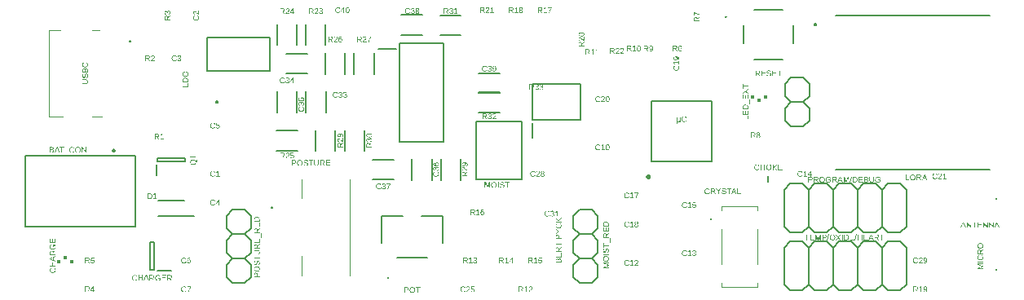
<source format=gbr>
G04 EAGLE Gerber RS-274X export*
G75*
%MOMM*%
%FSLAX34Y34*%
%LPD*%
%INSilkscreen Top*%
%IPPOS*%
%AMOC8*
5,1,8,0,0,1.08239X$1,22.5*%
G01*
G04 Define Apertures*
%ADD10C,0.100000*%
%ADD11C,0.200000*%
%ADD12C,0.127000*%
%ADD13R,0.325000X0.425000*%
%ADD14R,0.350000X0.350000*%
%ADD15C,0.250000*%
%ADD16C,0.152400*%
G36*
X535000Y33195D02*
X529174Y33195D01*
X529174Y35312D01*
X529196Y35793D01*
X529223Y36009D01*
X529262Y36209D01*
X529312Y36393D01*
X529373Y36562D01*
X529444Y36714D01*
X529527Y36850D01*
X529621Y36970D01*
X529726Y37074D01*
X529842Y37163D01*
X529969Y37235D01*
X530107Y37291D01*
X530256Y37331D01*
X530417Y37355D01*
X530588Y37363D01*
X530836Y37345D01*
X531063Y37291D01*
X531270Y37200D01*
X531456Y37073D01*
X531581Y36949D01*
X531617Y36914D01*
X531750Y36724D01*
X531853Y36504D01*
X531928Y36255D01*
X531988Y36582D01*
X532085Y36870D01*
X532220Y37118D01*
X532351Y37275D01*
X532393Y37326D01*
X532597Y37490D01*
X532825Y37608D01*
X533079Y37678D01*
X533358Y37702D01*
X533547Y37693D01*
X533726Y37667D01*
X533893Y37622D01*
X534049Y37560D01*
X534195Y37481D01*
X534330Y37383D01*
X534454Y37268D01*
X534568Y37135D01*
X534669Y36987D01*
X534757Y36825D01*
X534831Y36648D01*
X534892Y36458D01*
X534939Y36255D01*
X534973Y36037D01*
X534993Y35805D01*
X535000Y35560D01*
X535000Y33195D01*
G37*
%LPC*%
G36*
X534367Y33985D02*
X534367Y35519D01*
X534351Y35856D01*
X534300Y36144D01*
X534216Y36383D01*
X534099Y36573D01*
X533948Y36718D01*
X533764Y36821D01*
X533547Y36883D01*
X533296Y36904D01*
X533055Y36881D01*
X532846Y36813D01*
X532669Y36700D01*
X532524Y36542D01*
X532412Y36339D01*
X532331Y36090D01*
X532283Y35796D01*
X532267Y35457D01*
X532267Y33985D01*
X534367Y33985D01*
G37*
G36*
X531651Y33985D02*
X531651Y35312D01*
X531636Y35608D01*
X531591Y35864D01*
X531517Y36081D01*
X531413Y36257D01*
X531278Y36393D01*
X531111Y36491D01*
X530913Y36549D01*
X530683Y36569D01*
X530464Y36549D01*
X530279Y36488D01*
X530127Y36388D01*
X530009Y36246D01*
X529920Y36067D01*
X529857Y35852D01*
X529819Y35600D01*
X529806Y35312D01*
X529806Y33985D01*
X531651Y33985D01*
G37*
%LPD*%
G36*
X535000Y44507D02*
X529174Y44507D01*
X529174Y47249D01*
X529181Y47488D01*
X529201Y47713D01*
X529236Y47924D01*
X529284Y48121D01*
X529346Y48304D01*
X529421Y48473D01*
X529511Y48628D01*
X529614Y48768D01*
X529730Y48894D01*
X529856Y49003D01*
X529993Y49095D01*
X530141Y49170D01*
X530299Y49229D01*
X530469Y49270D01*
X530649Y49296D01*
X530840Y49304D01*
X531152Y49280D01*
X531438Y49209D01*
X531698Y49091D01*
X531932Y48926D01*
X532133Y48718D01*
X532244Y48549D01*
X532293Y48475D01*
X532412Y48196D01*
X532490Y47881D01*
X533559Y48586D01*
X535000Y49536D01*
X535000Y48626D01*
X532581Y47112D01*
X532581Y45297D01*
X535000Y45297D01*
X535000Y44507D01*
G37*
%LPC*%
G36*
X531957Y45297D02*
X531957Y47203D01*
X531938Y47498D01*
X531884Y47757D01*
X531793Y47981D01*
X531665Y48169D01*
X531505Y48318D01*
X531315Y48425D01*
X531096Y48489D01*
X530848Y48510D01*
X530609Y48488D01*
X530400Y48424D01*
X530221Y48316D01*
X530073Y48165D01*
X529956Y47973D01*
X529873Y47743D01*
X529823Y47476D01*
X529806Y47170D01*
X529806Y45297D01*
X531957Y45297D01*
G37*
%LPD*%
G36*
X535000Y57851D02*
X529174Y57851D01*
X529174Y60303D01*
X529181Y60541D01*
X529202Y60765D01*
X529238Y60976D01*
X529288Y61172D01*
X529353Y61355D01*
X529432Y61524D01*
X529525Y61679D01*
X529633Y61821D01*
X529753Y61947D01*
X529886Y62056D01*
X530030Y62148D01*
X530186Y62224D01*
X530353Y62283D01*
X530533Y62325D01*
X530724Y62350D01*
X530927Y62358D01*
X531128Y62350D01*
X531319Y62325D01*
X531500Y62282D01*
X531669Y62223D01*
X531828Y62147D01*
X531977Y62055D01*
X532115Y61945D01*
X532242Y61819D01*
X532356Y61678D01*
X532455Y61525D01*
X532539Y61360D01*
X532608Y61182D01*
X532661Y60993D01*
X532699Y60792D01*
X532722Y60578D01*
X532730Y60353D01*
X532730Y58641D01*
X535000Y58641D01*
X535000Y57851D01*
G37*
%LPC*%
G36*
X532105Y58641D02*
X532105Y60241D01*
X532087Y60551D01*
X532032Y60820D01*
X531941Y61047D01*
X531813Y61233D01*
X531648Y61378D01*
X531447Y61482D01*
X531209Y61544D01*
X530935Y61564D01*
X530671Y61543D01*
X530441Y61480D01*
X530247Y61374D01*
X530089Y61225D01*
X529965Y61034D01*
X529877Y60801D01*
X529824Y60526D01*
X529806Y60208D01*
X529806Y58641D01*
X532105Y58641D01*
G37*
%LPD*%
G36*
X535000Y38851D02*
X529174Y38851D01*
X529174Y43271D01*
X529819Y43271D01*
X529819Y39641D01*
X531688Y39641D01*
X531688Y43023D01*
X532325Y43023D01*
X532325Y39641D01*
X534355Y39641D01*
X534355Y43441D01*
X535000Y43441D01*
X535000Y38851D01*
G37*
G36*
X535000Y75288D02*
X529174Y75288D01*
X529174Y76078D01*
X532093Y76078D01*
X529174Y78886D01*
X529174Y79816D01*
X531704Y77335D01*
X535000Y80147D01*
X535000Y79167D01*
X532188Y76839D01*
X532767Y76078D01*
X535000Y76078D01*
X535000Y75288D01*
G37*
G36*
X532060Y68899D02*
X531721Y68911D01*
X531401Y68946D01*
X531100Y69005D01*
X530817Y69087D01*
X530554Y69193D01*
X530309Y69322D01*
X530083Y69475D01*
X529877Y69651D01*
X529691Y69849D01*
X529531Y70064D01*
X529395Y70297D01*
X529284Y70549D01*
X529198Y70818D01*
X529136Y71106D01*
X529099Y71412D01*
X529087Y71736D01*
X529110Y72182D01*
X529178Y72589D01*
X529291Y72959D01*
X529451Y73290D01*
X529655Y73582D01*
X529902Y73832D01*
X530194Y74041D01*
X530530Y74208D01*
X530778Y73460D01*
X530539Y73343D01*
X530329Y73196D01*
X530150Y73018D01*
X530001Y72809D01*
X529883Y72574D01*
X529799Y72318D01*
X529749Y72041D01*
X529732Y71744D01*
X529742Y71509D01*
X529771Y71287D01*
X529819Y71079D01*
X529887Y70884D01*
X529975Y70702D01*
X530082Y70534D01*
X530208Y70380D01*
X530354Y70239D01*
X530517Y70113D01*
X530694Y70003D01*
X530886Y69911D01*
X531092Y69835D01*
X531312Y69777D01*
X531547Y69735D01*
X531796Y69709D01*
X532060Y69701D01*
X532321Y69710D01*
X532569Y69736D01*
X532804Y69780D01*
X533026Y69841D01*
X533235Y69920D01*
X533430Y70016D01*
X533613Y70130D01*
X533782Y70261D01*
X533935Y70408D01*
X534067Y70566D01*
X534179Y70737D01*
X534271Y70920D01*
X534342Y71116D01*
X534393Y71324D01*
X534423Y71544D01*
X534434Y71777D01*
X534415Y72073D01*
X534358Y72351D01*
X534263Y72609D01*
X534131Y72849D01*
X533960Y73069D01*
X533752Y73271D01*
X533506Y73453D01*
X533222Y73617D01*
X533544Y74262D01*
X533898Y74064D01*
X534207Y73829D01*
X534471Y73558D01*
X534690Y73251D01*
X534862Y72912D01*
X534985Y72548D01*
X535058Y72157D01*
X535077Y71951D01*
X535083Y71740D01*
X535060Y71314D01*
X534991Y70918D01*
X534877Y70552D01*
X534717Y70216D01*
X534514Y69913D01*
X534272Y69649D01*
X533991Y69423D01*
X533671Y69236D01*
X533315Y69088D01*
X532928Y68983D01*
X532510Y68920D01*
X532060Y68899D01*
G37*
G36*
X529174Y62999D02*
X529174Y63867D01*
X531948Y65641D01*
X529174Y67407D01*
X529174Y68275D01*
X532585Y66025D01*
X535000Y66025D01*
X535000Y65240D01*
X532585Y65240D01*
X529174Y62999D01*
G37*
G36*
X529819Y49971D02*
X529174Y49971D01*
X529174Y54760D01*
X529819Y54760D01*
X529819Y52759D01*
X535000Y52759D01*
X535000Y51973D01*
X529819Y51973D01*
X529819Y49971D01*
G37*
G36*
X43360Y230695D02*
X37534Y230695D01*
X37534Y232812D01*
X37556Y233293D01*
X37583Y233509D01*
X37622Y233709D01*
X37672Y233893D01*
X37733Y234062D01*
X37804Y234214D01*
X37887Y234350D01*
X37981Y234470D01*
X38086Y234574D01*
X38202Y234663D01*
X38329Y234735D01*
X38467Y234791D01*
X38616Y234831D01*
X38777Y234855D01*
X38948Y234863D01*
X39196Y234845D01*
X39423Y234791D01*
X39630Y234700D01*
X39816Y234573D01*
X39941Y234449D01*
X39977Y234414D01*
X40110Y234224D01*
X40213Y234004D01*
X40288Y233755D01*
X40348Y234082D01*
X40445Y234370D01*
X40580Y234618D01*
X40711Y234775D01*
X40753Y234826D01*
X40957Y234990D01*
X41185Y235108D01*
X41439Y235178D01*
X41718Y235202D01*
X41907Y235193D01*
X42086Y235167D01*
X42253Y235122D01*
X42409Y235060D01*
X42555Y234981D01*
X42690Y234883D01*
X42814Y234768D01*
X42928Y234635D01*
X43029Y234487D01*
X43117Y234325D01*
X43191Y234148D01*
X43252Y233958D01*
X43299Y233755D01*
X43333Y233537D01*
X43353Y233305D01*
X43360Y233060D01*
X43360Y230695D01*
G37*
%LPC*%
G36*
X42727Y231485D02*
X42727Y233019D01*
X42711Y233356D01*
X42660Y233644D01*
X42576Y233883D01*
X42459Y234073D01*
X42308Y234218D01*
X42124Y234321D01*
X41907Y234383D01*
X41656Y234404D01*
X41415Y234381D01*
X41206Y234313D01*
X41029Y234200D01*
X40884Y234042D01*
X40772Y233839D01*
X40691Y233590D01*
X40643Y233296D01*
X40627Y232957D01*
X40627Y231485D01*
X42727Y231485D01*
G37*
G36*
X40011Y231485D02*
X40011Y232812D01*
X39996Y233108D01*
X39951Y233364D01*
X39877Y233581D01*
X39773Y233757D01*
X39638Y233893D01*
X39471Y233991D01*
X39273Y234049D01*
X39043Y234069D01*
X38824Y234049D01*
X38639Y233988D01*
X38487Y233888D01*
X38369Y233746D01*
X38280Y233567D01*
X38217Y233352D01*
X38179Y233100D01*
X38166Y232812D01*
X38166Y231485D01*
X40011Y231485D01*
G37*
%LPD*%
G36*
X41962Y224728D02*
X41809Y225493D01*
X42054Y225578D01*
X42265Y225700D01*
X42440Y225859D01*
X42581Y226056D01*
X42688Y226290D01*
X42765Y226563D01*
X42811Y226875D01*
X42827Y227226D01*
X42810Y227587D01*
X42761Y227904D01*
X42679Y228177D01*
X42564Y228407D01*
X42417Y228588D01*
X42240Y228718D01*
X42032Y228796D01*
X41916Y228816D01*
X41793Y228822D01*
X41657Y228814D01*
X41534Y228790D01*
X41425Y228749D01*
X41330Y228692D01*
X41167Y228535D01*
X41036Y228326D01*
X40930Y228067D01*
X40842Y227764D01*
X40672Y227040D01*
X40519Y226433D01*
X40366Y225992D01*
X40204Y225672D01*
X40025Y225427D01*
X39821Y225245D01*
X39585Y225111D01*
X39454Y225063D01*
X39314Y225029D01*
X39164Y225008D01*
X39006Y225001D01*
X38824Y225010D01*
X38653Y225037D01*
X38493Y225082D01*
X38343Y225144D01*
X38204Y225225D01*
X38076Y225323D01*
X37959Y225440D01*
X37852Y225574D01*
X37757Y225725D01*
X37675Y225891D01*
X37605Y226073D01*
X37548Y226270D01*
X37504Y226483D01*
X37472Y226711D01*
X37453Y226955D01*
X37447Y227214D01*
X37466Y227681D01*
X37523Y228089D01*
X37618Y228439D01*
X37751Y228731D01*
X37833Y228858D01*
X37929Y228974D01*
X38162Y229178D01*
X38447Y229342D01*
X38787Y229467D01*
X38923Y228690D01*
X38707Y228611D01*
X38523Y228504D01*
X38371Y228367D01*
X38251Y228202D01*
X38160Y228005D01*
X38094Y227773D01*
X38055Y227506D01*
X38042Y227205D01*
X38057Y226877D01*
X38100Y226589D01*
X38173Y226343D01*
X38274Y226138D01*
X38404Y225977D01*
X38562Y225862D01*
X38749Y225793D01*
X38964Y225770D01*
X39093Y225779D01*
X39210Y225806D01*
X39315Y225851D01*
X39409Y225913D01*
X39571Y226087D01*
X39707Y226324D01*
X39843Y226727D01*
X40006Y227395D01*
X40133Y227931D01*
X40203Y228192D01*
X40286Y228442D01*
X40382Y228678D01*
X40494Y228899D01*
X40628Y229098D01*
X40788Y229269D01*
X40977Y229409D01*
X41197Y229515D01*
X41454Y229581D01*
X41751Y229604D01*
X41947Y229594D01*
X42132Y229564D01*
X42305Y229515D01*
X42467Y229446D01*
X42617Y229357D01*
X42756Y229249D01*
X42884Y229121D01*
X43000Y228973D01*
X43104Y228807D01*
X43194Y228626D01*
X43270Y228428D01*
X43332Y228214D01*
X43380Y227984D01*
X43415Y227738D01*
X43436Y227475D01*
X43443Y227197D01*
X43420Y226693D01*
X43391Y226461D01*
X43350Y226244D01*
X43298Y226041D01*
X43235Y225852D01*
X43159Y225676D01*
X43073Y225515D01*
X42974Y225368D01*
X42864Y225234D01*
X42743Y225115D01*
X42610Y225010D01*
X42465Y224918D01*
X42309Y224841D01*
X42142Y224778D01*
X41962Y224728D01*
G37*
G36*
X41243Y218872D02*
X37534Y218872D01*
X37534Y219662D01*
X41177Y219662D01*
X41370Y219668D01*
X41552Y219687D01*
X41721Y219719D01*
X41879Y219763D01*
X42024Y219820D01*
X42157Y219890D01*
X42279Y219972D01*
X42388Y220067D01*
X42485Y220174D01*
X42569Y220292D01*
X42640Y220422D01*
X42698Y220562D01*
X42744Y220714D01*
X42776Y220877D01*
X42795Y221052D01*
X42802Y221237D01*
X42795Y221428D01*
X42775Y221608D01*
X42742Y221778D01*
X42695Y221936D01*
X42635Y222083D01*
X42561Y222219D01*
X42474Y222345D01*
X42374Y222459D01*
X42261Y222562D01*
X42135Y222650D01*
X41997Y222725D01*
X41847Y222787D01*
X41685Y222834D01*
X41510Y222868D01*
X41322Y222889D01*
X41123Y222896D01*
X37534Y222896D01*
X37534Y223681D01*
X41168Y223681D01*
X41510Y223663D01*
X41827Y223606D01*
X42120Y223513D01*
X42388Y223381D01*
X42630Y223216D01*
X42841Y223020D01*
X43021Y222792D01*
X43172Y222534D01*
X43290Y222248D01*
X43375Y221937D01*
X43426Y221601D01*
X43443Y221242D01*
X43426Y220895D01*
X43378Y220572D01*
X43296Y220271D01*
X43182Y219993D01*
X43037Y219741D01*
X42863Y219519D01*
X42659Y219327D01*
X42425Y219166D01*
X42165Y219037D01*
X41882Y218945D01*
X41574Y218890D01*
X41243Y218872D01*
G37*
G36*
X40420Y236086D02*
X40081Y236098D01*
X39761Y236133D01*
X39460Y236192D01*
X39177Y236274D01*
X38914Y236380D01*
X38669Y236510D01*
X38443Y236663D01*
X38237Y236839D01*
X38051Y237036D01*
X37891Y237251D01*
X37755Y237485D01*
X37644Y237736D01*
X37558Y238006D01*
X37496Y238293D01*
X37459Y238599D01*
X37447Y238923D01*
X37470Y239369D01*
X37538Y239777D01*
X37651Y240146D01*
X37811Y240478D01*
X38015Y240769D01*
X38262Y241020D01*
X38554Y241228D01*
X38890Y241396D01*
X39138Y240647D01*
X38899Y240531D01*
X38689Y240383D01*
X38510Y240205D01*
X38361Y239996D01*
X38243Y239761D01*
X38159Y239506D01*
X38109Y239229D01*
X38092Y238931D01*
X38102Y238696D01*
X38131Y238474D01*
X38179Y238266D01*
X38247Y238071D01*
X38335Y237890D01*
X38442Y237722D01*
X38568Y237567D01*
X38714Y237426D01*
X38877Y237300D01*
X39054Y237191D01*
X39246Y237099D01*
X39452Y237023D01*
X39672Y236964D01*
X39907Y236922D01*
X40156Y236897D01*
X40420Y236889D01*
X40681Y236897D01*
X40929Y236924D01*
X41164Y236967D01*
X41386Y237029D01*
X41595Y237107D01*
X41790Y237204D01*
X41973Y237318D01*
X42142Y237449D01*
X42295Y237595D01*
X42427Y237754D01*
X42539Y237925D01*
X42631Y238108D01*
X42702Y238303D01*
X42753Y238511D01*
X42783Y238732D01*
X42794Y238964D01*
X42775Y239261D01*
X42718Y239538D01*
X42623Y239797D01*
X42491Y240036D01*
X42320Y240257D01*
X42112Y240458D01*
X41866Y240641D01*
X41582Y240804D01*
X41904Y241450D01*
X42258Y241251D01*
X42567Y241017D01*
X42831Y240746D01*
X43050Y240439D01*
X43222Y240100D01*
X43345Y239735D01*
X43418Y239344D01*
X43437Y239139D01*
X43443Y238927D01*
X43420Y238502D01*
X43351Y238106D01*
X43237Y237740D01*
X43077Y237403D01*
X42874Y237101D01*
X42632Y236837D01*
X42351Y236611D01*
X42031Y236423D01*
X41675Y236276D01*
X41288Y236171D01*
X40870Y236107D01*
X40420Y236086D01*
G37*
G36*
X103785Y242700D02*
X102995Y242700D01*
X102995Y248526D01*
X105736Y248526D01*
X105975Y248520D01*
X106200Y248499D01*
X106411Y248464D01*
X106608Y248416D01*
X106791Y248354D01*
X106960Y248279D01*
X107115Y248189D01*
X107256Y248086D01*
X107381Y247971D01*
X107490Y247844D01*
X107582Y247707D01*
X107658Y247559D01*
X107716Y247401D01*
X107758Y247231D01*
X107783Y247051D01*
X107791Y246860D01*
X107768Y246548D01*
X107697Y246262D01*
X107579Y246002D01*
X107413Y245768D01*
X107206Y245567D01*
X107036Y245456D01*
X106963Y245407D01*
X106684Y245288D01*
X106369Y245210D01*
X107073Y244142D01*
X108023Y242700D01*
X107113Y242700D01*
X105600Y245119D01*
X103785Y245119D01*
X103785Y242700D01*
G37*
%LPC*%
G36*
X105691Y245743D02*
X105985Y245762D01*
X106244Y245816D01*
X106468Y245907D01*
X106656Y246035D01*
X106806Y246195D01*
X106912Y246385D01*
X106976Y246604D01*
X106998Y246852D01*
X106976Y247091D01*
X106911Y247300D01*
X106803Y247479D01*
X106652Y247627D01*
X106461Y247744D01*
X106231Y247827D01*
X105963Y247877D01*
X105658Y247894D01*
X103785Y247894D01*
X103785Y245743D01*
X105691Y245743D01*
G37*
%LPD*%
G36*
X112709Y242700D02*
X108851Y242700D01*
X108851Y243225D01*
X108962Y243460D01*
X109085Y243681D01*
X109220Y243887D01*
X109366Y244079D01*
X109677Y244432D01*
X110005Y244749D01*
X110668Y245305D01*
X110981Y245562D01*
X111262Y245818D01*
X111501Y246080D01*
X111690Y246355D01*
X111761Y246501D01*
X111812Y246655D01*
X111843Y246819D01*
X111853Y246992D01*
X111835Y247219D01*
X111783Y247418D01*
X111695Y247591D01*
X111572Y247737D01*
X111418Y247852D01*
X111236Y247935D01*
X111027Y247985D01*
X110790Y248001D01*
X110563Y247985D01*
X110357Y247937D01*
X110171Y247856D01*
X110007Y247743D01*
X109869Y247601D01*
X109762Y247432D01*
X109688Y247238D01*
X109645Y247017D01*
X108884Y247087D01*
X108911Y247258D01*
X108952Y247419D01*
X109006Y247571D01*
X109074Y247715D01*
X109249Y247975D01*
X109477Y248200D01*
X109751Y248381D01*
X109901Y248452D01*
X110061Y248510D01*
X110230Y248555D01*
X110407Y248587D01*
X110594Y248607D01*
X110790Y248613D01*
X111004Y248607D01*
X111205Y248587D01*
X111394Y248555D01*
X111569Y248509D01*
X111732Y248451D01*
X111882Y248379D01*
X112020Y248295D01*
X112145Y248198D01*
X112256Y248088D01*
X112352Y247968D01*
X112433Y247837D01*
X112500Y247695D01*
X112551Y247542D01*
X112588Y247378D01*
X112611Y247203D01*
X112618Y247017D01*
X112608Y246848D01*
X112579Y246679D01*
X112531Y246511D01*
X112463Y246343D01*
X112376Y246176D01*
X112270Y246008D01*
X112002Y245673D01*
X111556Y245246D01*
X110832Y244635D01*
X110405Y244266D01*
X110075Y243934D01*
X109833Y243628D01*
X109670Y243333D01*
X112709Y243333D01*
X112709Y242700D01*
G37*
G36*
X128700Y285051D02*
X122874Y285051D01*
X122874Y287793D01*
X122881Y288032D01*
X122901Y288257D01*
X122936Y288468D01*
X122984Y288665D01*
X123046Y288847D01*
X123121Y289016D01*
X123211Y289171D01*
X123314Y289312D01*
X123430Y289438D01*
X123556Y289546D01*
X123693Y289639D01*
X123841Y289714D01*
X123999Y289772D01*
X124169Y289814D01*
X124349Y289839D01*
X124540Y289848D01*
X124852Y289824D01*
X125138Y289753D01*
X125398Y289635D01*
X125632Y289469D01*
X125833Y289262D01*
X125944Y289093D01*
X125993Y289019D01*
X126112Y288740D01*
X126190Y288425D01*
X127259Y289129D01*
X128700Y290079D01*
X128700Y289170D01*
X126281Y287656D01*
X126281Y285841D01*
X128700Y285841D01*
X128700Y285051D01*
G37*
%LPC*%
G36*
X125657Y285841D02*
X125657Y287747D01*
X125638Y288042D01*
X125584Y288301D01*
X125493Y288524D01*
X125365Y288713D01*
X125205Y288862D01*
X125015Y288968D01*
X124796Y289032D01*
X124548Y289054D01*
X124309Y289032D01*
X124100Y288967D01*
X123921Y288860D01*
X123773Y288708D01*
X123656Y288517D01*
X123573Y288287D01*
X123523Y288020D01*
X123506Y287714D01*
X123506Y285841D01*
X125657Y285841D01*
G37*
%LPD*%
G36*
X127203Y290804D02*
X127133Y291573D01*
X127375Y291625D01*
X127585Y291708D01*
X127763Y291821D01*
X127908Y291965D01*
X128021Y292139D01*
X128102Y292343D01*
X128150Y292577D01*
X128167Y292842D01*
X128149Y293108D01*
X128097Y293344D01*
X128011Y293550D01*
X127890Y293725D01*
X127734Y293865D01*
X127545Y293966D01*
X127323Y294026D01*
X127067Y294046D01*
X126842Y294023D01*
X126643Y293954D01*
X126471Y293840D01*
X126324Y293680D01*
X126208Y293477D01*
X126124Y293233D01*
X126074Y292948D01*
X126058Y292623D01*
X126058Y292201D01*
X125413Y292201D01*
X125413Y292607D01*
X125396Y292896D01*
X125346Y293150D01*
X125263Y293370D01*
X125146Y293556D01*
X125000Y293703D01*
X124828Y293808D01*
X124631Y293872D01*
X124408Y293893D01*
X124186Y293876D01*
X123990Y293824D01*
X123817Y293738D01*
X123670Y293618D01*
X123551Y293464D01*
X123467Y293276D01*
X123416Y293055D01*
X123399Y292801D01*
X123415Y292567D01*
X123462Y292356D01*
X123541Y292169D01*
X123651Y292005D01*
X123790Y291869D01*
X123955Y291765D01*
X124146Y291692D01*
X124362Y291651D01*
X124304Y290903D01*
X124130Y290930D01*
X123966Y290971D01*
X123812Y291025D01*
X123668Y291093D01*
X123533Y291174D01*
X123408Y291268D01*
X123188Y291496D01*
X123012Y291770D01*
X122887Y292080D01*
X122843Y292249D01*
X122812Y292426D01*
X122793Y292613D01*
X122787Y292809D01*
X122793Y293022D01*
X122812Y293223D01*
X122844Y293412D01*
X122889Y293588D01*
X122946Y293752D01*
X123016Y293904D01*
X123099Y294044D01*
X123194Y294172D01*
X123301Y294286D01*
X123418Y294384D01*
X123545Y294468D01*
X123682Y294536D01*
X123828Y294589D01*
X123985Y294627D01*
X124152Y294650D01*
X124329Y294658D01*
X124595Y294638D01*
X124835Y294580D01*
X125049Y294482D01*
X125237Y294346D01*
X125397Y294172D01*
X125530Y293963D01*
X125634Y293718D01*
X125710Y293438D01*
X125727Y293438D01*
X125781Y293746D01*
X125872Y294019D01*
X126000Y294255D01*
X126165Y294455D01*
X126361Y294614D01*
X126581Y294728D01*
X126824Y294796D01*
X127091Y294819D01*
X127287Y294811D01*
X127472Y294787D01*
X127645Y294747D01*
X127807Y294691D01*
X127957Y294619D01*
X128096Y294531D01*
X128224Y294426D01*
X128340Y294306D01*
X128444Y294171D01*
X128534Y294022D01*
X128610Y293860D01*
X128672Y293684D01*
X128720Y293494D01*
X128755Y293291D01*
X128776Y293073D01*
X128783Y292842D01*
X128776Y292627D01*
X128758Y292422D01*
X128727Y292229D01*
X128683Y292047D01*
X128627Y291876D01*
X128558Y291716D01*
X128477Y291568D01*
X128384Y291430D01*
X128278Y291305D01*
X128160Y291193D01*
X128031Y291095D01*
X127889Y291010D01*
X127735Y290938D01*
X127570Y290880D01*
X127393Y290835D01*
X127203Y290804D01*
G37*
G36*
X108188Y14500D02*
X107398Y14500D01*
X107398Y20326D01*
X110139Y20326D01*
X110378Y20320D01*
X110603Y20299D01*
X110814Y20264D01*
X111011Y20216D01*
X111194Y20154D01*
X111363Y20079D01*
X111518Y19989D01*
X111659Y19886D01*
X111785Y19771D01*
X111893Y19644D01*
X111985Y19507D01*
X112061Y19359D01*
X112119Y19201D01*
X112161Y19031D01*
X112186Y18851D01*
X112195Y18660D01*
X112171Y18348D01*
X112100Y18062D01*
X111982Y17802D01*
X111816Y17568D01*
X111609Y17367D01*
X111440Y17256D01*
X111366Y17207D01*
X111087Y17088D01*
X110772Y17010D01*
X111476Y15942D01*
X112426Y14500D01*
X111516Y14500D01*
X110003Y16919D01*
X108188Y16919D01*
X108188Y14500D01*
G37*
%LPC*%
G36*
X110094Y17543D02*
X110388Y17562D01*
X110648Y17616D01*
X110871Y17707D01*
X111059Y17835D01*
X111209Y17995D01*
X111315Y18185D01*
X111379Y18404D01*
X111401Y18652D01*
X111379Y18891D01*
X111314Y19100D01*
X111206Y19279D01*
X111055Y19427D01*
X110864Y19544D01*
X110634Y19627D01*
X110366Y19677D01*
X110061Y19694D01*
X108188Y19694D01*
X108188Y17543D01*
X110094Y17543D01*
G37*
%LPD*%
G36*
X126563Y14500D02*
X125773Y14500D01*
X125773Y20326D01*
X128514Y20326D01*
X128753Y20320D01*
X128978Y20299D01*
X129189Y20264D01*
X129386Y20216D01*
X129569Y20154D01*
X129738Y20079D01*
X129893Y19989D01*
X130034Y19886D01*
X130160Y19771D01*
X130268Y19644D01*
X130360Y19507D01*
X130436Y19359D01*
X130494Y19201D01*
X130536Y19031D01*
X130561Y18851D01*
X130570Y18660D01*
X130546Y18348D01*
X130475Y18062D01*
X130357Y17802D01*
X130191Y17568D01*
X129984Y17367D01*
X129815Y17256D01*
X129741Y17207D01*
X129462Y17088D01*
X129147Y17010D01*
X129851Y15942D01*
X130801Y14500D01*
X129891Y14500D01*
X128378Y16919D01*
X126563Y16919D01*
X126563Y14500D01*
G37*
%LPC*%
G36*
X128469Y17543D02*
X128763Y17562D01*
X129023Y17616D01*
X129246Y17707D01*
X129434Y17835D01*
X129584Y17995D01*
X129690Y18185D01*
X129754Y18404D01*
X129776Y18652D01*
X129754Y18891D01*
X129689Y19100D01*
X129581Y19279D01*
X129430Y19427D01*
X129239Y19544D01*
X129009Y19627D01*
X128741Y19677D01*
X128436Y19694D01*
X126563Y19694D01*
X126563Y17543D01*
X128469Y17543D01*
G37*
%LPD*%
G36*
X101882Y14500D02*
X101063Y14500D01*
X103441Y20326D01*
X104338Y20326D01*
X106679Y14500D01*
X105873Y14500D01*
X105207Y16204D01*
X102552Y16204D01*
X101882Y14500D01*
G37*
%LPC*%
G36*
X104971Y16820D02*
X104223Y18743D01*
X103991Y19388D01*
X103879Y19731D01*
X103842Y19615D01*
X103714Y19223D01*
X103536Y18734D01*
X102792Y16820D01*
X104971Y16820D01*
G37*
%LPD*%
G36*
X116190Y14417D02*
X115749Y14440D01*
X115339Y14508D01*
X114961Y14622D01*
X114615Y14781D01*
X114303Y14983D01*
X114031Y15225D01*
X113798Y15507D01*
X113603Y15829D01*
X113451Y16187D01*
X113341Y16574D01*
X113276Y16992D01*
X113254Y17440D01*
X113266Y17785D01*
X113302Y18109D01*
X113361Y18414D01*
X113444Y18698D01*
X113551Y18963D01*
X113682Y19207D01*
X113837Y19431D01*
X114015Y19636D01*
X114215Y19818D01*
X114434Y19976D01*
X114672Y20110D01*
X114930Y20219D01*
X115207Y20304D01*
X115503Y20365D01*
X115818Y20401D01*
X116153Y20413D01*
X116614Y20393D01*
X117029Y20332D01*
X117400Y20229D01*
X117724Y20087D01*
X118009Y19899D01*
X118259Y19662D01*
X118474Y19376D01*
X118655Y19040D01*
X117902Y18817D01*
X117766Y19048D01*
X117607Y19246D01*
X117424Y19410D01*
X117218Y19541D01*
X116986Y19640D01*
X116728Y19711D01*
X116443Y19754D01*
X116132Y19768D01*
X115887Y19759D01*
X115657Y19730D01*
X115442Y19682D01*
X115242Y19616D01*
X115057Y19530D01*
X114886Y19425D01*
X114730Y19301D01*
X114590Y19158D01*
X114465Y18998D01*
X114356Y18822D01*
X114265Y18631D01*
X114190Y18424D01*
X114131Y18201D01*
X114090Y17963D01*
X114065Y17709D01*
X114056Y17440D01*
X114065Y17171D01*
X114092Y16917D01*
X114136Y16677D01*
X114198Y16452D01*
X114278Y16242D01*
X114375Y16046D01*
X114490Y15864D01*
X114623Y15697D01*
X114771Y15547D01*
X114933Y15418D01*
X115109Y15308D01*
X115298Y15218D01*
X115501Y15148D01*
X115717Y15098D01*
X115947Y15068D01*
X116190Y15058D01*
X116471Y15069D01*
X116742Y15102D01*
X117003Y15156D01*
X117255Y15232D01*
X117490Y15327D01*
X117702Y15437D01*
X117890Y15562D01*
X118055Y15703D01*
X118055Y16754D01*
X116314Y16754D01*
X116314Y17415D01*
X118783Y17415D01*
X118783Y15406D01*
X118538Y15183D01*
X118267Y14987D01*
X117971Y14818D01*
X117648Y14676D01*
X117305Y14563D01*
X116947Y14482D01*
X116576Y14433D01*
X116190Y14417D01*
G37*
G36*
X124707Y14500D02*
X120117Y14500D01*
X120117Y20326D01*
X124537Y20326D01*
X124537Y19681D01*
X120906Y19681D01*
X120906Y17812D01*
X124289Y17812D01*
X124289Y17175D01*
X120906Y17175D01*
X120906Y15145D01*
X124707Y15145D01*
X124707Y14500D01*
G37*
G36*
X96406Y14500D02*
X95617Y14500D01*
X95617Y20326D01*
X96406Y20326D01*
X96406Y17862D01*
X99557Y17862D01*
X99557Y20326D01*
X100347Y20326D01*
X100347Y14500D01*
X99557Y14500D01*
X99557Y17200D01*
X96406Y17200D01*
X96406Y14500D01*
G37*
G36*
X92068Y14417D02*
X91642Y14440D01*
X91246Y14509D01*
X90880Y14623D01*
X90544Y14783D01*
X90242Y14986D01*
X89977Y15228D01*
X89752Y15509D01*
X89564Y15829D01*
X89416Y16185D01*
X89311Y16572D01*
X89248Y16991D01*
X89227Y17440D01*
X89239Y17779D01*
X89274Y18099D01*
X89333Y18400D01*
X89415Y18683D01*
X89521Y18946D01*
X89650Y19191D01*
X89803Y19417D01*
X89980Y19623D01*
X90177Y19809D01*
X90392Y19969D01*
X90625Y20105D01*
X90877Y20216D01*
X91146Y20302D01*
X91434Y20364D01*
X91740Y20401D01*
X92064Y20413D01*
X92510Y20390D01*
X92918Y20322D01*
X93287Y20209D01*
X93618Y20049D01*
X93910Y19845D01*
X94160Y19598D01*
X94369Y19306D01*
X94536Y18970D01*
X93788Y18722D01*
X93671Y18961D01*
X93524Y19171D01*
X93346Y19350D01*
X93137Y19499D01*
X92902Y19617D01*
X92646Y19701D01*
X92369Y19751D01*
X92072Y19768D01*
X91837Y19758D01*
X91615Y19729D01*
X91407Y19681D01*
X91212Y19613D01*
X91030Y19525D01*
X90862Y19418D01*
X90708Y19292D01*
X90567Y19146D01*
X90441Y18983D01*
X90332Y18806D01*
X90239Y18614D01*
X90164Y18408D01*
X90105Y18188D01*
X90063Y17953D01*
X90038Y17704D01*
X90029Y17440D01*
X90038Y17179D01*
X90064Y16931D01*
X90108Y16696D01*
X90169Y16474D01*
X90248Y16265D01*
X90344Y16070D01*
X90458Y15887D01*
X90589Y15718D01*
X90736Y15565D01*
X90894Y15433D01*
X91065Y15321D01*
X91248Y15229D01*
X91444Y15158D01*
X91652Y15107D01*
X91872Y15077D01*
X92105Y15067D01*
X92401Y15085D01*
X92679Y15142D01*
X92937Y15237D01*
X93177Y15369D01*
X93398Y15540D01*
X93599Y15748D01*
X93782Y15994D01*
X93945Y16278D01*
X94590Y15956D01*
X94392Y15602D01*
X94158Y15293D01*
X93887Y15029D01*
X93579Y14810D01*
X93240Y14638D01*
X92876Y14516D01*
X92485Y14442D01*
X92280Y14423D01*
X92068Y14417D01*
G37*
G36*
X148381Y32617D02*
X148142Y32629D01*
X147918Y32663D01*
X147708Y32720D01*
X147513Y32800D01*
X147332Y32903D01*
X147166Y33029D01*
X147014Y33178D01*
X146876Y33349D01*
X146754Y33543D01*
X146648Y33757D01*
X146559Y33992D01*
X146485Y34248D01*
X146428Y34524D01*
X146388Y34822D01*
X146363Y35140D01*
X146355Y35479D01*
X146364Y35846D01*
X146389Y36192D01*
X146431Y36515D01*
X146490Y36817D01*
X146567Y37096D01*
X146660Y37354D01*
X146770Y37589D01*
X146897Y37803D01*
X147039Y37993D01*
X147196Y38157D01*
X147368Y38297D01*
X147553Y38411D01*
X147753Y38499D01*
X147967Y38563D01*
X148196Y38601D01*
X148439Y38613D01*
X148754Y38595D01*
X149038Y38539D01*
X149291Y38446D01*
X149514Y38317D01*
X149707Y38150D01*
X149869Y37946D01*
X150000Y37705D01*
X150101Y37426D01*
X149390Y37298D01*
X149327Y37465D01*
X149248Y37609D01*
X149153Y37732D01*
X149041Y37832D01*
X148913Y37909D01*
X148768Y37965D01*
X148608Y37998D01*
X148431Y38010D01*
X148276Y38000D01*
X148130Y37972D01*
X147994Y37926D01*
X147866Y37861D01*
X147747Y37778D01*
X147637Y37676D01*
X147537Y37555D01*
X147445Y37416D01*
X147363Y37259D01*
X147292Y37086D01*
X147232Y36896D01*
X147183Y36690D01*
X147117Y36227D01*
X147095Y35698D01*
X147207Y35875D01*
X147339Y36029D01*
X147492Y36161D01*
X147666Y36271D01*
X147857Y36357D01*
X148061Y36418D01*
X148278Y36455D01*
X148509Y36467D01*
X148706Y36459D01*
X148892Y36436D01*
X149067Y36396D01*
X149233Y36341D01*
X149387Y36270D01*
X149532Y36183D01*
X149666Y36081D01*
X149789Y35963D01*
X149900Y35831D01*
X149996Y35689D01*
X150078Y35535D01*
X150144Y35371D01*
X150196Y35196D01*
X150233Y35011D01*
X150255Y34814D01*
X150263Y34606D01*
X150255Y34382D01*
X150231Y34170D01*
X150192Y33969D01*
X150138Y33781D01*
X150067Y33605D01*
X149981Y33442D01*
X149880Y33290D01*
X149762Y33151D01*
X149631Y33026D01*
X149488Y32917D01*
X149334Y32826D01*
X149167Y32751D01*
X148988Y32692D01*
X148798Y32651D01*
X148596Y32626D01*
X148381Y32617D01*
G37*
%LPC*%
G36*
X148356Y33217D02*
X148611Y33240D01*
X148836Y33307D01*
X149033Y33420D01*
X149200Y33579D01*
X149334Y33777D01*
X149430Y34008D01*
X149487Y34274D01*
X149506Y34573D01*
X149487Y34871D01*
X149428Y35134D01*
X149332Y35359D01*
X149196Y35549D01*
X149026Y35699D01*
X148825Y35807D01*
X148593Y35871D01*
X148332Y35892D01*
X148084Y35873D01*
X147861Y35816D01*
X147663Y35721D01*
X147490Y35588D01*
X147350Y35422D01*
X147250Y35227D01*
X147190Y35003D01*
X147170Y34751D01*
X147190Y34429D01*
X147253Y34138D01*
X147357Y33877D01*
X147503Y33647D01*
X147681Y33459D01*
X147882Y33324D01*
X148108Y33244D01*
X148229Y33224D01*
X148356Y33217D01*
G37*
%LPD*%
G36*
X143071Y32617D02*
X142645Y32640D01*
X142250Y32709D01*
X141883Y32823D01*
X141547Y32983D01*
X141245Y33186D01*
X140981Y33428D01*
X140755Y33709D01*
X140567Y34029D01*
X140420Y34385D01*
X140314Y34772D01*
X140251Y35191D01*
X140230Y35640D01*
X140242Y35979D01*
X140277Y36299D01*
X140336Y36600D01*
X140418Y36883D01*
X140524Y37146D01*
X140653Y37391D01*
X140806Y37617D01*
X140983Y37823D01*
X141180Y38009D01*
X141395Y38169D01*
X141629Y38305D01*
X141880Y38416D01*
X142150Y38502D01*
X142437Y38564D01*
X142743Y38601D01*
X143067Y38613D01*
X143513Y38590D01*
X143921Y38522D01*
X144290Y38409D01*
X144622Y38249D01*
X144913Y38045D01*
X145163Y37798D01*
X145372Y37506D01*
X145540Y37170D01*
X144791Y36922D01*
X144674Y37161D01*
X144527Y37371D01*
X144349Y37550D01*
X144140Y37699D01*
X143905Y37817D01*
X143649Y37901D01*
X143373Y37951D01*
X143075Y37968D01*
X142840Y37958D01*
X142618Y37929D01*
X142410Y37881D01*
X142215Y37813D01*
X142033Y37725D01*
X141865Y37618D01*
X141711Y37492D01*
X141570Y37346D01*
X141444Y37183D01*
X141335Y37006D01*
X141242Y36814D01*
X141167Y36608D01*
X141108Y36388D01*
X141066Y36153D01*
X141041Y35904D01*
X141032Y35640D01*
X141041Y35379D01*
X141067Y35131D01*
X141111Y34896D01*
X141172Y34674D01*
X141251Y34465D01*
X141347Y34270D01*
X141461Y34087D01*
X141593Y33918D01*
X141739Y33765D01*
X141897Y33633D01*
X142068Y33521D01*
X142252Y33429D01*
X142447Y33358D01*
X142655Y33307D01*
X142875Y33277D01*
X143108Y33267D01*
X143405Y33285D01*
X143682Y33342D01*
X143941Y33437D01*
X144180Y33569D01*
X144401Y33740D01*
X144602Y33948D01*
X144785Y34194D01*
X144948Y34478D01*
X145593Y34156D01*
X145395Y33802D01*
X145161Y33493D01*
X144890Y33229D01*
X144582Y33010D01*
X144244Y32838D01*
X143879Y32716D01*
X143488Y32642D01*
X143283Y32623D01*
X143071Y32617D01*
G37*
G36*
X155760Y284786D02*
X155421Y284798D01*
X155101Y284833D01*
X154800Y284892D01*
X154517Y284974D01*
X154254Y285080D01*
X154009Y285210D01*
X153783Y285363D01*
X153577Y285539D01*
X153391Y285736D01*
X153231Y285951D01*
X153095Y286185D01*
X152984Y286436D01*
X152898Y286706D01*
X152836Y286993D01*
X152799Y287299D01*
X152787Y287623D01*
X152810Y288069D01*
X152878Y288477D01*
X152991Y288846D01*
X153151Y289178D01*
X153355Y289469D01*
X153602Y289720D01*
X153894Y289928D01*
X154230Y290096D01*
X154478Y289347D01*
X154239Y289231D01*
X154029Y289083D01*
X153850Y288905D01*
X153701Y288696D01*
X153583Y288461D01*
X153499Y288206D01*
X153449Y287929D01*
X153432Y287631D01*
X153442Y287396D01*
X153471Y287174D01*
X153519Y286966D01*
X153587Y286771D01*
X153675Y286590D01*
X153782Y286422D01*
X153908Y286267D01*
X154054Y286126D01*
X154217Y286000D01*
X154394Y285891D01*
X154586Y285799D01*
X154792Y285723D01*
X155012Y285664D01*
X155247Y285622D01*
X155496Y285597D01*
X155760Y285589D01*
X156021Y285597D01*
X156269Y285624D01*
X156504Y285667D01*
X156726Y285729D01*
X156935Y285807D01*
X157130Y285904D01*
X157313Y286018D01*
X157482Y286149D01*
X157635Y286295D01*
X157767Y286454D01*
X157879Y286625D01*
X157971Y286808D01*
X158042Y287003D01*
X158093Y287211D01*
X158123Y287432D01*
X158134Y287664D01*
X158115Y287961D01*
X158058Y288238D01*
X157963Y288497D01*
X157831Y288736D01*
X157660Y288957D01*
X157452Y289158D01*
X157206Y289341D01*
X156922Y289504D01*
X157244Y290150D01*
X157598Y289951D01*
X157907Y289717D01*
X158171Y289446D01*
X158390Y289139D01*
X158562Y288800D01*
X158685Y288435D01*
X158758Y288044D01*
X158777Y287839D01*
X158783Y287627D01*
X158760Y287202D01*
X158691Y286806D01*
X158577Y286440D01*
X158417Y286103D01*
X158214Y285801D01*
X157972Y285537D01*
X157691Y285311D01*
X157371Y285123D01*
X157015Y284976D01*
X156628Y284871D01*
X156210Y284807D01*
X155760Y284786D01*
G37*
G36*
X158700Y290907D02*
X158175Y290907D01*
X157940Y291018D01*
X157719Y291141D01*
X157513Y291276D01*
X157321Y291422D01*
X156968Y291734D01*
X156651Y292061D01*
X156095Y292725D01*
X155839Y293037D01*
X155582Y293318D01*
X155320Y293557D01*
X155045Y293746D01*
X154899Y293817D01*
X154745Y293868D01*
X154581Y293899D01*
X154408Y293909D01*
X154181Y293892D01*
X153982Y293839D01*
X153809Y293751D01*
X153663Y293628D01*
X153548Y293474D01*
X153465Y293292D01*
X153415Y293083D01*
X153399Y292847D01*
X153415Y292619D01*
X153463Y292413D01*
X153544Y292227D01*
X153657Y292063D01*
X153800Y291925D01*
X153968Y291818D01*
X154162Y291744D01*
X154383Y291701D01*
X154313Y290940D01*
X154142Y290968D01*
X153981Y291008D01*
X153829Y291062D01*
X153685Y291130D01*
X153425Y291305D01*
X153200Y291534D01*
X153019Y291807D01*
X152948Y291958D01*
X152890Y292117D01*
X152845Y292286D01*
X152813Y292464D01*
X152793Y292651D01*
X152787Y292847D01*
X152793Y293060D01*
X152813Y293261D01*
X152845Y293450D01*
X152891Y293626D01*
X152949Y293788D01*
X153021Y293939D01*
X153105Y294076D01*
X153202Y294201D01*
X153312Y294312D01*
X153432Y294408D01*
X153563Y294489D01*
X153705Y294556D01*
X153858Y294608D01*
X154022Y294645D01*
X154197Y294667D01*
X154383Y294674D01*
X154552Y294665D01*
X154721Y294636D01*
X154889Y294587D01*
X155057Y294519D01*
X155224Y294432D01*
X155392Y294326D01*
X155727Y294058D01*
X156154Y293613D01*
X156765Y292888D01*
X157134Y292461D01*
X157466Y292131D01*
X157772Y291889D01*
X158067Y291726D01*
X158067Y294765D01*
X158700Y294765D01*
X158700Y290907D01*
G37*
G36*
X144560Y226220D02*
X144220Y226232D01*
X143899Y226268D01*
X143597Y226327D01*
X143315Y226411D01*
X143051Y226519D01*
X142807Y226650D01*
X142581Y226806D01*
X142375Y226985D01*
X142190Y227185D01*
X142030Y227405D01*
X141895Y227643D01*
X141784Y227900D01*
X141698Y228175D01*
X141636Y228470D01*
X141599Y228783D01*
X141587Y229114D01*
X141609Y229544D01*
X141675Y229945D01*
X141786Y230315D01*
X141940Y230657D01*
X142137Y230964D01*
X142374Y231233D01*
X142651Y231464D01*
X142968Y231655D01*
X143320Y231807D01*
X143703Y231914D01*
X144116Y231979D01*
X144560Y232001D01*
X145003Y231979D01*
X145417Y231913D01*
X145803Y231804D01*
X146160Y231651D01*
X146484Y231458D01*
X146767Y231226D01*
X147011Y230956D01*
X147215Y230649D01*
X147376Y230307D01*
X147491Y229936D01*
X147560Y229536D01*
X147583Y229106D01*
X147560Y228673D01*
X147492Y228270D01*
X147378Y227899D01*
X147219Y227558D01*
X147017Y227251D01*
X146774Y226983D01*
X146490Y226754D01*
X146166Y226563D01*
X145808Y226413D01*
X145421Y226306D01*
X145005Y226241D01*
X144560Y226220D01*
G37*
%LPC*%
G36*
X144560Y227022D02*
X144827Y227031D01*
X145080Y227057D01*
X145318Y227100D01*
X145543Y227160D01*
X145753Y227238D01*
X145949Y227333D01*
X146131Y227445D01*
X146299Y227574D01*
X146449Y227719D01*
X146580Y227877D01*
X146691Y228048D01*
X146781Y228233D01*
X146851Y228431D01*
X146902Y228643D01*
X146932Y228868D01*
X146942Y229106D01*
X146932Y229351D01*
X146903Y229581D01*
X146854Y229797D01*
X146786Y229998D01*
X146699Y230184D01*
X146592Y230356D01*
X146465Y230513D01*
X146319Y230655D01*
X146156Y230781D01*
X145976Y230891D01*
X145780Y230984D01*
X145568Y231060D01*
X145340Y231119D01*
X145096Y231161D01*
X144836Y231186D01*
X144560Y231194D01*
X144295Y231186D01*
X144045Y231160D01*
X143810Y231118D01*
X143589Y231058D01*
X143383Y230982D01*
X143191Y230889D01*
X143015Y230778D01*
X142852Y230651D01*
X142707Y230508D01*
X142581Y230351D01*
X142474Y230180D01*
X142387Y229995D01*
X142319Y229796D01*
X142271Y229583D01*
X142242Y229356D01*
X142232Y229114D01*
X142241Y228871D01*
X142270Y228643D01*
X142318Y228428D01*
X142385Y228227D01*
X142471Y228041D01*
X142576Y227869D01*
X142700Y227711D01*
X142844Y227568D01*
X143005Y227440D01*
X143181Y227329D01*
X143372Y227235D01*
X143579Y227159D01*
X143801Y227099D01*
X144039Y227056D01*
X144292Y227031D01*
X144560Y227022D01*
G37*
%LPD*%
G36*
X147500Y220388D02*
X141674Y220388D01*
X141674Y222315D01*
X141685Y222675D01*
X141720Y223013D01*
X141778Y223331D01*
X141859Y223627D01*
X141964Y223902D01*
X142091Y224156D01*
X142242Y224388D01*
X142416Y224600D01*
X142611Y224789D01*
X142826Y224952D01*
X143061Y225090D01*
X143315Y225203D01*
X143588Y225291D01*
X143882Y225354D01*
X144194Y225392D01*
X144527Y225404D01*
X144964Y225382D01*
X145372Y225316D01*
X145752Y225207D01*
X146104Y225053D01*
X146423Y224859D01*
X146701Y224628D01*
X146941Y224361D01*
X147140Y224056D01*
X147298Y223721D01*
X147410Y223362D01*
X147478Y222977D01*
X147500Y222568D01*
X147500Y220388D01*
G37*
%LPC*%
G36*
X146867Y221178D02*
X146867Y222477D01*
X146850Y222787D01*
X146797Y223079D01*
X146709Y223351D01*
X146586Y223604D01*
X146430Y223832D01*
X146243Y224033D01*
X146025Y224206D01*
X145776Y224350D01*
X145499Y224464D01*
X145199Y224545D01*
X144875Y224594D01*
X144527Y224610D01*
X144264Y224601D01*
X144017Y224573D01*
X143787Y224527D01*
X143572Y224462D01*
X143374Y224379D01*
X143191Y224277D01*
X143025Y224156D01*
X142875Y224017D01*
X142742Y223860D01*
X142626Y223687D01*
X142528Y223497D01*
X142448Y223291D01*
X142386Y223068D01*
X142342Y222828D01*
X142315Y222572D01*
X142306Y222299D01*
X142306Y221178D01*
X146867Y221178D01*
G37*
%LPD*%
G36*
X147500Y215670D02*
X141674Y215670D01*
X141674Y216460D01*
X146855Y216460D01*
X146855Y219404D01*
X147500Y219404D01*
X147500Y215670D01*
G37*
G36*
X179568Y92700D02*
X178865Y92700D01*
X178865Y94019D01*
X176119Y94019D01*
X176119Y94598D01*
X178787Y98526D01*
X179568Y98526D01*
X179568Y94606D01*
X180387Y94606D01*
X180387Y94019D01*
X179568Y94019D01*
X179568Y92700D01*
G37*
%LPC*%
G36*
X178865Y94606D02*
X178865Y97687D01*
X178749Y97468D01*
X178588Y97195D01*
X177095Y94995D01*
X176872Y94689D01*
X176806Y94606D01*
X178865Y94606D01*
G37*
%LPD*%
G36*
X173071Y92617D02*
X172645Y92640D01*
X172250Y92709D01*
X171883Y92823D01*
X171547Y92983D01*
X171245Y93186D01*
X170981Y93428D01*
X170755Y93709D01*
X170567Y94029D01*
X170420Y94385D01*
X170314Y94772D01*
X170251Y95191D01*
X170230Y95640D01*
X170242Y95979D01*
X170277Y96299D01*
X170336Y96600D01*
X170418Y96883D01*
X170524Y97146D01*
X170653Y97391D01*
X170806Y97617D01*
X170983Y97823D01*
X171180Y98009D01*
X171395Y98169D01*
X171629Y98305D01*
X171880Y98416D01*
X172150Y98502D01*
X172437Y98564D01*
X172743Y98601D01*
X173067Y98613D01*
X173513Y98590D01*
X173921Y98522D01*
X174290Y98409D01*
X174622Y98249D01*
X174913Y98045D01*
X175163Y97798D01*
X175372Y97506D01*
X175540Y97170D01*
X174791Y96922D01*
X174674Y97161D01*
X174527Y97371D01*
X174349Y97550D01*
X174140Y97699D01*
X173905Y97817D01*
X173649Y97901D01*
X173373Y97951D01*
X173075Y97968D01*
X172840Y97958D01*
X172618Y97929D01*
X172410Y97881D01*
X172215Y97813D01*
X172033Y97725D01*
X171865Y97618D01*
X171711Y97492D01*
X171570Y97346D01*
X171444Y97183D01*
X171335Y97006D01*
X171242Y96814D01*
X171167Y96608D01*
X171108Y96388D01*
X171066Y96153D01*
X171041Y95904D01*
X171032Y95640D01*
X171041Y95379D01*
X171067Y95131D01*
X171111Y94896D01*
X171172Y94674D01*
X171251Y94465D01*
X171347Y94270D01*
X171461Y94087D01*
X171593Y93918D01*
X171739Y93765D01*
X171897Y93633D01*
X172068Y93521D01*
X172252Y93429D01*
X172447Y93358D01*
X172655Y93307D01*
X172875Y93277D01*
X173108Y93267D01*
X173405Y93285D01*
X173682Y93342D01*
X173941Y93437D01*
X174180Y93569D01*
X174401Y93740D01*
X174602Y93948D01*
X174785Y94194D01*
X174948Y94478D01*
X175593Y94156D01*
X175395Y93802D01*
X175161Y93493D01*
X174890Y93229D01*
X174582Y93010D01*
X174244Y92838D01*
X173879Y92716D01*
X173488Y92642D01*
X173283Y92623D01*
X173071Y92617D01*
G37*
G36*
X107452Y99500D02*
X105273Y99500D01*
X105273Y105326D01*
X107200Y105326D01*
X107559Y105315D01*
X107898Y105280D01*
X108215Y105222D01*
X108511Y105141D01*
X108786Y105036D01*
X109040Y104909D01*
X109273Y104758D01*
X109484Y104584D01*
X109673Y104389D01*
X109836Y104174D01*
X109975Y103939D01*
X110088Y103685D01*
X110176Y103412D01*
X110238Y103118D01*
X110276Y102806D01*
X110289Y102473D01*
X110267Y102037D01*
X110201Y101628D01*
X110091Y101248D01*
X109937Y100896D01*
X109743Y100577D01*
X109512Y100299D01*
X109245Y100059D01*
X108941Y99860D01*
X108606Y99702D01*
X108246Y99590D01*
X107861Y99522D01*
X107452Y99500D01*
G37*
%LPC*%
G36*
X107361Y100133D02*
X107672Y100150D01*
X107963Y100203D01*
X108235Y100291D01*
X108488Y100414D01*
X108717Y100570D01*
X108917Y100757D01*
X109090Y100975D01*
X109234Y101224D01*
X109348Y101501D01*
X109430Y101801D01*
X109479Y102125D01*
X109495Y102473D01*
X109486Y102736D01*
X109458Y102983D01*
X109411Y103213D01*
X109346Y103428D01*
X109263Y103626D01*
X109161Y103809D01*
X109040Y103975D01*
X108901Y104125D01*
X108745Y104258D01*
X108571Y104374D01*
X108382Y104472D01*
X108175Y104552D01*
X107952Y104614D01*
X107712Y104658D01*
X107456Y104685D01*
X107183Y104694D01*
X106063Y104694D01*
X106063Y100133D01*
X107361Y100133D01*
G37*
%LPD*%
G36*
X115000Y99500D02*
X111348Y99500D01*
X111348Y100133D01*
X112833Y100133D01*
X112833Y104615D01*
X111518Y103676D01*
X111518Y104379D01*
X112895Y105326D01*
X113581Y105326D01*
X113581Y100133D01*
X115000Y100133D01*
X115000Y99500D01*
G37*
G36*
X152560Y134745D02*
X152220Y134757D01*
X151899Y134793D01*
X151597Y134852D01*
X151315Y134936D01*
X151051Y135044D01*
X150807Y135175D01*
X150581Y135331D01*
X150375Y135510D01*
X150190Y135710D01*
X150030Y135930D01*
X149895Y136168D01*
X149784Y136425D01*
X149698Y136700D01*
X149636Y136995D01*
X149599Y137308D01*
X149587Y137639D01*
X149609Y138069D01*
X149675Y138470D01*
X149786Y138840D01*
X149940Y139182D01*
X150137Y139489D01*
X150374Y139758D01*
X150651Y139989D01*
X150968Y140180D01*
X151320Y140332D01*
X151703Y140439D01*
X152116Y140504D01*
X152560Y140526D01*
X152861Y140516D01*
X153149Y140487D01*
X153423Y140439D01*
X153683Y140371D01*
X153929Y140283D01*
X154162Y140177D01*
X154381Y140051D01*
X154586Y139906D01*
X154775Y139743D01*
X154943Y139565D01*
X155090Y139372D01*
X155218Y139164D01*
X155325Y138941D01*
X155412Y138703D01*
X155479Y138450D01*
X155525Y138181D01*
X155767Y138273D01*
X155973Y138377D01*
X156144Y138495D01*
X156277Y138626D01*
X156379Y138772D01*
X156451Y138937D01*
X156494Y139121D01*
X156509Y139322D01*
X156496Y139555D01*
X156455Y139798D01*
X157009Y139798D01*
X157078Y139422D01*
X157100Y139062D01*
X157078Y138764D01*
X157012Y138493D01*
X156901Y138250D01*
X156747Y138034D01*
X156540Y137842D01*
X156275Y137668D01*
X155950Y137512D01*
X155566Y137375D01*
X155525Y136980D01*
X155442Y136612D01*
X155317Y136273D01*
X155151Y135963D01*
X154945Y135684D01*
X154703Y135440D01*
X154424Y135231D01*
X154109Y135057D01*
X153761Y134920D01*
X153387Y134823D01*
X152987Y134764D01*
X152560Y134745D01*
G37*
%LPC*%
G36*
X152560Y135547D02*
X152827Y135556D01*
X153080Y135582D01*
X153318Y135625D01*
X153543Y135685D01*
X153753Y135763D01*
X153949Y135858D01*
X154131Y135970D01*
X154299Y136099D01*
X154449Y136244D01*
X154580Y136402D01*
X154691Y136573D01*
X154781Y136758D01*
X154851Y136956D01*
X154902Y137168D01*
X154932Y137393D01*
X154942Y137631D01*
X154932Y137876D01*
X154903Y138106D01*
X154854Y138322D01*
X154786Y138523D01*
X154699Y138709D01*
X154592Y138881D01*
X154465Y139038D01*
X154319Y139180D01*
X154156Y139306D01*
X153976Y139416D01*
X153780Y139509D01*
X153568Y139585D01*
X153340Y139644D01*
X153096Y139686D01*
X152836Y139711D01*
X152560Y139719D01*
X152295Y139711D01*
X152045Y139685D01*
X151810Y139643D01*
X151589Y139583D01*
X151383Y139507D01*
X151191Y139414D01*
X151015Y139303D01*
X150852Y139176D01*
X150707Y139033D01*
X150581Y138876D01*
X150474Y138705D01*
X150387Y138520D01*
X150319Y138321D01*
X150271Y138108D01*
X150242Y137881D01*
X150232Y137639D01*
X150241Y137396D01*
X150270Y137168D01*
X150318Y136953D01*
X150385Y136752D01*
X150471Y136566D01*
X150576Y136394D01*
X150700Y136236D01*
X150844Y136093D01*
X151005Y135965D01*
X151181Y135854D01*
X151372Y135760D01*
X151579Y135684D01*
X151801Y135624D01*
X152039Y135581D01*
X152292Y135556D01*
X152560Y135547D01*
G37*
%LPD*%
G36*
X155500Y141583D02*
X154867Y141583D01*
X154867Y143067D01*
X150385Y143067D01*
X151324Y141752D01*
X150621Y141752D01*
X149674Y143129D01*
X149674Y143816D01*
X154867Y143816D01*
X154867Y145234D01*
X155500Y145234D01*
X155500Y141583D01*
G37*
G36*
X113341Y161300D02*
X112551Y161300D01*
X112551Y167126D01*
X115293Y167126D01*
X115532Y167120D01*
X115757Y167099D01*
X115968Y167064D01*
X116165Y167016D01*
X116347Y166954D01*
X116516Y166879D01*
X116671Y166789D01*
X116812Y166686D01*
X116938Y166571D01*
X117046Y166444D01*
X117139Y166307D01*
X117214Y166159D01*
X117272Y166001D01*
X117314Y165831D01*
X117339Y165651D01*
X117348Y165460D01*
X117324Y165148D01*
X117253Y164862D01*
X117135Y164602D01*
X116969Y164368D01*
X116762Y164167D01*
X116593Y164056D01*
X116519Y164007D01*
X116240Y163888D01*
X115925Y163810D01*
X116629Y162742D01*
X117579Y161300D01*
X116670Y161300D01*
X115156Y163719D01*
X113341Y163719D01*
X113341Y161300D01*
G37*
%LPC*%
G36*
X115247Y164343D02*
X115542Y164362D01*
X115801Y164416D01*
X116024Y164507D01*
X116213Y164635D01*
X116362Y164795D01*
X116468Y164985D01*
X116532Y165204D01*
X116554Y165452D01*
X116532Y165691D01*
X116467Y165900D01*
X116360Y166079D01*
X116208Y166227D01*
X116017Y166344D01*
X115787Y166427D01*
X115520Y166477D01*
X115214Y166494D01*
X113341Y166494D01*
X113341Y164343D01*
X115247Y164343D01*
G37*
%LPD*%
G36*
X122278Y161300D02*
X118626Y161300D01*
X118626Y161933D01*
X120111Y161933D01*
X120111Y166415D01*
X118796Y165476D01*
X118796Y166179D01*
X120173Y167126D01*
X120859Y167126D01*
X120859Y161933D01*
X122278Y161933D01*
X122278Y161300D01*
G37*
G36*
X9800Y40901D02*
X3974Y40901D01*
X3974Y43643D01*
X3981Y43882D01*
X4001Y44107D01*
X4036Y44318D01*
X4084Y44515D01*
X4146Y44697D01*
X4221Y44866D01*
X4311Y45021D01*
X4414Y45162D01*
X4530Y45288D01*
X4656Y45396D01*
X4793Y45489D01*
X4941Y45564D01*
X5099Y45622D01*
X5269Y45664D01*
X5449Y45689D01*
X5640Y45698D01*
X5952Y45674D01*
X6238Y45603D01*
X6498Y45485D01*
X6732Y45319D01*
X6933Y45112D01*
X7044Y44943D01*
X7093Y44869D01*
X7212Y44590D01*
X7290Y44275D01*
X8359Y44979D01*
X9800Y45929D01*
X9800Y45020D01*
X7381Y43506D01*
X7381Y41691D01*
X9800Y41691D01*
X9800Y40901D01*
G37*
%LPC*%
G36*
X6757Y41691D02*
X6757Y43597D01*
X6738Y43892D01*
X6684Y44151D01*
X6593Y44374D01*
X6465Y44563D01*
X6305Y44712D01*
X6115Y44818D01*
X5896Y44882D01*
X5648Y44904D01*
X5409Y44882D01*
X5200Y44817D01*
X5021Y44710D01*
X4873Y44558D01*
X4756Y44367D01*
X4673Y44137D01*
X4623Y43870D01*
X4606Y43564D01*
X4606Y41691D01*
X6757Y41691D01*
G37*
%LPD*%
G36*
X9800Y34567D02*
X3974Y36944D01*
X3974Y37842D01*
X9800Y40182D01*
X9800Y39376D01*
X8096Y38710D01*
X8096Y36055D01*
X9800Y35385D01*
X9800Y34567D01*
G37*
%LPC*%
G36*
X7480Y36295D02*
X7480Y38474D01*
X5557Y37726D01*
X4912Y37494D01*
X4569Y37383D01*
X4685Y37345D01*
X5077Y37217D01*
X5566Y37039D01*
X7480Y36295D01*
G37*
%LPD*%
G36*
X6860Y46757D02*
X6515Y46769D01*
X6191Y46805D01*
X5886Y46864D01*
X5602Y46947D01*
X5337Y47054D01*
X5093Y47185D01*
X4869Y47340D01*
X4664Y47518D01*
X4482Y47718D01*
X4324Y47937D01*
X4190Y48175D01*
X4081Y48433D01*
X3996Y48710D01*
X3935Y49006D01*
X3899Y49321D01*
X3887Y49656D01*
X3907Y50117D01*
X3968Y50533D01*
X4071Y50903D01*
X4213Y51227D01*
X4401Y51512D01*
X4638Y51762D01*
X4924Y51977D01*
X5260Y52158D01*
X5483Y51405D01*
X5252Y51269D01*
X5054Y51110D01*
X4890Y50927D01*
X4759Y50721D01*
X4660Y50489D01*
X4589Y50231D01*
X4546Y49947D01*
X4532Y49635D01*
X4541Y49390D01*
X4570Y49160D01*
X4618Y48945D01*
X4684Y48745D01*
X4770Y48560D01*
X4875Y48389D01*
X4999Y48234D01*
X5142Y48093D01*
X5302Y47968D01*
X5478Y47859D01*
X5669Y47768D01*
X5876Y47693D01*
X6099Y47634D01*
X6337Y47593D01*
X6591Y47568D01*
X6860Y47559D01*
X7129Y47568D01*
X7383Y47595D01*
X7623Y47639D01*
X7848Y47701D01*
X8058Y47781D01*
X8254Y47878D01*
X8436Y47993D01*
X8603Y48126D01*
X8753Y48274D01*
X8882Y48436D01*
X8992Y48612D01*
X9082Y48801D01*
X9152Y49004D01*
X9202Y49220D01*
X9232Y49450D01*
X9242Y49693D01*
X9231Y49974D01*
X9198Y50245D01*
X9144Y50506D01*
X9068Y50758D01*
X8974Y50993D01*
X8863Y51205D01*
X8738Y51393D01*
X8597Y51558D01*
X7546Y51558D01*
X7546Y49817D01*
X6885Y49817D01*
X6885Y52286D01*
X8894Y52286D01*
X9117Y52041D01*
X9313Y51770D01*
X9482Y51474D01*
X9624Y51151D01*
X9737Y50808D01*
X9818Y50450D01*
X9867Y50079D01*
X9883Y49693D01*
X9860Y49252D01*
X9792Y48842D01*
X9678Y48464D01*
X9519Y48118D01*
X9317Y47806D01*
X9075Y47534D01*
X8793Y47301D01*
X8471Y47107D01*
X8113Y46954D01*
X7726Y46845D01*
X7308Y46779D01*
X6860Y46757D01*
G37*
G36*
X9800Y53620D02*
X3974Y53620D01*
X3974Y58040D01*
X4619Y58040D01*
X4619Y54410D01*
X6488Y54410D01*
X6488Y57792D01*
X7125Y57792D01*
X7125Y54410D01*
X9155Y54410D01*
X9155Y58210D01*
X9800Y58210D01*
X9800Y53620D01*
G37*
G36*
X9800Y29120D02*
X3974Y29120D01*
X3974Y29910D01*
X6438Y29910D01*
X6438Y33060D01*
X3974Y33060D01*
X3974Y33850D01*
X9800Y33850D01*
X9800Y33060D01*
X7100Y33060D01*
X7100Y29910D01*
X9800Y29910D01*
X9800Y29120D01*
G37*
G36*
X6860Y22730D02*
X6521Y22742D01*
X6201Y22777D01*
X5900Y22836D01*
X5617Y22918D01*
X5354Y23024D01*
X5109Y23153D01*
X4883Y23306D01*
X4677Y23483D01*
X4491Y23680D01*
X4331Y23895D01*
X4195Y24129D01*
X4084Y24380D01*
X3998Y24650D01*
X3936Y24937D01*
X3899Y25243D01*
X3887Y25567D01*
X3910Y26013D01*
X3978Y26421D01*
X4091Y26790D01*
X4251Y27122D01*
X4455Y27413D01*
X4702Y27663D01*
X4994Y27872D01*
X5330Y28040D01*
X5578Y27291D01*
X5339Y27174D01*
X5129Y27027D01*
X4950Y26849D01*
X4801Y26640D01*
X4683Y26405D01*
X4599Y26149D01*
X4549Y25873D01*
X4532Y25575D01*
X4542Y25340D01*
X4571Y25118D01*
X4619Y24910D01*
X4687Y24715D01*
X4775Y24533D01*
X4882Y24365D01*
X5008Y24211D01*
X5154Y24070D01*
X5317Y23944D01*
X5494Y23835D01*
X5686Y23742D01*
X5892Y23667D01*
X6112Y23608D01*
X6347Y23566D01*
X6596Y23541D01*
X6860Y23532D01*
X7121Y23541D01*
X7369Y23567D01*
X7604Y23611D01*
X7826Y23672D01*
X8035Y23751D01*
X8230Y23847D01*
X8413Y23961D01*
X8582Y24093D01*
X8735Y24239D01*
X8867Y24397D01*
X8979Y24568D01*
X9071Y24752D01*
X9142Y24947D01*
X9193Y25155D01*
X9223Y25375D01*
X9234Y25608D01*
X9215Y25905D01*
X9158Y26182D01*
X9063Y26441D01*
X8931Y26680D01*
X8760Y26901D01*
X8552Y27102D01*
X8306Y27285D01*
X8022Y27448D01*
X8344Y28093D01*
X8698Y27895D01*
X9007Y27661D01*
X9271Y27390D01*
X9490Y27082D01*
X9662Y26744D01*
X9785Y26379D01*
X9858Y25988D01*
X9877Y25783D01*
X9883Y25571D01*
X9860Y25145D01*
X9791Y24750D01*
X9677Y24383D01*
X9517Y24047D01*
X9314Y23745D01*
X9072Y23481D01*
X8791Y23255D01*
X8471Y23067D01*
X8115Y22920D01*
X7728Y22814D01*
X7310Y22751D01*
X6860Y22730D01*
G37*
G36*
X41285Y32700D02*
X40495Y32700D01*
X40495Y38526D01*
X43236Y38526D01*
X43475Y38520D01*
X43700Y38499D01*
X43911Y38464D01*
X44108Y38416D01*
X44291Y38354D01*
X44460Y38279D01*
X44615Y38189D01*
X44756Y38086D01*
X44881Y37971D01*
X44990Y37844D01*
X45082Y37707D01*
X45158Y37559D01*
X45216Y37401D01*
X45258Y37231D01*
X45283Y37051D01*
X45291Y36860D01*
X45268Y36548D01*
X45197Y36262D01*
X45079Y36002D01*
X44913Y35768D01*
X44706Y35567D01*
X44536Y35456D01*
X44463Y35407D01*
X44184Y35288D01*
X43869Y35210D01*
X44573Y34142D01*
X45523Y32700D01*
X44613Y32700D01*
X43100Y35119D01*
X41285Y35119D01*
X41285Y32700D01*
G37*
%LPC*%
G36*
X43191Y35743D02*
X43485Y35762D01*
X43744Y35816D01*
X43968Y35907D01*
X44156Y36035D01*
X44306Y36195D01*
X44412Y36385D01*
X44476Y36604D01*
X44498Y36852D01*
X44476Y37091D01*
X44411Y37300D01*
X44303Y37479D01*
X44152Y37627D01*
X43961Y37744D01*
X43731Y37827D01*
X43463Y37877D01*
X43158Y37894D01*
X41285Y37894D01*
X41285Y35743D01*
X43191Y35743D01*
G37*
%LPD*%
G36*
X48212Y32617D02*
X47824Y32640D01*
X47476Y32706D01*
X47167Y32817D01*
X46897Y32973D01*
X46670Y33171D01*
X46488Y33408D01*
X46353Y33685D01*
X46264Y34003D01*
X47017Y34089D01*
X47087Y33887D01*
X47181Y33711D01*
X47298Y33563D01*
X47437Y33441D01*
X47600Y33347D01*
X47787Y33279D01*
X47996Y33239D01*
X48228Y33225D01*
X48512Y33248D01*
X48763Y33316D01*
X48981Y33429D01*
X49167Y33587D01*
X49315Y33785D01*
X49421Y34017D01*
X49485Y34282D01*
X49506Y34581D01*
X49485Y34843D01*
X49421Y35079D01*
X49314Y35288D01*
X49165Y35471D01*
X48979Y35619D01*
X48764Y35725D01*
X48519Y35788D01*
X48245Y35810D01*
X47953Y35786D01*
X47682Y35715D01*
X47422Y35586D01*
X47161Y35392D01*
X46434Y35392D01*
X46628Y38526D01*
X49940Y38526D01*
X49940Y37894D01*
X47306Y37894D01*
X47194Y36045D01*
X47451Y36208D01*
X47737Y36324D01*
X48053Y36394D01*
X48398Y36417D01*
X48607Y36410D01*
X48806Y36386D01*
X48994Y36347D01*
X49171Y36291D01*
X49336Y36220D01*
X49491Y36134D01*
X49635Y36031D01*
X49769Y35913D01*
X49888Y35782D01*
X49992Y35642D01*
X50080Y35492D01*
X50152Y35332D01*
X50207Y35163D01*
X50247Y34984D01*
X50271Y34796D01*
X50279Y34598D01*
X50271Y34374D01*
X50245Y34162D01*
X50202Y33962D01*
X50142Y33774D01*
X50065Y33599D01*
X49971Y33436D01*
X49860Y33285D01*
X49731Y33147D01*
X49588Y33023D01*
X49431Y32915D01*
X49261Y32824D01*
X49078Y32750D01*
X48881Y32692D01*
X48671Y32650D01*
X48448Y32626D01*
X48212Y32617D01*
G37*
G36*
X41285Y2700D02*
X40495Y2700D01*
X40495Y8526D01*
X43236Y8526D01*
X43475Y8520D01*
X43700Y8499D01*
X43911Y8464D01*
X44108Y8416D01*
X44291Y8354D01*
X44460Y8279D01*
X44615Y8189D01*
X44756Y8086D01*
X44881Y7971D01*
X44990Y7844D01*
X45082Y7707D01*
X45158Y7559D01*
X45216Y7401D01*
X45258Y7231D01*
X45283Y7051D01*
X45291Y6860D01*
X45268Y6548D01*
X45197Y6262D01*
X45079Y6002D01*
X44913Y5768D01*
X44706Y5567D01*
X44536Y5456D01*
X44463Y5407D01*
X44184Y5288D01*
X43869Y5210D01*
X44573Y4142D01*
X45523Y2700D01*
X44613Y2700D01*
X43100Y5119D01*
X41285Y5119D01*
X41285Y2700D01*
G37*
%LPC*%
G36*
X43191Y5743D02*
X43485Y5762D01*
X43744Y5816D01*
X43968Y5907D01*
X44156Y6035D01*
X44306Y6195D01*
X44412Y6385D01*
X44476Y6604D01*
X44498Y6852D01*
X44476Y7091D01*
X44411Y7300D01*
X44303Y7479D01*
X44152Y7627D01*
X43961Y7744D01*
X43731Y7827D01*
X43463Y7877D01*
X43158Y7894D01*
X41285Y7894D01*
X41285Y5743D01*
X43191Y5743D01*
G37*
%LPD*%
G36*
X49568Y2700D02*
X48865Y2700D01*
X48865Y4019D01*
X46119Y4019D01*
X46119Y4598D01*
X48787Y8526D01*
X49568Y8526D01*
X49568Y4606D01*
X50387Y4606D01*
X50387Y4019D01*
X49568Y4019D01*
X49568Y2700D01*
G37*
%LPC*%
G36*
X48865Y4606D02*
X48865Y7687D01*
X48749Y7468D01*
X48588Y7195D01*
X47095Y4995D01*
X46872Y4689D01*
X46806Y4606D01*
X48865Y4606D01*
G37*
%LPD*%
G36*
X737344Y227000D02*
X736554Y227000D01*
X736554Y232826D01*
X739296Y232826D01*
X739535Y232820D01*
X739760Y232799D01*
X739971Y232764D01*
X740168Y232716D01*
X740351Y232654D01*
X740520Y232579D01*
X740674Y232489D01*
X740815Y232386D01*
X740941Y232271D01*
X741050Y232144D01*
X741142Y232007D01*
X741217Y231859D01*
X741276Y231701D01*
X741317Y231531D01*
X741342Y231351D01*
X741351Y231160D01*
X741327Y230848D01*
X741256Y230562D01*
X741138Y230302D01*
X740972Y230068D01*
X740765Y229867D01*
X740596Y229756D01*
X740522Y229707D01*
X740243Y229588D01*
X739928Y229510D01*
X740632Y228442D01*
X741582Y227000D01*
X740673Y227000D01*
X739159Y229419D01*
X737344Y229419D01*
X737344Y227000D01*
G37*
%LPC*%
G36*
X739250Y230043D02*
X739545Y230062D01*
X739804Y230116D01*
X740027Y230207D01*
X740216Y230335D01*
X740365Y230495D01*
X740472Y230685D01*
X740536Y230904D01*
X740557Y231152D01*
X740535Y231391D01*
X740471Y231600D01*
X740363Y231779D01*
X740212Y231927D01*
X740020Y232044D01*
X739790Y232127D01*
X739523Y232177D01*
X739217Y232194D01*
X737344Y232194D01*
X737344Y230043D01*
X739250Y230043D01*
G37*
%LPD*%
G36*
X747269Y227000D02*
X742679Y227000D01*
X742679Y232826D01*
X747100Y232826D01*
X747100Y232181D01*
X743469Y232181D01*
X743469Y230312D01*
X746851Y230312D01*
X746851Y229675D01*
X743469Y229675D01*
X743469Y227645D01*
X747269Y227645D01*
X747269Y227000D01*
G37*
G36*
X758582Y227000D02*
X753992Y227000D01*
X753992Y232826D01*
X758412Y232826D01*
X758412Y232181D01*
X754781Y232181D01*
X754781Y230312D01*
X758164Y230312D01*
X758164Y229675D01*
X754781Y229675D01*
X754781Y227645D01*
X758582Y227645D01*
X758582Y227000D01*
G37*
G36*
X750494Y226917D02*
X749989Y226940D01*
X749758Y226969D01*
X749541Y227010D01*
X749338Y227062D01*
X749148Y227125D01*
X748973Y227201D01*
X748812Y227287D01*
X748665Y227386D01*
X748531Y227496D01*
X748412Y227617D01*
X748307Y227750D01*
X748215Y227895D01*
X748138Y228051D01*
X748075Y228218D01*
X748025Y228398D01*
X748790Y228551D01*
X748875Y228306D01*
X748997Y228095D01*
X749156Y227920D01*
X749353Y227779D01*
X749587Y227672D01*
X749860Y227595D01*
X750172Y227549D01*
X750523Y227533D01*
X750883Y227550D01*
X751200Y227599D01*
X751474Y227681D01*
X751703Y227796D01*
X751885Y227943D01*
X752015Y228120D01*
X752093Y228328D01*
X752112Y228444D01*
X752119Y228567D01*
X752111Y228703D01*
X752086Y228826D01*
X752046Y228935D01*
X751989Y229030D01*
X751832Y229193D01*
X751623Y229324D01*
X751364Y229430D01*
X751060Y229518D01*
X750337Y229688D01*
X749729Y229841D01*
X749288Y229994D01*
X748969Y230156D01*
X748724Y230335D01*
X748542Y230539D01*
X748408Y230775D01*
X748360Y230906D01*
X748326Y231046D01*
X748305Y231196D01*
X748298Y231354D01*
X748307Y231536D01*
X748334Y231707D01*
X748379Y231867D01*
X748441Y232017D01*
X748522Y232156D01*
X748620Y232284D01*
X748737Y232401D01*
X748871Y232508D01*
X749022Y232603D01*
X749188Y232685D01*
X749370Y232755D01*
X749567Y232812D01*
X749780Y232856D01*
X750008Y232888D01*
X750251Y232907D01*
X750510Y232913D01*
X750977Y232894D01*
X751386Y232837D01*
X751736Y232742D01*
X752028Y232609D01*
X752154Y232527D01*
X752271Y232431D01*
X752475Y232198D01*
X752639Y231913D01*
X752764Y231573D01*
X751987Y231437D01*
X751908Y231653D01*
X751801Y231837D01*
X751664Y231989D01*
X751499Y232109D01*
X751302Y232200D01*
X751070Y232266D01*
X750803Y232305D01*
X750502Y232318D01*
X750173Y232303D01*
X749886Y232260D01*
X749640Y232188D01*
X749435Y232086D01*
X749274Y231956D01*
X749159Y231798D01*
X749090Y231611D01*
X749067Y231396D01*
X749076Y231267D01*
X749103Y231150D01*
X749147Y231045D01*
X749210Y230951D01*
X749384Y230789D01*
X749621Y230653D01*
X750023Y230517D01*
X750692Y230354D01*
X751228Y230227D01*
X751489Y230157D01*
X751739Y230074D01*
X751975Y229978D01*
X752195Y229866D01*
X752394Y229732D01*
X752566Y229572D01*
X752706Y229383D01*
X752812Y229163D01*
X752878Y228906D01*
X752901Y228609D01*
X752891Y228413D01*
X752861Y228228D01*
X752812Y228055D01*
X752743Y227893D01*
X752654Y227743D01*
X752546Y227604D01*
X752418Y227476D01*
X752270Y227360D01*
X752104Y227256D01*
X751922Y227166D01*
X751725Y227090D01*
X751511Y227028D01*
X751281Y226980D01*
X751034Y226945D01*
X750772Y226924D01*
X750494Y226917D01*
G37*
G36*
X761930Y227000D02*
X761145Y227000D01*
X761145Y232181D01*
X759143Y232181D01*
X759143Y232826D01*
X763932Y232826D01*
X763932Y232181D01*
X761930Y232181D01*
X761930Y227000D01*
G37*
G36*
X651285Y252700D02*
X650495Y252700D01*
X650495Y258526D01*
X653236Y258526D01*
X653475Y258520D01*
X653700Y258499D01*
X653911Y258464D01*
X654108Y258416D01*
X654291Y258354D01*
X654460Y258279D01*
X654615Y258189D01*
X654756Y258086D01*
X654881Y257971D01*
X654990Y257844D01*
X655082Y257707D01*
X655158Y257559D01*
X655216Y257401D01*
X655258Y257231D01*
X655283Y257051D01*
X655291Y256860D01*
X655268Y256548D01*
X655197Y256262D01*
X655079Y256002D01*
X654913Y255768D01*
X654706Y255567D01*
X654536Y255456D01*
X654463Y255407D01*
X654184Y255288D01*
X653869Y255210D01*
X654573Y254142D01*
X655523Y252700D01*
X654613Y252700D01*
X653100Y255119D01*
X651285Y255119D01*
X651285Y252700D01*
G37*
%LPC*%
G36*
X653191Y255743D02*
X653485Y255762D01*
X653744Y255816D01*
X653968Y255907D01*
X654156Y256035D01*
X654306Y256195D01*
X654412Y256385D01*
X654476Y256604D01*
X654498Y256852D01*
X654476Y257091D01*
X654411Y257300D01*
X654303Y257479D01*
X654152Y257627D01*
X653961Y257744D01*
X653731Y257827D01*
X653463Y257877D01*
X653158Y257894D01*
X651285Y257894D01*
X651285Y255743D01*
X653191Y255743D01*
G37*
%LPD*%
G36*
X658381Y252617D02*
X658142Y252629D01*
X657918Y252663D01*
X657708Y252720D01*
X657513Y252800D01*
X657332Y252903D01*
X657166Y253029D01*
X657014Y253178D01*
X656876Y253349D01*
X656754Y253543D01*
X656648Y253757D01*
X656559Y253992D01*
X656485Y254248D01*
X656428Y254524D01*
X656388Y254822D01*
X656363Y255140D01*
X656355Y255479D01*
X656364Y255846D01*
X656389Y256192D01*
X656431Y256515D01*
X656490Y256817D01*
X656567Y257096D01*
X656660Y257354D01*
X656770Y257589D01*
X656897Y257803D01*
X657039Y257993D01*
X657196Y258157D01*
X657368Y258297D01*
X657553Y258411D01*
X657753Y258499D01*
X657967Y258563D01*
X658196Y258601D01*
X658439Y258613D01*
X658754Y258595D01*
X659038Y258539D01*
X659291Y258446D01*
X659514Y258317D01*
X659707Y258150D01*
X659869Y257946D01*
X660000Y257705D01*
X660101Y257426D01*
X659390Y257298D01*
X659327Y257465D01*
X659248Y257609D01*
X659153Y257732D01*
X659041Y257832D01*
X658913Y257909D01*
X658768Y257965D01*
X658608Y257998D01*
X658431Y258010D01*
X658276Y258000D01*
X658130Y257972D01*
X657994Y257926D01*
X657866Y257861D01*
X657747Y257778D01*
X657637Y257676D01*
X657537Y257555D01*
X657445Y257416D01*
X657363Y257259D01*
X657292Y257086D01*
X657232Y256896D01*
X657183Y256690D01*
X657117Y256227D01*
X657095Y255698D01*
X657207Y255875D01*
X657339Y256029D01*
X657492Y256161D01*
X657666Y256271D01*
X657857Y256357D01*
X658061Y256418D01*
X658278Y256455D01*
X658509Y256467D01*
X658706Y256459D01*
X658892Y256436D01*
X659067Y256396D01*
X659233Y256341D01*
X659387Y256270D01*
X659532Y256183D01*
X659666Y256081D01*
X659789Y255963D01*
X659900Y255831D01*
X659996Y255689D01*
X660078Y255535D01*
X660144Y255371D01*
X660196Y255196D01*
X660233Y255011D01*
X660255Y254814D01*
X660263Y254606D01*
X660255Y254382D01*
X660231Y254170D01*
X660192Y253969D01*
X660138Y253781D01*
X660067Y253605D01*
X659981Y253442D01*
X659880Y253290D01*
X659762Y253151D01*
X659631Y253026D01*
X659488Y252917D01*
X659334Y252826D01*
X659167Y252751D01*
X658988Y252692D01*
X658798Y252651D01*
X658596Y252626D01*
X658381Y252617D01*
G37*
%LPC*%
G36*
X658356Y253217D02*
X658611Y253240D01*
X658836Y253307D01*
X659033Y253420D01*
X659200Y253579D01*
X659334Y253777D01*
X659430Y254008D01*
X659487Y254274D01*
X659506Y254573D01*
X659487Y254871D01*
X659428Y255134D01*
X659332Y255359D01*
X659196Y255549D01*
X659026Y255699D01*
X658825Y255807D01*
X658593Y255871D01*
X658332Y255892D01*
X658084Y255873D01*
X657861Y255816D01*
X657663Y255721D01*
X657490Y255588D01*
X657350Y255422D01*
X657250Y255227D01*
X657190Y255003D01*
X657170Y254751D01*
X657190Y254429D01*
X657253Y254138D01*
X657357Y253877D01*
X657503Y253647D01*
X657681Y253459D01*
X657882Y253324D01*
X658108Y253244D01*
X658229Y253224D01*
X658356Y253217D01*
G37*
%LPD*%
G36*
X690938Y104500D02*
X690148Y104500D01*
X690148Y110326D01*
X692889Y110326D01*
X693128Y110320D01*
X693353Y110299D01*
X693564Y110264D01*
X693761Y110216D01*
X693944Y110154D01*
X694113Y110079D01*
X694268Y109989D01*
X694409Y109886D01*
X694535Y109771D01*
X694643Y109644D01*
X694735Y109507D01*
X694811Y109359D01*
X694869Y109201D01*
X694911Y109031D01*
X694936Y108851D01*
X694945Y108660D01*
X694921Y108348D01*
X694850Y108062D01*
X694732Y107802D01*
X694566Y107568D01*
X694359Y107367D01*
X694190Y107256D01*
X694116Y107207D01*
X693837Y107088D01*
X693522Y107010D01*
X694226Y105942D01*
X695176Y104500D01*
X694266Y104500D01*
X692753Y106919D01*
X690938Y106919D01*
X690938Y104500D01*
G37*
%LPC*%
G36*
X692844Y107543D02*
X693138Y107562D01*
X693398Y107616D01*
X693621Y107707D01*
X693809Y107835D01*
X693959Y107995D01*
X694065Y108185D01*
X694129Y108404D01*
X694151Y108652D01*
X694129Y108891D01*
X694064Y109100D01*
X693956Y109279D01*
X693805Y109427D01*
X693614Y109544D01*
X693384Y109627D01*
X693116Y109677D01*
X692811Y109694D01*
X690938Y109694D01*
X690938Y107543D01*
X692844Y107543D01*
G37*
%LPD*%
G36*
X712132Y104500D02*
X711313Y104500D01*
X713691Y110326D01*
X714588Y110326D01*
X716929Y104500D01*
X716123Y104500D01*
X715457Y106204D01*
X712802Y106204D01*
X712132Y104500D01*
G37*
%LPC*%
G36*
X715221Y106820D02*
X714473Y108743D01*
X714241Y109388D01*
X714129Y109731D01*
X714092Y109615D01*
X713964Y109223D01*
X713786Y108734D01*
X713042Y106820D01*
X715221Y106820D01*
G37*
%LPD*%
G36*
X703931Y104417D02*
X703427Y104440D01*
X703196Y104469D01*
X702978Y104510D01*
X702775Y104562D01*
X702586Y104625D01*
X702411Y104701D01*
X702249Y104787D01*
X702102Y104886D01*
X701969Y104996D01*
X701849Y105117D01*
X701744Y105250D01*
X701653Y105395D01*
X701575Y105551D01*
X701512Y105718D01*
X701463Y105898D01*
X702228Y106051D01*
X702312Y105806D01*
X702434Y105595D01*
X702594Y105420D01*
X702790Y105279D01*
X703024Y105172D01*
X703298Y105095D01*
X703610Y105049D01*
X703960Y105033D01*
X704321Y105050D01*
X704638Y105099D01*
X704911Y105181D01*
X705141Y105296D01*
X705323Y105443D01*
X705453Y105620D01*
X705530Y105828D01*
X705550Y105944D01*
X705556Y106067D01*
X705548Y106203D01*
X705524Y106326D01*
X705483Y106435D01*
X705426Y106530D01*
X705270Y106693D01*
X705060Y106824D01*
X704802Y106930D01*
X704498Y107018D01*
X703774Y107188D01*
X703167Y107341D01*
X702726Y107494D01*
X702406Y107656D01*
X702162Y107835D01*
X701979Y108039D01*
X701845Y108275D01*
X701797Y108406D01*
X701763Y108546D01*
X701742Y108696D01*
X701736Y108854D01*
X701745Y109036D01*
X701771Y109207D01*
X701816Y109367D01*
X701879Y109517D01*
X701959Y109656D01*
X702058Y109784D01*
X702174Y109901D01*
X702308Y110008D01*
X702459Y110103D01*
X702626Y110185D01*
X702807Y110255D01*
X703005Y110312D01*
X703217Y110356D01*
X703445Y110388D01*
X703689Y110407D01*
X703948Y110413D01*
X704415Y110394D01*
X704824Y110337D01*
X705174Y110242D01*
X705465Y110109D01*
X705592Y110027D01*
X705708Y109931D01*
X705912Y109698D01*
X706076Y109413D01*
X706202Y109073D01*
X705424Y108937D01*
X705346Y109153D01*
X705238Y109337D01*
X705102Y109489D01*
X704936Y109609D01*
X704739Y109700D01*
X704507Y109766D01*
X704241Y109805D01*
X703940Y109818D01*
X703611Y109803D01*
X703324Y109760D01*
X703077Y109688D01*
X702873Y109586D01*
X702712Y109456D01*
X702597Y109298D01*
X702528Y109111D01*
X702505Y108896D01*
X702514Y108767D01*
X702540Y108650D01*
X702585Y108545D01*
X702647Y108451D01*
X702822Y108289D01*
X703059Y108153D01*
X703461Y108017D01*
X704130Y107854D01*
X704665Y107727D01*
X704926Y107657D01*
X705176Y107574D01*
X705412Y107478D01*
X705633Y107366D01*
X705832Y107232D01*
X706003Y107072D01*
X706143Y106883D01*
X706249Y106663D01*
X706316Y106406D01*
X706338Y106109D01*
X706328Y105913D01*
X706299Y105728D01*
X706249Y105555D01*
X706180Y105393D01*
X706092Y105243D01*
X705983Y105104D01*
X705855Y104976D01*
X705707Y104860D01*
X705542Y104756D01*
X705360Y104666D01*
X705162Y104590D01*
X704948Y104528D01*
X704718Y104480D01*
X704472Y104445D01*
X704210Y104424D01*
X703931Y104417D01*
G37*
G36*
X686599Y104417D02*
X686173Y104440D01*
X685778Y104509D01*
X685412Y104623D01*
X685075Y104783D01*
X684773Y104986D01*
X684509Y105228D01*
X684283Y105509D01*
X684095Y105829D01*
X683948Y106185D01*
X683842Y106572D01*
X683779Y106991D01*
X683758Y107440D01*
X683770Y107779D01*
X683805Y108099D01*
X683864Y108400D01*
X683946Y108683D01*
X684052Y108946D01*
X684182Y109191D01*
X684334Y109417D01*
X684511Y109623D01*
X684708Y109809D01*
X684923Y109969D01*
X685157Y110105D01*
X685408Y110216D01*
X685678Y110302D01*
X685965Y110364D01*
X686271Y110401D01*
X686595Y110413D01*
X687041Y110390D01*
X687449Y110322D01*
X687818Y110209D01*
X688150Y110049D01*
X688441Y109845D01*
X688691Y109598D01*
X688900Y109306D01*
X689068Y108970D01*
X688319Y108722D01*
X688203Y108961D01*
X688055Y109171D01*
X687877Y109350D01*
X687668Y109499D01*
X687433Y109617D01*
X687177Y109701D01*
X686901Y109751D01*
X686603Y109768D01*
X686368Y109758D01*
X686146Y109729D01*
X685938Y109681D01*
X685743Y109613D01*
X685562Y109525D01*
X685394Y109418D01*
X685239Y109292D01*
X685098Y109146D01*
X684972Y108983D01*
X684863Y108806D01*
X684770Y108614D01*
X684695Y108408D01*
X684636Y108188D01*
X684594Y107953D01*
X684569Y107704D01*
X684560Y107440D01*
X684569Y107179D01*
X684595Y106931D01*
X684639Y106696D01*
X684700Y106474D01*
X684779Y106265D01*
X684876Y106070D01*
X684989Y105887D01*
X685121Y105718D01*
X685267Y105565D01*
X685426Y105433D01*
X685596Y105321D01*
X685780Y105229D01*
X685975Y105158D01*
X686183Y105107D01*
X686404Y105077D01*
X686636Y105067D01*
X686933Y105085D01*
X687210Y105142D01*
X687469Y105237D01*
X687708Y105369D01*
X687929Y105540D01*
X688130Y105748D01*
X688313Y105994D01*
X688476Y106278D01*
X689121Y105956D01*
X688923Y105602D01*
X688689Y105293D01*
X688418Y105029D01*
X688110Y104810D01*
X687772Y104638D01*
X687407Y104516D01*
X687016Y104442D01*
X686811Y104423D01*
X686599Y104417D01*
G37*
G36*
X698635Y104500D02*
X697849Y104500D01*
X697849Y106915D01*
X695608Y110326D01*
X696476Y110326D01*
X698250Y107552D01*
X700016Y110326D01*
X700884Y110326D01*
X698635Y106915D01*
X698635Y104500D01*
G37*
G36*
X709712Y104500D02*
X708926Y104500D01*
X708926Y109681D01*
X706925Y109681D01*
X706925Y110326D01*
X711713Y110326D01*
X711713Y109681D01*
X709712Y109681D01*
X709712Y104500D01*
G37*
G36*
X721382Y104500D02*
X717648Y104500D01*
X717648Y110326D01*
X718438Y110326D01*
X718438Y105145D01*
X721382Y105145D01*
X721382Y104500D01*
G37*
G36*
X662646Y179417D02*
X662220Y179440D01*
X661825Y179509D01*
X661458Y179623D01*
X661122Y179783D01*
X660820Y179986D01*
X660556Y180228D01*
X660330Y180509D01*
X660142Y180829D01*
X659995Y181185D01*
X659889Y181572D01*
X659826Y181991D01*
X659805Y182440D01*
X659817Y182779D01*
X659852Y183099D01*
X659911Y183400D01*
X659993Y183683D01*
X660099Y183946D01*
X660228Y184191D01*
X660381Y184417D01*
X660558Y184623D01*
X660755Y184809D01*
X660970Y184969D01*
X661204Y185105D01*
X661455Y185216D01*
X661725Y185302D01*
X662012Y185364D01*
X662318Y185401D01*
X662642Y185413D01*
X663088Y185391D01*
X663496Y185322D01*
X663865Y185209D01*
X664197Y185049D01*
X664488Y184845D01*
X664738Y184598D01*
X664947Y184306D01*
X665115Y183970D01*
X664366Y183722D01*
X664249Y183961D01*
X664102Y184171D01*
X663924Y184350D01*
X663715Y184499D01*
X663480Y184617D01*
X663224Y184701D01*
X662948Y184751D01*
X662650Y184768D01*
X662415Y184758D01*
X662193Y184729D01*
X661985Y184681D01*
X661790Y184613D01*
X661608Y184525D01*
X661440Y184418D01*
X661286Y184292D01*
X661145Y184146D01*
X661019Y183983D01*
X660910Y183806D01*
X660817Y183614D01*
X660742Y183408D01*
X660683Y183188D01*
X660641Y182953D01*
X660616Y182704D01*
X660607Y182440D01*
X660616Y182179D01*
X660642Y181931D01*
X660686Y181696D01*
X660747Y181474D01*
X660826Y181265D01*
X660922Y181070D01*
X661036Y180887D01*
X661168Y180718D01*
X661314Y180565D01*
X661472Y180433D01*
X661643Y180321D01*
X661827Y180229D01*
X662022Y180158D01*
X662230Y180107D01*
X662450Y180077D01*
X662683Y180067D01*
X662980Y180085D01*
X663257Y180142D01*
X663516Y180237D01*
X663755Y180369D01*
X663976Y180540D01*
X664177Y180748D01*
X664360Y180994D01*
X664523Y181278D01*
X665168Y180956D01*
X664970Y180602D01*
X664736Y180293D01*
X664465Y180029D01*
X664157Y179810D01*
X663819Y179638D01*
X663454Y179516D01*
X663063Y179442D01*
X662858Y179423D01*
X662646Y179417D01*
G37*
G36*
X655823Y177743D02*
X655079Y177743D01*
X655079Y183974D01*
X655827Y183974D01*
X655827Y181138D01*
X655841Y180870D01*
X655883Y180638D01*
X655952Y180441D01*
X656049Y180280D01*
X656176Y180154D01*
X656338Y180064D01*
X656533Y180010D01*
X656762Y179992D01*
X657012Y180015D01*
X657234Y180082D01*
X657428Y180194D01*
X657593Y180352D01*
X657725Y180551D01*
X657819Y180789D01*
X657876Y181066D01*
X657895Y181382D01*
X657895Y183974D01*
X658639Y183974D01*
X658639Y180600D01*
X658658Y180329D01*
X658681Y180225D01*
X658714Y180143D01*
X658757Y180081D01*
X658813Y180036D01*
X658881Y180009D01*
X658962Y180000D01*
X659069Y180009D01*
X659185Y180033D01*
X659185Y179500D01*
X658934Y179438D01*
X658718Y179417D01*
X658541Y179430D01*
X658387Y179466D01*
X658255Y179527D01*
X658145Y179612D01*
X658058Y179723D01*
X657993Y179861D01*
X657949Y180026D01*
X657928Y180220D01*
X657916Y180220D01*
X657800Y180032D01*
X657674Y179869D01*
X657536Y179731D01*
X657387Y179618D01*
X657227Y179530D01*
X657056Y179467D01*
X656873Y179430D01*
X656679Y179417D01*
X656415Y179439D01*
X656177Y179502D01*
X655976Y179605D01*
X655823Y179744D01*
X655823Y177743D01*
G37*
G36*
X582988Y200117D02*
X582745Y200129D01*
X582517Y200165D01*
X582305Y200225D01*
X582109Y200309D01*
X581928Y200416D01*
X581763Y200548D01*
X581613Y200703D01*
X581479Y200882D01*
X581361Y201085D01*
X581258Y201309D01*
X581172Y201555D01*
X581101Y201823D01*
X581046Y202113D01*
X581006Y202425D01*
X580982Y202759D01*
X580975Y203115D01*
X580982Y203479D01*
X581005Y203819D01*
X581043Y204135D01*
X581097Y204428D01*
X581166Y204698D01*
X581250Y204944D01*
X581350Y205166D01*
X581465Y205365D01*
X581596Y205540D01*
X581745Y205692D01*
X581912Y205821D01*
X582097Y205926D01*
X582299Y206008D01*
X582519Y206066D01*
X582757Y206102D01*
X583013Y206113D01*
X583262Y206101D01*
X583494Y206066D01*
X583710Y206007D01*
X583908Y205924D01*
X584089Y205818D01*
X584254Y205688D01*
X584402Y205534D01*
X584533Y205357D01*
X584648Y205156D01*
X584747Y204933D01*
X584831Y204687D01*
X584900Y204418D01*
X584954Y204126D01*
X584992Y203812D01*
X585015Y203475D01*
X585023Y203115D01*
X585015Y202761D01*
X584991Y202429D01*
X584950Y202118D01*
X584894Y201828D01*
X584822Y201560D01*
X584733Y201314D01*
X584629Y201090D01*
X584508Y200886D01*
X584372Y200706D01*
X584220Y200550D01*
X584053Y200418D01*
X583871Y200310D01*
X583673Y200225D01*
X583460Y200165D01*
X583232Y200129D01*
X582988Y200117D01*
G37*
%LPC*%
G36*
X582997Y200725D02*
X583156Y200734D01*
X583303Y200762D01*
X583440Y200808D01*
X583566Y200872D01*
X583681Y200955D01*
X583785Y201055D01*
X583878Y201175D01*
X583960Y201312D01*
X584032Y201469D01*
X584094Y201645D01*
X584190Y202057D01*
X584247Y202547D01*
X584266Y203115D01*
X584248Y203702D01*
X584193Y204203D01*
X584102Y204616D01*
X584043Y204791D01*
X583975Y204943D01*
X583896Y205076D01*
X583805Y205191D01*
X583703Y205288D01*
X583588Y205368D01*
X583462Y205430D01*
X583324Y205474D01*
X583175Y205501D01*
X583013Y205510D01*
X582848Y205501D01*
X582694Y205475D01*
X582553Y205431D01*
X582423Y205370D01*
X582306Y205291D01*
X582201Y205195D01*
X582108Y205082D01*
X582027Y204951D01*
X581957Y204800D01*
X581896Y204627D01*
X581844Y204431D01*
X581802Y204213D01*
X581746Y203709D01*
X581727Y203115D01*
X581746Y202537D01*
X581803Y202041D01*
X581898Y201629D01*
X581960Y201454D01*
X582031Y201300D01*
X582113Y201165D01*
X582205Y201048D01*
X582309Y200950D01*
X582424Y200869D01*
X582551Y200806D01*
X582688Y200761D01*
X582837Y200734D01*
X582997Y200725D01*
G37*
%LPD*%
G36*
X573071Y200117D02*
X572645Y200140D01*
X572250Y200209D01*
X571883Y200323D01*
X571547Y200483D01*
X571245Y200686D01*
X570981Y200928D01*
X570755Y201209D01*
X570567Y201529D01*
X570420Y201885D01*
X570314Y202272D01*
X570251Y202691D01*
X570230Y203140D01*
X570242Y203479D01*
X570277Y203799D01*
X570336Y204100D01*
X570418Y204383D01*
X570524Y204646D01*
X570653Y204891D01*
X570806Y205117D01*
X570983Y205323D01*
X571180Y205509D01*
X571395Y205669D01*
X571629Y205805D01*
X571880Y205916D01*
X572150Y206002D01*
X572437Y206064D01*
X572743Y206101D01*
X573067Y206113D01*
X573513Y206090D01*
X573921Y206022D01*
X574290Y205909D01*
X574622Y205749D01*
X574913Y205545D01*
X575163Y205298D01*
X575372Y205006D01*
X575540Y204670D01*
X574791Y204422D01*
X574674Y204661D01*
X574527Y204871D01*
X574349Y205050D01*
X574140Y205199D01*
X573905Y205317D01*
X573649Y205401D01*
X573373Y205451D01*
X573075Y205468D01*
X572840Y205458D01*
X572618Y205429D01*
X572410Y205381D01*
X572215Y205313D01*
X572033Y205225D01*
X571865Y205118D01*
X571711Y204992D01*
X571570Y204846D01*
X571444Y204683D01*
X571335Y204506D01*
X571242Y204314D01*
X571167Y204108D01*
X571108Y203888D01*
X571066Y203653D01*
X571041Y203404D01*
X571032Y203140D01*
X571041Y202879D01*
X571067Y202631D01*
X571111Y202396D01*
X571172Y202174D01*
X571251Y201965D01*
X571347Y201770D01*
X571461Y201587D01*
X571593Y201418D01*
X571739Y201265D01*
X571897Y201133D01*
X572068Y201021D01*
X572252Y200929D01*
X572447Y200858D01*
X572655Y200807D01*
X572875Y200777D01*
X573108Y200767D01*
X573405Y200785D01*
X573682Y200842D01*
X573941Y200937D01*
X574180Y201069D01*
X574401Y201240D01*
X574602Y201448D01*
X574785Y201694D01*
X574948Y201978D01*
X575593Y201656D01*
X575395Y201302D01*
X575161Y200993D01*
X574890Y200729D01*
X574582Y200510D01*
X574244Y200338D01*
X573879Y200216D01*
X573488Y200142D01*
X573283Y200123D01*
X573071Y200117D01*
G37*
G36*
X580209Y200200D02*
X576351Y200200D01*
X576351Y200725D01*
X576462Y200960D01*
X576585Y201181D01*
X576720Y201387D01*
X576866Y201579D01*
X577177Y201932D01*
X577505Y202249D01*
X578168Y202805D01*
X578481Y203062D01*
X578762Y203318D01*
X579001Y203580D01*
X579190Y203855D01*
X579261Y204001D01*
X579312Y204155D01*
X579343Y204319D01*
X579353Y204492D01*
X579335Y204719D01*
X579283Y204918D01*
X579195Y205091D01*
X579072Y205237D01*
X578918Y205352D01*
X578736Y205435D01*
X578527Y205485D01*
X578290Y205501D01*
X578063Y205485D01*
X577857Y205437D01*
X577671Y205356D01*
X577507Y205243D01*
X577369Y205101D01*
X577262Y204932D01*
X577188Y204738D01*
X577145Y204517D01*
X576384Y204587D01*
X576411Y204758D01*
X576452Y204919D01*
X576506Y205071D01*
X576574Y205215D01*
X576749Y205475D01*
X576977Y205700D01*
X577251Y205881D01*
X577401Y205952D01*
X577561Y206010D01*
X577730Y206055D01*
X577907Y206087D01*
X578094Y206107D01*
X578290Y206113D01*
X578504Y206107D01*
X578705Y206087D01*
X578894Y206055D01*
X579069Y206009D01*
X579232Y205951D01*
X579382Y205879D01*
X579520Y205795D01*
X579645Y205698D01*
X579756Y205588D01*
X579852Y205468D01*
X579933Y205337D01*
X580000Y205195D01*
X580051Y205042D01*
X580088Y204878D01*
X580111Y204703D01*
X580118Y204517D01*
X580108Y204348D01*
X580079Y204179D01*
X580031Y204011D01*
X579963Y203843D01*
X579876Y203676D01*
X579770Y203508D01*
X579502Y203173D01*
X579056Y202746D01*
X578332Y202135D01*
X577905Y201766D01*
X577575Y201434D01*
X577333Y201128D01*
X577170Y200833D01*
X580209Y200833D01*
X580209Y200200D01*
G37*
G36*
X663071Y40117D02*
X662645Y40140D01*
X662250Y40209D01*
X661883Y40323D01*
X661547Y40483D01*
X661245Y40686D01*
X660981Y40928D01*
X660755Y41209D01*
X660567Y41529D01*
X660420Y41885D01*
X660314Y42272D01*
X660251Y42691D01*
X660230Y43140D01*
X660242Y43479D01*
X660277Y43799D01*
X660336Y44100D01*
X660418Y44383D01*
X660524Y44646D01*
X660653Y44891D01*
X660806Y45117D01*
X660983Y45323D01*
X661180Y45509D01*
X661395Y45669D01*
X661629Y45805D01*
X661880Y45916D01*
X662150Y46002D01*
X662437Y46064D01*
X662743Y46101D01*
X663067Y46113D01*
X663513Y46090D01*
X663921Y46022D01*
X664290Y45909D01*
X664622Y45749D01*
X664913Y45545D01*
X665163Y45298D01*
X665372Y45006D01*
X665540Y44670D01*
X664791Y44422D01*
X664674Y44661D01*
X664527Y44871D01*
X664349Y45050D01*
X664140Y45199D01*
X663905Y45317D01*
X663649Y45401D01*
X663373Y45451D01*
X663075Y45468D01*
X662840Y45458D01*
X662618Y45429D01*
X662410Y45381D01*
X662215Y45313D01*
X662033Y45225D01*
X661865Y45118D01*
X661711Y44992D01*
X661570Y44846D01*
X661444Y44683D01*
X661335Y44506D01*
X661242Y44314D01*
X661167Y44108D01*
X661108Y43888D01*
X661066Y43653D01*
X661041Y43404D01*
X661032Y43140D01*
X661041Y42879D01*
X661067Y42631D01*
X661111Y42396D01*
X661172Y42174D01*
X661251Y41965D01*
X661347Y41770D01*
X661461Y41587D01*
X661593Y41418D01*
X661739Y41265D01*
X661897Y41133D01*
X662068Y41021D01*
X662252Y40929D01*
X662447Y40858D01*
X662655Y40807D01*
X662875Y40777D01*
X663108Y40767D01*
X663405Y40785D01*
X663682Y40842D01*
X663941Y40937D01*
X664180Y41069D01*
X664401Y41240D01*
X664602Y41448D01*
X664785Y41694D01*
X664948Y41978D01*
X665593Y41656D01*
X665395Y41302D01*
X665161Y40993D01*
X664890Y40729D01*
X664582Y40510D01*
X664244Y40338D01*
X663879Y40216D01*
X663488Y40142D01*
X663283Y40123D01*
X663071Y40117D01*
G37*
G36*
X673005Y40117D02*
X672789Y40124D01*
X672585Y40142D01*
X672392Y40173D01*
X672209Y40217D01*
X672038Y40273D01*
X671879Y40342D01*
X671730Y40423D01*
X671593Y40516D01*
X671468Y40622D01*
X671356Y40740D01*
X671258Y40869D01*
X671173Y41011D01*
X671101Y41165D01*
X671043Y41330D01*
X670998Y41508D01*
X670966Y41697D01*
X671735Y41767D01*
X671788Y41525D01*
X671871Y41315D01*
X671984Y41137D01*
X672127Y40992D01*
X672301Y40879D01*
X672505Y40798D01*
X672740Y40750D01*
X673005Y40733D01*
X673271Y40751D01*
X673507Y40803D01*
X673712Y40889D01*
X673888Y41010D01*
X674028Y41166D01*
X674128Y41355D01*
X674188Y41577D01*
X674208Y41833D01*
X674185Y42058D01*
X674117Y42257D01*
X674002Y42429D01*
X673842Y42576D01*
X673639Y42692D01*
X673395Y42776D01*
X673111Y42826D01*
X672786Y42842D01*
X672364Y42842D01*
X672364Y43487D01*
X672769Y43487D01*
X673058Y43504D01*
X673312Y43554D01*
X673533Y43637D01*
X673718Y43754D01*
X673866Y43900D01*
X673971Y44072D01*
X674034Y44269D01*
X674055Y44492D01*
X674038Y44714D01*
X673986Y44910D01*
X673901Y45083D01*
X673780Y45230D01*
X673626Y45349D01*
X673439Y45434D01*
X673218Y45484D01*
X672964Y45501D01*
X672729Y45485D01*
X672519Y45438D01*
X672331Y45359D01*
X672168Y45249D01*
X672031Y45110D01*
X671927Y44945D01*
X671855Y44754D01*
X671814Y44538D01*
X671066Y44596D01*
X671093Y44770D01*
X671134Y44934D01*
X671188Y45088D01*
X671255Y45232D01*
X671336Y45367D01*
X671430Y45492D01*
X671659Y45712D01*
X671932Y45888D01*
X672242Y46013D01*
X672411Y46057D01*
X672589Y46088D01*
X672776Y46107D01*
X672972Y46113D01*
X673185Y46107D01*
X673386Y46088D01*
X673574Y46056D01*
X673751Y46011D01*
X673915Y45954D01*
X674067Y45884D01*
X674207Y45801D01*
X674334Y45706D01*
X674448Y45599D01*
X674547Y45482D01*
X674630Y45355D01*
X674699Y45218D01*
X674752Y45072D01*
X674790Y44915D01*
X674813Y44748D01*
X674820Y44571D01*
X674801Y44305D01*
X674742Y44065D01*
X674645Y43851D01*
X674508Y43663D01*
X674334Y43503D01*
X674125Y43370D01*
X673880Y43266D01*
X673600Y43190D01*
X673600Y43173D01*
X673909Y43119D01*
X674181Y43028D01*
X674418Y42900D01*
X674618Y42735D01*
X674777Y42539D01*
X674891Y42319D01*
X674959Y42076D01*
X674982Y41809D01*
X674973Y41613D01*
X674949Y41428D01*
X674909Y41255D01*
X674853Y41093D01*
X674781Y40943D01*
X674693Y40804D01*
X674589Y40676D01*
X674469Y40560D01*
X674334Y40456D01*
X674185Y40366D01*
X674023Y40290D01*
X673846Y40228D01*
X673657Y40180D01*
X673453Y40145D01*
X673236Y40124D01*
X673005Y40117D01*
G37*
G36*
X670221Y40200D02*
X666570Y40200D01*
X666570Y40833D01*
X668055Y40833D01*
X668055Y45315D01*
X666740Y44376D01*
X666740Y45079D01*
X668117Y46026D01*
X668803Y46026D01*
X668803Y40833D01*
X670221Y40833D01*
X670221Y40200D01*
G37*
G36*
X663071Y90117D02*
X662645Y90140D01*
X662250Y90209D01*
X661883Y90323D01*
X661547Y90483D01*
X661245Y90686D01*
X660981Y90928D01*
X660755Y91209D01*
X660567Y91529D01*
X660420Y91885D01*
X660314Y92272D01*
X660251Y92691D01*
X660230Y93140D01*
X660242Y93479D01*
X660277Y93799D01*
X660336Y94100D01*
X660418Y94383D01*
X660524Y94646D01*
X660653Y94891D01*
X660806Y95117D01*
X660983Y95323D01*
X661180Y95509D01*
X661395Y95669D01*
X661629Y95805D01*
X661880Y95916D01*
X662150Y96002D01*
X662437Y96064D01*
X662743Y96101D01*
X663067Y96113D01*
X663513Y96090D01*
X663921Y96022D01*
X664290Y95909D01*
X664622Y95749D01*
X664913Y95545D01*
X665163Y95298D01*
X665372Y95006D01*
X665540Y94670D01*
X664791Y94422D01*
X664674Y94661D01*
X664527Y94871D01*
X664349Y95050D01*
X664140Y95199D01*
X663905Y95317D01*
X663649Y95401D01*
X663373Y95451D01*
X663075Y95468D01*
X662840Y95458D01*
X662618Y95429D01*
X662410Y95381D01*
X662215Y95313D01*
X662033Y95225D01*
X661865Y95118D01*
X661711Y94992D01*
X661570Y94846D01*
X661444Y94683D01*
X661335Y94506D01*
X661242Y94314D01*
X661167Y94108D01*
X661108Y93888D01*
X661066Y93653D01*
X661041Y93404D01*
X661032Y93140D01*
X661041Y92879D01*
X661067Y92631D01*
X661111Y92396D01*
X661172Y92174D01*
X661251Y91965D01*
X661347Y91770D01*
X661461Y91587D01*
X661593Y91418D01*
X661739Y91265D01*
X661897Y91133D01*
X662068Y91021D01*
X662252Y90929D01*
X662447Y90858D01*
X662655Y90807D01*
X662875Y90777D01*
X663108Y90767D01*
X663405Y90785D01*
X663682Y90842D01*
X663941Y90937D01*
X664180Y91069D01*
X664401Y91240D01*
X664602Y91448D01*
X664785Y91694D01*
X664948Y91978D01*
X665593Y91656D01*
X665395Y91302D01*
X665161Y90993D01*
X664890Y90729D01*
X664582Y90510D01*
X664244Y90338D01*
X663879Y90216D01*
X663488Y90142D01*
X663283Y90123D01*
X663071Y90117D01*
G37*
G36*
X672930Y90117D02*
X672543Y90140D01*
X672194Y90206D01*
X671885Y90317D01*
X671616Y90473D01*
X671388Y90671D01*
X671207Y90908D01*
X671072Y91185D01*
X670983Y91503D01*
X671735Y91589D01*
X671806Y91387D01*
X671900Y91211D01*
X672016Y91063D01*
X672156Y90941D01*
X672319Y90847D01*
X672505Y90779D01*
X672715Y90739D01*
X672947Y90725D01*
X673231Y90748D01*
X673481Y90816D01*
X673700Y90929D01*
X673886Y91087D01*
X674034Y91285D01*
X674140Y91517D01*
X674204Y91782D01*
X674225Y92081D01*
X674203Y92343D01*
X674139Y92579D01*
X674033Y92788D01*
X673884Y92971D01*
X673698Y93119D01*
X673483Y93225D01*
X673238Y93288D01*
X672964Y93310D01*
X672672Y93286D01*
X672401Y93215D01*
X672141Y93086D01*
X671880Y92892D01*
X671152Y92892D01*
X671347Y96026D01*
X674659Y96026D01*
X674659Y95394D01*
X672025Y95394D01*
X671913Y93545D01*
X672170Y93708D01*
X672456Y93824D01*
X672772Y93894D01*
X673117Y93917D01*
X673326Y93910D01*
X673525Y93886D01*
X673713Y93847D01*
X673889Y93791D01*
X674055Y93720D01*
X674210Y93634D01*
X674354Y93531D01*
X674487Y93413D01*
X674607Y93282D01*
X674711Y93142D01*
X674799Y92992D01*
X674870Y92832D01*
X674926Y92663D01*
X674966Y92484D01*
X674990Y92296D01*
X674998Y92098D01*
X674989Y91874D01*
X674964Y91662D01*
X674921Y91462D01*
X674861Y91274D01*
X674784Y91099D01*
X674690Y90936D01*
X674579Y90785D01*
X674450Y90647D01*
X674307Y90523D01*
X674150Y90415D01*
X673980Y90324D01*
X673796Y90250D01*
X673600Y90192D01*
X673390Y90150D01*
X673167Y90126D01*
X672930Y90117D01*
G37*
G36*
X670221Y90200D02*
X666570Y90200D01*
X666570Y90833D01*
X668055Y90833D01*
X668055Y95315D01*
X666740Y94376D01*
X666740Y95079D01*
X668117Y96026D01*
X668803Y96026D01*
X668803Y90833D01*
X670221Y90833D01*
X670221Y90200D01*
G37*
G36*
X582988Y150117D02*
X582745Y150129D01*
X582517Y150165D01*
X582305Y150225D01*
X582109Y150309D01*
X581928Y150416D01*
X581763Y150548D01*
X581613Y150703D01*
X581479Y150882D01*
X581361Y151085D01*
X581258Y151309D01*
X581172Y151555D01*
X581101Y151823D01*
X581046Y152113D01*
X581006Y152425D01*
X580982Y152759D01*
X580975Y153115D01*
X580982Y153479D01*
X581005Y153819D01*
X581043Y154135D01*
X581097Y154428D01*
X581166Y154698D01*
X581250Y154944D01*
X581350Y155166D01*
X581465Y155365D01*
X581596Y155540D01*
X581745Y155692D01*
X581912Y155821D01*
X582097Y155926D01*
X582299Y156008D01*
X582519Y156066D01*
X582757Y156102D01*
X583013Y156113D01*
X583262Y156101D01*
X583494Y156066D01*
X583710Y156007D01*
X583908Y155924D01*
X584089Y155818D01*
X584254Y155688D01*
X584402Y155534D01*
X584533Y155357D01*
X584648Y155156D01*
X584747Y154933D01*
X584831Y154687D01*
X584900Y154418D01*
X584954Y154126D01*
X584992Y153812D01*
X585015Y153475D01*
X585023Y153115D01*
X585015Y152761D01*
X584991Y152429D01*
X584950Y152118D01*
X584894Y151828D01*
X584822Y151560D01*
X584733Y151314D01*
X584629Y151090D01*
X584508Y150886D01*
X584372Y150706D01*
X584220Y150550D01*
X584053Y150418D01*
X583871Y150310D01*
X583673Y150225D01*
X583460Y150165D01*
X583232Y150129D01*
X582988Y150117D01*
G37*
%LPC*%
G36*
X582997Y150725D02*
X583156Y150734D01*
X583303Y150762D01*
X583440Y150808D01*
X583566Y150872D01*
X583681Y150955D01*
X583785Y151055D01*
X583878Y151175D01*
X583960Y151312D01*
X584032Y151469D01*
X584094Y151645D01*
X584190Y152057D01*
X584247Y152547D01*
X584266Y153115D01*
X584248Y153702D01*
X584193Y154203D01*
X584102Y154616D01*
X584043Y154791D01*
X583975Y154943D01*
X583896Y155076D01*
X583805Y155191D01*
X583703Y155288D01*
X583588Y155368D01*
X583462Y155430D01*
X583324Y155474D01*
X583175Y155501D01*
X583013Y155510D01*
X582848Y155501D01*
X582694Y155475D01*
X582553Y155431D01*
X582423Y155370D01*
X582306Y155291D01*
X582201Y155195D01*
X582108Y155082D01*
X582027Y154951D01*
X581957Y154800D01*
X581896Y154627D01*
X581844Y154431D01*
X581802Y154213D01*
X581746Y153709D01*
X581727Y153115D01*
X581746Y152537D01*
X581803Y152041D01*
X581898Y151629D01*
X581960Y151454D01*
X582031Y151300D01*
X582113Y151165D01*
X582205Y151048D01*
X582309Y150950D01*
X582424Y150869D01*
X582551Y150806D01*
X582688Y150761D01*
X582837Y150734D01*
X582997Y150725D01*
G37*
%LPD*%
G36*
X573071Y150117D02*
X572645Y150140D01*
X572250Y150209D01*
X571883Y150323D01*
X571547Y150483D01*
X571245Y150686D01*
X570981Y150928D01*
X570755Y151209D01*
X570567Y151529D01*
X570420Y151885D01*
X570314Y152272D01*
X570251Y152691D01*
X570230Y153140D01*
X570242Y153479D01*
X570277Y153799D01*
X570336Y154100D01*
X570418Y154383D01*
X570524Y154646D01*
X570653Y154891D01*
X570806Y155117D01*
X570983Y155323D01*
X571180Y155509D01*
X571395Y155669D01*
X571629Y155805D01*
X571880Y155916D01*
X572150Y156002D01*
X572437Y156064D01*
X572743Y156101D01*
X573067Y156113D01*
X573513Y156090D01*
X573921Y156022D01*
X574290Y155909D01*
X574622Y155749D01*
X574913Y155545D01*
X575163Y155298D01*
X575372Y155006D01*
X575540Y154670D01*
X574791Y154422D01*
X574674Y154661D01*
X574527Y154871D01*
X574349Y155050D01*
X574140Y155199D01*
X573905Y155317D01*
X573649Y155401D01*
X573373Y155451D01*
X573075Y155468D01*
X572840Y155458D01*
X572618Y155429D01*
X572410Y155381D01*
X572215Y155313D01*
X572033Y155225D01*
X571865Y155118D01*
X571711Y154992D01*
X571570Y154846D01*
X571444Y154683D01*
X571335Y154506D01*
X571242Y154314D01*
X571167Y154108D01*
X571108Y153888D01*
X571066Y153653D01*
X571041Y153404D01*
X571032Y153140D01*
X571041Y152879D01*
X571067Y152631D01*
X571111Y152396D01*
X571172Y152174D01*
X571251Y151965D01*
X571347Y151770D01*
X571461Y151587D01*
X571593Y151418D01*
X571739Y151265D01*
X571897Y151133D01*
X572068Y151021D01*
X572252Y150929D01*
X572447Y150858D01*
X572655Y150807D01*
X572875Y150777D01*
X573108Y150767D01*
X573405Y150785D01*
X573682Y150842D01*
X573941Y150937D01*
X574180Y151069D01*
X574401Y151240D01*
X574602Y151448D01*
X574785Y151694D01*
X574948Y151978D01*
X575593Y151656D01*
X575395Y151302D01*
X575161Y150993D01*
X574890Y150729D01*
X574582Y150510D01*
X574244Y150338D01*
X573879Y150216D01*
X573488Y150142D01*
X573283Y150123D01*
X573071Y150117D01*
G37*
G36*
X580221Y150200D02*
X576570Y150200D01*
X576570Y150833D01*
X578055Y150833D01*
X578055Y155315D01*
X576740Y154376D01*
X576740Y155079D01*
X578117Y156026D01*
X578803Y156026D01*
X578803Y150833D01*
X580221Y150833D01*
X580221Y150200D01*
G37*
G36*
X794287Y122700D02*
X793584Y122700D01*
X793584Y124019D01*
X790838Y124019D01*
X790838Y124598D01*
X793505Y128526D01*
X794287Y128526D01*
X794287Y124606D01*
X795106Y124606D01*
X795106Y124019D01*
X794287Y124019D01*
X794287Y122700D01*
G37*
%LPC*%
G36*
X793584Y124606D02*
X793584Y127687D01*
X793468Y127468D01*
X793307Y127195D01*
X791814Y124995D01*
X791591Y124689D01*
X791525Y124606D01*
X793584Y124606D01*
G37*
%LPD*%
G36*
X783071Y122617D02*
X782645Y122640D01*
X782250Y122709D01*
X781883Y122823D01*
X781547Y122983D01*
X781245Y123186D01*
X780981Y123428D01*
X780755Y123709D01*
X780567Y124029D01*
X780420Y124385D01*
X780314Y124772D01*
X780251Y125191D01*
X780230Y125640D01*
X780242Y125979D01*
X780277Y126299D01*
X780336Y126600D01*
X780418Y126883D01*
X780524Y127146D01*
X780653Y127391D01*
X780806Y127617D01*
X780983Y127823D01*
X781180Y128009D01*
X781395Y128169D01*
X781629Y128305D01*
X781880Y128416D01*
X782150Y128502D01*
X782437Y128564D01*
X782743Y128601D01*
X783067Y128613D01*
X783513Y128590D01*
X783921Y128522D01*
X784290Y128409D01*
X784622Y128249D01*
X784913Y128045D01*
X785163Y127798D01*
X785372Y127506D01*
X785540Y127170D01*
X784791Y126922D01*
X784674Y127161D01*
X784527Y127371D01*
X784349Y127550D01*
X784140Y127699D01*
X783905Y127817D01*
X783649Y127901D01*
X783373Y127951D01*
X783075Y127968D01*
X782840Y127958D01*
X782618Y127929D01*
X782410Y127881D01*
X782215Y127813D01*
X782033Y127725D01*
X781865Y127618D01*
X781711Y127492D01*
X781570Y127346D01*
X781444Y127183D01*
X781335Y127006D01*
X781242Y126814D01*
X781167Y126608D01*
X781108Y126388D01*
X781066Y126153D01*
X781041Y125904D01*
X781032Y125640D01*
X781041Y125379D01*
X781067Y125131D01*
X781111Y124896D01*
X781172Y124674D01*
X781251Y124465D01*
X781347Y124270D01*
X781461Y124087D01*
X781593Y123918D01*
X781739Y123765D01*
X781897Y123633D01*
X782068Y123521D01*
X782252Y123429D01*
X782447Y123358D01*
X782655Y123307D01*
X782875Y123277D01*
X783108Y123267D01*
X783405Y123285D01*
X783682Y123342D01*
X783941Y123437D01*
X784180Y123569D01*
X784401Y123740D01*
X784602Y123948D01*
X784785Y124194D01*
X784948Y124478D01*
X785593Y124156D01*
X785395Y123802D01*
X785161Y123493D01*
X784890Y123229D01*
X784582Y123010D01*
X784244Y122838D01*
X783879Y122716D01*
X783488Y122642D01*
X783283Y122623D01*
X783071Y122617D01*
G37*
G36*
X790221Y122700D02*
X786570Y122700D01*
X786570Y123333D01*
X788055Y123333D01*
X788055Y127815D01*
X786740Y126876D01*
X786740Y127579D01*
X788117Y128526D01*
X788803Y128526D01*
X788803Y123333D01*
X790221Y123333D01*
X790221Y122700D01*
G37*
G36*
X805756Y116467D02*
X805323Y116490D01*
X804920Y116558D01*
X804549Y116672D01*
X804208Y116831D01*
X803901Y117033D01*
X803633Y117276D01*
X803404Y117560D01*
X803213Y117884D01*
X803063Y118242D01*
X802956Y118629D01*
X802891Y119045D01*
X802870Y119490D01*
X802882Y119830D01*
X802918Y120151D01*
X802977Y120453D01*
X803061Y120735D01*
X803169Y120999D01*
X803300Y121244D01*
X803456Y121469D01*
X803635Y121675D01*
X803835Y121860D01*
X804055Y122020D01*
X804293Y122156D01*
X804550Y122266D01*
X804825Y122352D01*
X805120Y122414D01*
X805433Y122451D01*
X805764Y122463D01*
X806194Y122441D01*
X806595Y122375D01*
X806965Y122264D01*
X807307Y122110D01*
X807614Y121913D01*
X807883Y121676D01*
X808114Y121399D01*
X808305Y121082D01*
X808457Y120730D01*
X808564Y120347D01*
X808629Y119934D01*
X808651Y119490D01*
X808629Y119047D01*
X808563Y118633D01*
X808454Y118247D01*
X808301Y117890D01*
X808108Y117566D01*
X807876Y117283D01*
X807606Y117039D01*
X807299Y116835D01*
X806957Y116674D01*
X806586Y116559D01*
X806186Y116490D01*
X805756Y116467D01*
G37*
%LPC*%
G36*
X805756Y117108D02*
X806001Y117118D01*
X806231Y117147D01*
X806447Y117196D01*
X806648Y117264D01*
X806834Y117351D01*
X807006Y117458D01*
X807163Y117585D01*
X807305Y117731D01*
X807431Y117894D01*
X807541Y118074D01*
X807634Y118270D01*
X807710Y118482D01*
X807769Y118710D01*
X807811Y118954D01*
X807836Y119214D01*
X807844Y119490D01*
X807836Y119755D01*
X807810Y120005D01*
X807768Y120240D01*
X807708Y120461D01*
X807632Y120667D01*
X807539Y120859D01*
X807428Y121036D01*
X807301Y121198D01*
X807158Y121343D01*
X807001Y121469D01*
X806830Y121576D01*
X806645Y121663D01*
X806446Y121731D01*
X806233Y121779D01*
X806006Y121808D01*
X805764Y121818D01*
X805521Y121809D01*
X805293Y121780D01*
X805078Y121732D01*
X804877Y121665D01*
X804691Y121579D01*
X804519Y121474D01*
X804361Y121350D01*
X804218Y121206D01*
X804090Y121045D01*
X803979Y120869D01*
X803885Y120678D01*
X803809Y120471D01*
X803749Y120249D01*
X803706Y120011D01*
X803681Y119758D01*
X803672Y119490D01*
X803681Y119223D01*
X803707Y118970D01*
X803750Y118732D01*
X803810Y118507D01*
X803888Y118297D01*
X803983Y118101D01*
X804095Y117919D01*
X804224Y117751D01*
X804369Y117601D01*
X804527Y117470D01*
X804698Y117359D01*
X804883Y117269D01*
X805081Y117199D01*
X805293Y117148D01*
X805518Y117118D01*
X805756Y117108D01*
G37*
%LPD*%
G36*
X839718Y116550D02*
X837538Y116550D01*
X837538Y122376D01*
X839465Y122376D01*
X839825Y122365D01*
X840163Y122330D01*
X840481Y122272D01*
X840777Y122191D01*
X841052Y122086D01*
X841306Y121959D01*
X841538Y121808D01*
X841750Y121634D01*
X841939Y121439D01*
X842102Y121224D01*
X842240Y120989D01*
X842353Y120735D01*
X842441Y120462D01*
X842504Y120168D01*
X842542Y119856D01*
X842554Y119523D01*
X842532Y119087D01*
X842466Y118678D01*
X842357Y118298D01*
X842203Y117946D01*
X842009Y117627D01*
X841778Y117349D01*
X841511Y117109D01*
X841206Y116910D01*
X840871Y116752D01*
X840512Y116640D01*
X840127Y116572D01*
X839718Y116550D01*
G37*
%LPC*%
G36*
X839627Y117183D02*
X839937Y117200D01*
X840229Y117253D01*
X840501Y117341D01*
X840754Y117464D01*
X840982Y117620D01*
X841183Y117807D01*
X841356Y118025D01*
X841500Y118274D01*
X841614Y118551D01*
X841695Y118851D01*
X841744Y119175D01*
X841760Y119523D01*
X841751Y119786D01*
X841723Y120033D01*
X841677Y120263D01*
X841612Y120478D01*
X841529Y120676D01*
X841427Y120859D01*
X841306Y121025D01*
X841167Y121175D01*
X841010Y121308D01*
X840837Y121424D01*
X840647Y121522D01*
X840441Y121602D01*
X840218Y121664D01*
X839978Y121708D01*
X839722Y121735D01*
X839449Y121744D01*
X838328Y121744D01*
X838328Y117183D01*
X839627Y117183D01*
G37*
%LPD*%
G36*
X851685Y116550D02*
X849320Y116550D01*
X849320Y122376D01*
X851437Y122376D01*
X851918Y122354D01*
X852134Y122327D01*
X852334Y122288D01*
X852518Y122238D01*
X852687Y122178D01*
X852839Y122106D01*
X852975Y122023D01*
X853095Y121929D01*
X853199Y121824D01*
X853288Y121708D01*
X853360Y121581D01*
X853416Y121443D01*
X853456Y121294D01*
X853480Y121133D01*
X853488Y120962D01*
X853470Y120714D01*
X853416Y120487D01*
X853325Y120280D01*
X853198Y120094D01*
X853074Y119969D01*
X853039Y119933D01*
X852849Y119800D01*
X852629Y119697D01*
X852380Y119622D01*
X852707Y119562D01*
X852995Y119465D01*
X853243Y119330D01*
X853400Y119199D01*
X853451Y119157D01*
X853615Y118953D01*
X853733Y118725D01*
X853803Y118471D01*
X853827Y118192D01*
X853818Y118003D01*
X853792Y117825D01*
X853747Y117657D01*
X853685Y117501D01*
X853606Y117355D01*
X853508Y117220D01*
X853393Y117096D01*
X853260Y116982D01*
X853112Y116881D01*
X852950Y116793D01*
X852773Y116719D01*
X852583Y116658D01*
X852380Y116611D01*
X852162Y116577D01*
X851930Y116557D01*
X851685Y116550D01*
G37*
%LPC*%
G36*
X851644Y117183D02*
X851981Y117199D01*
X852269Y117250D01*
X852508Y117334D01*
X852698Y117451D01*
X852843Y117602D01*
X852946Y117786D01*
X853008Y118003D01*
X853029Y118254D01*
X853006Y118495D01*
X852938Y118704D01*
X852825Y118881D01*
X852667Y119026D01*
X852464Y119139D01*
X852215Y119219D01*
X851921Y119267D01*
X851582Y119283D01*
X850110Y119283D01*
X850110Y117183D01*
X851644Y117183D01*
G37*
G36*
X851437Y119899D02*
X851733Y119914D01*
X851989Y119959D01*
X852206Y120033D01*
X852382Y120137D01*
X852518Y120272D01*
X852616Y120439D01*
X852674Y120637D01*
X852694Y120867D01*
X852674Y121086D01*
X852613Y121271D01*
X852513Y121423D01*
X852371Y121541D01*
X852192Y121630D01*
X851977Y121693D01*
X851725Y121731D01*
X851437Y121744D01*
X850110Y121744D01*
X850110Y119899D01*
X851437Y119899D01*
G37*
%LPD*%
G36*
X797828Y116550D02*
X797038Y116550D01*
X797038Y122376D01*
X799780Y122376D01*
X800019Y122370D01*
X800244Y122349D01*
X800455Y122314D01*
X800652Y122266D01*
X800835Y122204D01*
X801004Y122129D01*
X801159Y122039D01*
X801300Y121936D01*
X801425Y121821D01*
X801534Y121694D01*
X801626Y121557D01*
X801701Y121409D01*
X801760Y121251D01*
X801802Y121081D01*
X801827Y120901D01*
X801835Y120710D01*
X801812Y120398D01*
X801741Y120112D01*
X801622Y119852D01*
X801457Y119618D01*
X801250Y119417D01*
X801080Y119306D01*
X801007Y119257D01*
X800728Y119138D01*
X800413Y119060D01*
X801117Y117992D01*
X802067Y116550D01*
X801157Y116550D01*
X799644Y118969D01*
X797828Y118969D01*
X797828Y116550D01*
G37*
%LPC*%
G36*
X799735Y119593D02*
X800029Y119612D01*
X800288Y119666D01*
X800512Y119757D01*
X800700Y119885D01*
X800849Y120045D01*
X800956Y120235D01*
X801020Y120454D01*
X801041Y120702D01*
X801020Y120941D01*
X800955Y121150D01*
X800847Y121329D01*
X800696Y121477D01*
X800504Y121594D01*
X800275Y121677D01*
X800007Y121727D01*
X799701Y121744D01*
X797828Y121744D01*
X797828Y119593D01*
X799735Y119593D01*
G37*
%LPD*%
G36*
X817141Y116550D02*
X816351Y116550D01*
X816351Y122376D01*
X819093Y122376D01*
X819332Y122370D01*
X819557Y122349D01*
X819768Y122314D01*
X819965Y122266D01*
X820147Y122204D01*
X820316Y122129D01*
X820471Y122039D01*
X820612Y121936D01*
X820738Y121821D01*
X820846Y121694D01*
X820939Y121557D01*
X821014Y121409D01*
X821072Y121251D01*
X821114Y121081D01*
X821139Y120901D01*
X821148Y120710D01*
X821124Y120398D01*
X821053Y120112D01*
X820935Y119852D01*
X820769Y119618D01*
X820562Y119417D01*
X820393Y119306D01*
X820319Y119257D01*
X820040Y119138D01*
X819725Y119060D01*
X820429Y117992D01*
X821379Y116550D01*
X820470Y116550D01*
X818956Y118969D01*
X817141Y118969D01*
X817141Y116550D01*
G37*
%LPC*%
G36*
X819047Y119593D02*
X819342Y119612D01*
X819601Y119666D01*
X819824Y119757D01*
X820013Y119885D01*
X820162Y120045D01*
X820268Y120235D01*
X820332Y120454D01*
X820354Y120702D01*
X820332Y120941D01*
X820267Y121150D01*
X820160Y121329D01*
X820008Y121477D01*
X819817Y121594D01*
X819587Y121677D01*
X819320Y121727D01*
X819014Y121744D01*
X817141Y121744D01*
X817141Y119593D01*
X819047Y119593D01*
G37*
%LPD*%
G36*
X792172Y116550D02*
X791382Y116550D01*
X791382Y122376D01*
X793834Y122376D01*
X794072Y122369D01*
X794297Y122348D01*
X794507Y122312D01*
X794704Y122262D01*
X794887Y122197D01*
X795055Y122118D01*
X795211Y122025D01*
X795352Y121917D01*
X795478Y121797D01*
X795587Y121664D01*
X795680Y121520D01*
X795755Y121364D01*
X795814Y121197D01*
X795856Y121017D01*
X795881Y120826D01*
X795889Y120623D01*
X795881Y120422D01*
X795856Y120231D01*
X795814Y120051D01*
X795755Y119881D01*
X795679Y119722D01*
X795586Y119573D01*
X795476Y119435D01*
X795350Y119308D01*
X795209Y119194D01*
X795056Y119095D01*
X794891Y119011D01*
X794714Y118942D01*
X794524Y118889D01*
X794323Y118851D01*
X794109Y118828D01*
X793884Y118820D01*
X792172Y118820D01*
X792172Y116550D01*
G37*
%LPC*%
G36*
X793772Y119445D02*
X794082Y119463D01*
X794351Y119518D01*
X794579Y119609D01*
X794765Y119737D01*
X794909Y119902D01*
X795013Y120103D01*
X795075Y120341D01*
X795096Y120615D01*
X795074Y120879D01*
X795011Y121109D01*
X794905Y121303D01*
X794756Y121462D01*
X794566Y121585D01*
X794333Y121673D01*
X794057Y121726D01*
X793739Y121744D01*
X792172Y121744D01*
X792172Y119445D01*
X793772Y119445D01*
G37*
%LPD*%
G36*
X828835Y116550D02*
X828132Y116550D01*
X828132Y122376D01*
X829170Y122376D01*
X830721Y118336D01*
X830880Y117813D01*
X830981Y117410D01*
X831120Y117913D01*
X831262Y118336D01*
X832784Y122376D01*
X833797Y122376D01*
X833797Y116550D01*
X833086Y116550D01*
X833086Y120437D01*
X833095Y121070D01*
X833123Y121678D01*
X832931Y121018D01*
X832759Y120520D01*
X831254Y116550D01*
X830700Y116550D01*
X829174Y120520D01*
X828943Y121223D01*
X828806Y121678D01*
X828819Y121219D01*
X828835Y120437D01*
X828835Y116550D01*
G37*
G36*
X822617Y116550D02*
X821798Y116550D01*
X824175Y122376D01*
X825073Y122376D01*
X827413Y116550D01*
X826607Y116550D01*
X825941Y118254D01*
X823286Y118254D01*
X822617Y116550D01*
G37*
%LPC*%
G36*
X825705Y118870D02*
X824957Y120793D01*
X824725Y121438D01*
X824614Y121781D01*
X824577Y121665D01*
X824448Y121273D01*
X824271Y120784D01*
X823526Y118870D01*
X825705Y118870D01*
G37*
%LPD*%
G36*
X812424Y116467D02*
X811983Y116490D01*
X811574Y116558D01*
X811195Y116672D01*
X810849Y116831D01*
X810538Y117033D01*
X810265Y117275D01*
X810032Y117557D01*
X809838Y117879D01*
X809685Y118237D01*
X809576Y118624D01*
X809510Y119042D01*
X809488Y119490D01*
X809500Y119835D01*
X809536Y120159D01*
X809595Y120464D01*
X809679Y120748D01*
X809786Y121013D01*
X809916Y121257D01*
X810071Y121481D01*
X810249Y121686D01*
X810449Y121868D01*
X810668Y122026D01*
X810907Y122160D01*
X811164Y122269D01*
X811441Y122354D01*
X811737Y122415D01*
X812053Y122451D01*
X812387Y122463D01*
X812848Y122443D01*
X813264Y122382D01*
X813634Y122279D01*
X813958Y122137D01*
X814243Y121949D01*
X814493Y121712D01*
X814708Y121426D01*
X814889Y121090D01*
X814136Y120867D01*
X814000Y121098D01*
X813841Y121296D01*
X813658Y121460D01*
X813452Y121591D01*
X813221Y121690D01*
X812962Y121761D01*
X812678Y121804D01*
X812366Y121818D01*
X812122Y121809D01*
X811892Y121780D01*
X811677Y121732D01*
X811476Y121666D01*
X811291Y121580D01*
X811121Y121475D01*
X810965Y121351D01*
X810824Y121208D01*
X810699Y121048D01*
X810591Y120872D01*
X810499Y120681D01*
X810424Y120474D01*
X810366Y120251D01*
X810324Y120013D01*
X810299Y119759D01*
X810291Y119490D01*
X810299Y119221D01*
X810326Y118967D01*
X810370Y118727D01*
X810432Y118502D01*
X810512Y118292D01*
X810609Y118096D01*
X810724Y117914D01*
X810857Y117747D01*
X811006Y117597D01*
X811168Y117468D01*
X811343Y117358D01*
X811532Y117268D01*
X811735Y117198D01*
X811951Y117148D01*
X812181Y117118D01*
X812424Y117108D01*
X812705Y117119D01*
X812976Y117152D01*
X813237Y117206D01*
X813489Y117282D01*
X813724Y117377D01*
X813936Y117487D01*
X814125Y117612D01*
X814289Y117753D01*
X814289Y118804D01*
X812548Y118804D01*
X812548Y119465D01*
X815017Y119465D01*
X815017Y117456D01*
X814772Y117233D01*
X814502Y117037D01*
X814205Y116868D01*
X813882Y116726D01*
X813539Y116613D01*
X813182Y116532D01*
X812810Y116483D01*
X812424Y116467D01*
G37*
G36*
X863768Y116467D02*
X863327Y116490D01*
X862917Y116558D01*
X862539Y116672D01*
X862193Y116831D01*
X861881Y117033D01*
X861609Y117275D01*
X861376Y117557D01*
X861182Y117879D01*
X861029Y118237D01*
X860920Y118624D01*
X860854Y119042D01*
X860832Y119490D01*
X860844Y119835D01*
X860880Y120159D01*
X860939Y120464D01*
X861022Y120748D01*
X861129Y121013D01*
X861260Y121257D01*
X861415Y121481D01*
X861593Y121686D01*
X861793Y121868D01*
X862012Y122026D01*
X862250Y122160D01*
X862508Y122269D01*
X862785Y122354D01*
X863081Y122415D01*
X863396Y122451D01*
X863731Y122463D01*
X864192Y122443D01*
X864608Y122382D01*
X864978Y122279D01*
X865302Y122137D01*
X865587Y121949D01*
X865837Y121712D01*
X866052Y121426D01*
X866233Y121090D01*
X865480Y120867D01*
X865344Y121098D01*
X865185Y121296D01*
X865002Y121460D01*
X864796Y121591D01*
X864564Y121690D01*
X864306Y121761D01*
X864022Y121804D01*
X863710Y121818D01*
X863465Y121809D01*
X863235Y121780D01*
X863020Y121732D01*
X862820Y121666D01*
X862635Y121580D01*
X862464Y121475D01*
X862309Y121351D01*
X862168Y121208D01*
X862043Y121048D01*
X861934Y120872D01*
X861843Y120681D01*
X861768Y120474D01*
X861709Y120251D01*
X861668Y120013D01*
X861643Y119759D01*
X861634Y119490D01*
X861643Y119221D01*
X861670Y118967D01*
X861714Y118727D01*
X861776Y118502D01*
X861856Y118292D01*
X861953Y118096D01*
X862068Y117914D01*
X862201Y117747D01*
X862349Y117597D01*
X862511Y117468D01*
X862687Y117358D01*
X862876Y117268D01*
X863079Y117198D01*
X863295Y117148D01*
X863525Y117118D01*
X863768Y117108D01*
X864049Y117119D01*
X864320Y117152D01*
X864581Y117206D01*
X864833Y117282D01*
X865068Y117377D01*
X865280Y117487D01*
X865468Y117612D01*
X865633Y117753D01*
X865633Y118804D01*
X863892Y118804D01*
X863892Y119465D01*
X866361Y119465D01*
X866361Y117456D01*
X866116Y117233D01*
X865845Y117037D01*
X865549Y116868D01*
X865226Y116726D01*
X864883Y116613D01*
X864525Y116532D01*
X864154Y116483D01*
X863768Y116467D01*
G37*
G36*
X848253Y116550D02*
X843663Y116550D01*
X843663Y122376D01*
X848084Y122376D01*
X848084Y121731D01*
X844453Y121731D01*
X844453Y119862D01*
X847836Y119862D01*
X847836Y119225D01*
X844453Y119225D01*
X844453Y117195D01*
X848253Y117195D01*
X848253Y116550D01*
G37*
G36*
X857304Y116467D02*
X856958Y116484D01*
X856634Y116532D01*
X856333Y116614D01*
X856055Y116728D01*
X855803Y116873D01*
X855582Y117047D01*
X855390Y117251D01*
X855228Y117485D01*
X855100Y117745D01*
X855008Y118028D01*
X854953Y118336D01*
X854935Y118667D01*
X854935Y122376D01*
X855724Y122376D01*
X855724Y118733D01*
X855731Y118540D01*
X855750Y118358D01*
X855781Y118189D01*
X855826Y118031D01*
X855883Y117886D01*
X855952Y117753D01*
X856035Y117631D01*
X856130Y117522D01*
X856237Y117425D01*
X856355Y117341D01*
X856484Y117270D01*
X856625Y117212D01*
X856777Y117166D01*
X856940Y117134D01*
X857114Y117115D01*
X857300Y117108D01*
X857491Y117115D01*
X857671Y117135D01*
X857840Y117168D01*
X857998Y117215D01*
X858145Y117275D01*
X858282Y117349D01*
X858407Y117436D01*
X858522Y117536D01*
X858624Y117649D01*
X858713Y117775D01*
X858788Y117913D01*
X858849Y118063D01*
X858897Y118225D01*
X858931Y118400D01*
X858951Y118588D01*
X858958Y118787D01*
X858958Y122376D01*
X859744Y122376D01*
X859744Y118742D01*
X859725Y118400D01*
X859669Y118083D01*
X859575Y117790D01*
X859444Y117522D01*
X859279Y117280D01*
X859082Y117069D01*
X858855Y116889D01*
X858596Y116738D01*
X858310Y116620D01*
X857999Y116535D01*
X857664Y116484D01*
X857304Y116467D01*
G37*
G36*
X835170Y116467D02*
X834500Y116467D01*
X836200Y122687D01*
X836853Y122687D01*
X835170Y116467D01*
G37*
G36*
X899948Y118970D02*
X899515Y118993D01*
X899112Y119061D01*
X898741Y119175D01*
X898400Y119334D01*
X898093Y119536D01*
X897825Y119779D01*
X897596Y120062D01*
X897405Y120386D01*
X897255Y120745D01*
X897148Y121132D01*
X897083Y121548D01*
X897062Y121993D01*
X897074Y122333D01*
X897110Y122653D01*
X897170Y122955D01*
X897253Y123238D01*
X897361Y123502D01*
X897492Y123746D01*
X897648Y123972D01*
X897827Y124178D01*
X898028Y124363D01*
X898247Y124523D01*
X898485Y124658D01*
X898742Y124769D01*
X899017Y124855D01*
X899312Y124917D01*
X899625Y124954D01*
X899957Y124966D01*
X900386Y124944D01*
X900787Y124877D01*
X901158Y124767D01*
X901499Y124612D01*
X901806Y124415D01*
X902075Y124179D01*
X902306Y123902D01*
X902498Y123585D01*
X902649Y123232D01*
X902757Y122850D01*
X902821Y122436D01*
X902843Y121993D01*
X902821Y121550D01*
X902756Y121136D01*
X902646Y120750D01*
X902493Y120392D01*
X902300Y120069D01*
X902068Y119786D01*
X901798Y119542D01*
X901491Y119338D01*
X901149Y119177D01*
X900778Y119062D01*
X900378Y118993D01*
X899948Y118970D01*
G37*
%LPC*%
G36*
X899948Y119611D02*
X900193Y119621D01*
X900423Y119650D01*
X900639Y119698D01*
X900840Y119766D01*
X901026Y119854D01*
X901198Y119961D01*
X901355Y120087D01*
X901497Y120233D01*
X901623Y120397D01*
X901733Y120577D01*
X901826Y120772D01*
X901902Y120984D01*
X901961Y121212D01*
X902003Y121456D01*
X902028Y121716D01*
X902037Y121993D01*
X902028Y122257D01*
X902003Y122507D01*
X901960Y122743D01*
X901901Y122963D01*
X901824Y123170D01*
X901731Y123361D01*
X901620Y123538D01*
X901493Y123700D01*
X901350Y123846D01*
X901193Y123972D01*
X901022Y124078D01*
X900837Y124166D01*
X900638Y124234D01*
X900425Y124282D01*
X900198Y124311D01*
X899957Y124321D01*
X899713Y124311D01*
X899485Y124283D01*
X899270Y124235D01*
X899070Y124168D01*
X898883Y124082D01*
X898711Y123977D01*
X898554Y123852D01*
X898410Y123709D01*
X898282Y123548D01*
X898171Y123372D01*
X898077Y123181D01*
X898001Y122974D01*
X897941Y122752D01*
X897898Y122514D01*
X897873Y122261D01*
X897864Y121993D01*
X897873Y121726D01*
X897899Y121473D01*
X897942Y121234D01*
X898002Y121010D01*
X898080Y120800D01*
X898175Y120604D01*
X898287Y120422D01*
X898416Y120254D01*
X898561Y120103D01*
X898719Y119973D01*
X898890Y119862D01*
X899075Y119772D01*
X899273Y119701D01*
X899485Y119651D01*
X899710Y119621D01*
X899948Y119611D01*
G37*
%LPD*%
G36*
X904739Y119053D02*
X903949Y119053D01*
X903949Y124879D01*
X906691Y124879D01*
X906930Y124872D01*
X907155Y124851D01*
X907366Y124817D01*
X907563Y124769D01*
X907746Y124707D01*
X907915Y124631D01*
X908070Y124542D01*
X908211Y124439D01*
X908336Y124323D01*
X908445Y124197D01*
X908537Y124060D01*
X908612Y123912D01*
X908671Y123753D01*
X908713Y123584D01*
X908738Y123404D01*
X908746Y123213D01*
X908722Y122901D01*
X908651Y122615D01*
X908533Y122355D01*
X908368Y122121D01*
X908161Y121920D01*
X907991Y121808D01*
X907917Y121760D01*
X907638Y121641D01*
X907324Y121563D01*
X908028Y120494D01*
X908978Y119053D01*
X908068Y119053D01*
X906554Y121472D01*
X904739Y121472D01*
X904739Y119053D01*
G37*
%LPC*%
G36*
X906645Y122096D02*
X906940Y122114D01*
X907199Y122169D01*
X907423Y122260D01*
X907611Y122388D01*
X907760Y122548D01*
X907867Y122738D01*
X907931Y122956D01*
X907952Y123204D01*
X907931Y123443D01*
X907866Y123652D01*
X907758Y123831D01*
X907607Y123980D01*
X907415Y124096D01*
X907186Y124180D01*
X906918Y124230D01*
X906612Y124246D01*
X904739Y124246D01*
X904739Y122096D01*
X906645Y122096D01*
G37*
%LPD*%
G36*
X910215Y119053D02*
X909396Y119053D01*
X911774Y124879D01*
X912671Y124879D01*
X915012Y119053D01*
X914205Y119053D01*
X913540Y120756D01*
X910885Y120756D01*
X910215Y119053D01*
G37*
%LPC*%
G36*
X913304Y121372D02*
X912555Y123295D01*
X912324Y123940D01*
X912212Y124284D01*
X912175Y124168D01*
X912047Y123776D01*
X911869Y123287D01*
X911125Y121372D01*
X913304Y121372D01*
G37*
%LPD*%
G36*
X896371Y119053D02*
X892637Y119053D01*
X892637Y124879D01*
X893427Y124879D01*
X893427Y119698D01*
X896371Y119698D01*
X896371Y119053D01*
G37*
G36*
X950570Y69500D02*
X949751Y69500D01*
X952129Y75326D01*
X953026Y75326D01*
X955366Y69500D01*
X954560Y69500D01*
X953894Y71204D01*
X951240Y71204D01*
X950570Y69500D01*
G37*
%LPC*%
G36*
X953659Y71820D02*
X952910Y73743D01*
X952679Y74388D01*
X952567Y74731D01*
X952530Y74615D01*
X952402Y74223D01*
X952224Y73734D01*
X951479Y71820D01*
X953659Y71820D01*
G37*
%LPD*%
G36*
X985445Y69500D02*
X984626Y69500D01*
X987004Y75326D01*
X987901Y75326D01*
X990241Y69500D01*
X989435Y69500D01*
X988769Y71204D01*
X986115Y71204D01*
X985445Y69500D01*
G37*
%LPC*%
G36*
X988534Y71820D02*
X987785Y73743D01*
X987554Y74388D01*
X987442Y74731D01*
X987405Y74615D01*
X987277Y74223D01*
X987099Y73734D01*
X986354Y71820D01*
X988534Y71820D01*
G37*
%LPD*%
G36*
X956788Y69500D02*
X956085Y69500D01*
X956085Y75326D01*
X957003Y75326D01*
X960154Y70331D01*
X960117Y71030D01*
X960105Y71506D01*
X960105Y75326D01*
X960816Y75326D01*
X960816Y69500D01*
X959865Y69500D01*
X956747Y74462D01*
X956768Y74061D01*
X956788Y73370D01*
X956788Y69500D01*
G37*
G36*
X973757Y69500D02*
X973054Y69500D01*
X973054Y75326D01*
X973972Y75326D01*
X977123Y70331D01*
X977086Y71030D01*
X977073Y71506D01*
X977073Y75326D01*
X977785Y75326D01*
X977785Y69500D01*
X976834Y69500D01*
X973716Y74462D01*
X973736Y74061D01*
X973757Y73370D01*
X973757Y69500D01*
G37*
G36*
X979882Y69500D02*
X979179Y69500D01*
X979179Y75326D01*
X980097Y75326D01*
X983248Y70331D01*
X983211Y71030D01*
X983198Y71506D01*
X983198Y75326D01*
X983910Y75326D01*
X983910Y69500D01*
X982959Y69500D01*
X979841Y74462D01*
X979861Y74061D01*
X979882Y73370D01*
X979882Y69500D01*
G37*
G36*
X971988Y69500D02*
X967398Y69500D01*
X967398Y75326D01*
X971818Y75326D01*
X971818Y74681D01*
X968188Y74681D01*
X968188Y72812D01*
X971570Y72812D01*
X971570Y72175D01*
X968188Y72175D01*
X968188Y70145D01*
X971988Y70145D01*
X971988Y69500D01*
G37*
G36*
X964493Y69500D02*
X963707Y69500D01*
X963707Y74681D01*
X961706Y74681D01*
X961706Y75326D01*
X966494Y75326D01*
X966494Y74681D01*
X964493Y74681D01*
X964493Y69500D01*
G37*
G36*
X923071Y120117D02*
X922645Y120140D01*
X922250Y120209D01*
X921883Y120323D01*
X921547Y120483D01*
X921245Y120686D01*
X920981Y120928D01*
X920755Y121209D01*
X920567Y121529D01*
X920420Y121885D01*
X920314Y122272D01*
X920251Y122691D01*
X920230Y123140D01*
X920242Y123479D01*
X920277Y123799D01*
X920336Y124100D01*
X920418Y124383D01*
X920524Y124646D01*
X920653Y124891D01*
X920806Y125117D01*
X920983Y125323D01*
X921180Y125509D01*
X921395Y125669D01*
X921629Y125805D01*
X921880Y125916D01*
X922150Y126002D01*
X922437Y126064D01*
X922743Y126101D01*
X923067Y126113D01*
X923513Y126090D01*
X923921Y126022D01*
X924290Y125909D01*
X924622Y125749D01*
X924913Y125545D01*
X925163Y125298D01*
X925372Y125006D01*
X925540Y124670D01*
X924791Y124422D01*
X924674Y124661D01*
X924527Y124871D01*
X924349Y125050D01*
X924140Y125199D01*
X923905Y125317D01*
X923649Y125401D01*
X923373Y125451D01*
X923075Y125468D01*
X922840Y125458D01*
X922618Y125429D01*
X922410Y125381D01*
X922215Y125313D01*
X922033Y125225D01*
X921865Y125118D01*
X921711Y124992D01*
X921570Y124846D01*
X921444Y124683D01*
X921335Y124506D01*
X921242Y124314D01*
X921167Y124108D01*
X921108Y123888D01*
X921066Y123653D01*
X921041Y123404D01*
X921032Y123140D01*
X921041Y122879D01*
X921067Y122631D01*
X921111Y122396D01*
X921172Y122174D01*
X921251Y121965D01*
X921347Y121770D01*
X921461Y121587D01*
X921593Y121418D01*
X921739Y121265D01*
X921897Y121133D01*
X922068Y121021D01*
X922252Y120929D01*
X922447Y120858D01*
X922655Y120807D01*
X922875Y120777D01*
X923108Y120767D01*
X923405Y120785D01*
X923682Y120842D01*
X923941Y120937D01*
X924180Y121069D01*
X924401Y121240D01*
X924602Y121448D01*
X924785Y121694D01*
X924948Y121978D01*
X925593Y121656D01*
X925395Y121302D01*
X925161Y120993D01*
X924890Y120729D01*
X924582Y120510D01*
X924244Y120338D01*
X923879Y120216D01*
X923488Y120142D01*
X923283Y120123D01*
X923071Y120117D01*
G37*
G36*
X930209Y120200D02*
X926351Y120200D01*
X926351Y120725D01*
X926462Y120960D01*
X926585Y121181D01*
X926720Y121387D01*
X926866Y121579D01*
X927177Y121932D01*
X927505Y122249D01*
X928168Y122805D01*
X928481Y123062D01*
X928762Y123318D01*
X929001Y123580D01*
X929190Y123855D01*
X929261Y124001D01*
X929312Y124155D01*
X929343Y124319D01*
X929353Y124492D01*
X929335Y124719D01*
X929283Y124918D01*
X929195Y125091D01*
X929072Y125237D01*
X928918Y125352D01*
X928736Y125435D01*
X928527Y125485D01*
X928290Y125501D01*
X928063Y125485D01*
X927857Y125437D01*
X927671Y125356D01*
X927507Y125243D01*
X927369Y125101D01*
X927262Y124932D01*
X927188Y124738D01*
X927145Y124517D01*
X926384Y124587D01*
X926411Y124758D01*
X926452Y124919D01*
X926506Y125071D01*
X926574Y125215D01*
X926749Y125475D01*
X926977Y125700D01*
X927251Y125881D01*
X927401Y125952D01*
X927561Y126010D01*
X927730Y126055D01*
X927907Y126087D01*
X928094Y126107D01*
X928290Y126113D01*
X928504Y126107D01*
X928705Y126087D01*
X928894Y126055D01*
X929069Y126009D01*
X929232Y125951D01*
X929382Y125879D01*
X929520Y125795D01*
X929645Y125698D01*
X929756Y125588D01*
X929852Y125468D01*
X929933Y125337D01*
X930000Y125195D01*
X930051Y125042D01*
X930088Y124878D01*
X930111Y124703D01*
X930118Y124517D01*
X930108Y124348D01*
X930079Y124179D01*
X930031Y124011D01*
X929963Y123843D01*
X929876Y123676D01*
X929770Y123508D01*
X929502Y123173D01*
X929056Y122746D01*
X928332Y122135D01*
X927905Y121766D01*
X927575Y121434D01*
X927333Y121128D01*
X927170Y120833D01*
X930209Y120833D01*
X930209Y120200D01*
G37*
G36*
X934940Y120200D02*
X931289Y120200D01*
X931289Y120833D01*
X932773Y120833D01*
X932773Y125315D01*
X931458Y124376D01*
X931458Y125079D01*
X932835Y126026D01*
X933522Y126026D01*
X933522Y120833D01*
X934940Y120833D01*
X934940Y120200D01*
G37*
G36*
X491285Y2700D02*
X490495Y2700D01*
X490495Y8526D01*
X493236Y8526D01*
X493475Y8520D01*
X493700Y8499D01*
X493911Y8464D01*
X494108Y8416D01*
X494291Y8354D01*
X494460Y8279D01*
X494615Y8189D01*
X494756Y8086D01*
X494881Y7971D01*
X494990Y7844D01*
X495082Y7707D01*
X495158Y7559D01*
X495216Y7401D01*
X495258Y7231D01*
X495283Y7051D01*
X495291Y6860D01*
X495268Y6548D01*
X495197Y6262D01*
X495079Y6002D01*
X494913Y5768D01*
X494706Y5567D01*
X494536Y5456D01*
X494463Y5407D01*
X494184Y5288D01*
X493869Y5210D01*
X494573Y4142D01*
X495523Y2700D01*
X494613Y2700D01*
X493100Y5119D01*
X491285Y5119D01*
X491285Y2700D01*
G37*
%LPC*%
G36*
X493191Y5743D02*
X493485Y5762D01*
X493744Y5816D01*
X493968Y5907D01*
X494156Y6035D01*
X494306Y6195D01*
X494412Y6385D01*
X494476Y6604D01*
X494498Y6852D01*
X494476Y7091D01*
X494411Y7300D01*
X494303Y7479D01*
X494152Y7627D01*
X493961Y7744D01*
X493731Y7827D01*
X493463Y7877D01*
X493158Y7894D01*
X491285Y7894D01*
X491285Y5743D01*
X493191Y5743D01*
G37*
%LPD*%
G36*
X504928Y2700D02*
X501070Y2700D01*
X501070Y3225D01*
X501181Y3460D01*
X501304Y3681D01*
X501438Y3887D01*
X501584Y4079D01*
X501896Y4432D01*
X502223Y4749D01*
X502887Y5305D01*
X503200Y5562D01*
X503480Y5818D01*
X503720Y6080D01*
X503908Y6355D01*
X503980Y6501D01*
X504031Y6655D01*
X504062Y6819D01*
X504072Y6992D01*
X504054Y7219D01*
X504001Y7418D01*
X503914Y7591D01*
X503791Y7737D01*
X503636Y7852D01*
X503455Y7935D01*
X503246Y7985D01*
X503009Y8001D01*
X502782Y7985D01*
X502575Y7937D01*
X502390Y7856D01*
X502225Y7743D01*
X502087Y7601D01*
X501981Y7432D01*
X501906Y7238D01*
X501864Y7017D01*
X501103Y7087D01*
X501130Y7258D01*
X501171Y7419D01*
X501225Y7571D01*
X501292Y7715D01*
X501468Y7975D01*
X501696Y8200D01*
X501970Y8381D01*
X502120Y8452D01*
X502280Y8510D01*
X502448Y8555D01*
X502626Y8587D01*
X502813Y8607D01*
X503009Y8613D01*
X503223Y8607D01*
X503424Y8587D01*
X503612Y8555D01*
X503788Y8509D01*
X503951Y8451D01*
X504101Y8379D01*
X504239Y8295D01*
X504363Y8198D01*
X504474Y8088D01*
X504570Y7968D01*
X504652Y7837D01*
X504718Y7695D01*
X504770Y7542D01*
X504807Y7378D01*
X504829Y7203D01*
X504837Y7017D01*
X504827Y6848D01*
X504798Y6679D01*
X504750Y6511D01*
X504682Y6343D01*
X504595Y6176D01*
X504489Y6008D01*
X504221Y5673D01*
X503775Y5246D01*
X503050Y4635D01*
X502623Y4266D01*
X502294Y3934D01*
X502052Y3628D01*
X501888Y3333D01*
X504928Y3333D01*
X504928Y2700D01*
G37*
G36*
X500221Y2700D02*
X496570Y2700D01*
X496570Y3333D01*
X498055Y3333D01*
X498055Y7815D01*
X496740Y6876D01*
X496740Y7579D01*
X498117Y8526D01*
X498803Y8526D01*
X498803Y3333D01*
X500221Y3333D01*
X500221Y2700D01*
G37*
G36*
X433785Y32700D02*
X432995Y32700D01*
X432995Y38526D01*
X435736Y38526D01*
X435975Y38520D01*
X436200Y38499D01*
X436411Y38464D01*
X436608Y38416D01*
X436791Y38354D01*
X436960Y38279D01*
X437115Y38189D01*
X437256Y38086D01*
X437381Y37971D01*
X437490Y37844D01*
X437582Y37707D01*
X437658Y37559D01*
X437716Y37401D01*
X437758Y37231D01*
X437783Y37051D01*
X437791Y36860D01*
X437768Y36548D01*
X437697Y36262D01*
X437579Y36002D01*
X437413Y35768D01*
X437206Y35567D01*
X437036Y35456D01*
X436963Y35407D01*
X436684Y35288D01*
X436369Y35210D01*
X437073Y34142D01*
X438023Y32700D01*
X437113Y32700D01*
X435600Y35119D01*
X433785Y35119D01*
X433785Y32700D01*
G37*
%LPC*%
G36*
X435691Y35743D02*
X435985Y35762D01*
X436244Y35816D01*
X436468Y35907D01*
X436656Y36035D01*
X436806Y36195D01*
X436912Y36385D01*
X436976Y36604D01*
X436998Y36852D01*
X436976Y37091D01*
X436911Y37300D01*
X436803Y37479D01*
X436652Y37627D01*
X436461Y37744D01*
X436231Y37827D01*
X435963Y37877D01*
X435658Y37894D01*
X433785Y37894D01*
X433785Y35743D01*
X435691Y35743D01*
G37*
%LPD*%
G36*
X445505Y32617D02*
X445289Y32624D01*
X445085Y32642D01*
X444892Y32673D01*
X444709Y32717D01*
X444538Y32773D01*
X444379Y32842D01*
X444230Y32923D01*
X444093Y33016D01*
X443968Y33122D01*
X443856Y33240D01*
X443758Y33369D01*
X443673Y33511D01*
X443601Y33665D01*
X443543Y33830D01*
X443498Y34008D01*
X443466Y34197D01*
X444235Y34267D01*
X444288Y34025D01*
X444371Y33815D01*
X444484Y33637D01*
X444627Y33492D01*
X444801Y33379D01*
X445005Y33298D01*
X445240Y33250D01*
X445505Y33233D01*
X445771Y33251D01*
X446007Y33303D01*
X446212Y33389D01*
X446388Y33510D01*
X446528Y33666D01*
X446628Y33855D01*
X446688Y34077D01*
X446708Y34333D01*
X446685Y34558D01*
X446617Y34757D01*
X446502Y34929D01*
X446342Y35076D01*
X446139Y35192D01*
X445895Y35276D01*
X445611Y35326D01*
X445286Y35342D01*
X444864Y35342D01*
X444864Y35987D01*
X445269Y35987D01*
X445558Y36004D01*
X445812Y36054D01*
X446033Y36137D01*
X446218Y36254D01*
X446366Y36400D01*
X446471Y36572D01*
X446534Y36769D01*
X446555Y36992D01*
X446538Y37214D01*
X446486Y37410D01*
X446401Y37583D01*
X446280Y37730D01*
X446126Y37849D01*
X445939Y37934D01*
X445718Y37984D01*
X445464Y38001D01*
X445229Y37985D01*
X445019Y37938D01*
X444831Y37859D01*
X444668Y37749D01*
X444531Y37610D01*
X444427Y37445D01*
X444355Y37254D01*
X444314Y37038D01*
X443566Y37096D01*
X443593Y37270D01*
X443634Y37434D01*
X443688Y37588D01*
X443755Y37732D01*
X443836Y37867D01*
X443930Y37992D01*
X444159Y38212D01*
X444432Y38388D01*
X444742Y38513D01*
X444911Y38557D01*
X445089Y38588D01*
X445276Y38607D01*
X445472Y38613D01*
X445685Y38607D01*
X445886Y38588D01*
X446074Y38556D01*
X446251Y38511D01*
X446415Y38454D01*
X446567Y38384D01*
X446707Y38301D01*
X446834Y38206D01*
X446948Y38099D01*
X447047Y37982D01*
X447130Y37855D01*
X447199Y37718D01*
X447252Y37572D01*
X447290Y37415D01*
X447313Y37248D01*
X447320Y37071D01*
X447301Y36805D01*
X447242Y36565D01*
X447145Y36351D01*
X447008Y36163D01*
X446834Y36003D01*
X446625Y35870D01*
X446380Y35766D01*
X446100Y35690D01*
X446100Y35673D01*
X446409Y35619D01*
X446681Y35528D01*
X446918Y35400D01*
X447118Y35235D01*
X447277Y35039D01*
X447391Y34819D01*
X447459Y34576D01*
X447482Y34309D01*
X447473Y34113D01*
X447449Y33928D01*
X447409Y33755D01*
X447353Y33593D01*
X447281Y33443D01*
X447193Y33304D01*
X447089Y33176D01*
X446969Y33060D01*
X446834Y32956D01*
X446685Y32866D01*
X446523Y32790D01*
X446346Y32728D01*
X446157Y32680D01*
X445953Y32645D01*
X445736Y32624D01*
X445505Y32617D01*
G37*
G36*
X442721Y32700D02*
X439070Y32700D01*
X439070Y33333D01*
X440555Y33333D01*
X440555Y37815D01*
X439240Y36876D01*
X439240Y37579D01*
X440617Y38526D01*
X441303Y38526D01*
X441303Y33333D01*
X442721Y33333D01*
X442721Y32700D01*
G37*
G36*
X433071Y2617D02*
X432645Y2640D01*
X432250Y2709D01*
X431883Y2823D01*
X431547Y2983D01*
X431245Y3186D01*
X430981Y3428D01*
X430755Y3709D01*
X430567Y4029D01*
X430420Y4385D01*
X430314Y4772D01*
X430251Y5191D01*
X430230Y5640D01*
X430242Y5979D01*
X430277Y6299D01*
X430336Y6600D01*
X430418Y6883D01*
X430524Y7146D01*
X430653Y7391D01*
X430806Y7617D01*
X430983Y7823D01*
X431180Y8009D01*
X431395Y8169D01*
X431629Y8305D01*
X431880Y8416D01*
X432150Y8502D01*
X432437Y8564D01*
X432743Y8601D01*
X433067Y8613D01*
X433513Y8590D01*
X433921Y8522D01*
X434290Y8409D01*
X434622Y8249D01*
X434913Y8045D01*
X435163Y7798D01*
X435372Y7506D01*
X435540Y7170D01*
X434791Y6922D01*
X434674Y7161D01*
X434527Y7371D01*
X434349Y7550D01*
X434140Y7699D01*
X433905Y7817D01*
X433649Y7901D01*
X433373Y7951D01*
X433075Y7968D01*
X432840Y7958D01*
X432618Y7929D01*
X432410Y7881D01*
X432215Y7813D01*
X432033Y7725D01*
X431865Y7618D01*
X431711Y7492D01*
X431570Y7346D01*
X431444Y7183D01*
X431335Y7006D01*
X431242Y6814D01*
X431167Y6608D01*
X431108Y6388D01*
X431066Y6153D01*
X431041Y5904D01*
X431032Y5640D01*
X431041Y5379D01*
X431067Y5131D01*
X431111Y4896D01*
X431172Y4674D01*
X431251Y4465D01*
X431347Y4270D01*
X431461Y4087D01*
X431593Y3918D01*
X431739Y3765D01*
X431897Y3633D01*
X432068Y3521D01*
X432252Y3429D01*
X432447Y3358D01*
X432655Y3307D01*
X432875Y3277D01*
X433108Y3267D01*
X433405Y3285D01*
X433682Y3342D01*
X433941Y3437D01*
X434180Y3569D01*
X434401Y3740D01*
X434602Y3948D01*
X434785Y4194D01*
X434948Y4478D01*
X435593Y4156D01*
X435395Y3802D01*
X435161Y3493D01*
X434890Y3229D01*
X434582Y3010D01*
X434244Y2838D01*
X433879Y2716D01*
X433488Y2642D01*
X433283Y2623D01*
X433071Y2617D01*
G37*
G36*
X442930Y2617D02*
X442543Y2640D01*
X442194Y2706D01*
X441885Y2817D01*
X441616Y2973D01*
X441388Y3171D01*
X441207Y3408D01*
X441072Y3685D01*
X440983Y4003D01*
X441735Y4089D01*
X441806Y3887D01*
X441900Y3711D01*
X442016Y3563D01*
X442156Y3441D01*
X442319Y3347D01*
X442505Y3279D01*
X442715Y3239D01*
X442947Y3225D01*
X443231Y3248D01*
X443481Y3316D01*
X443700Y3429D01*
X443886Y3587D01*
X444034Y3785D01*
X444140Y4017D01*
X444204Y4282D01*
X444225Y4581D01*
X444203Y4843D01*
X444139Y5079D01*
X444033Y5288D01*
X443884Y5471D01*
X443698Y5619D01*
X443483Y5725D01*
X443238Y5788D01*
X442964Y5810D01*
X442672Y5786D01*
X442401Y5715D01*
X442141Y5586D01*
X441880Y5392D01*
X441152Y5392D01*
X441347Y8526D01*
X444659Y8526D01*
X444659Y7894D01*
X442025Y7894D01*
X441913Y6045D01*
X442170Y6208D01*
X442456Y6324D01*
X442772Y6394D01*
X443117Y6417D01*
X443326Y6410D01*
X443525Y6386D01*
X443713Y6347D01*
X443889Y6291D01*
X444055Y6220D01*
X444210Y6134D01*
X444354Y6031D01*
X444487Y5913D01*
X444607Y5782D01*
X444711Y5642D01*
X444799Y5492D01*
X444870Y5332D01*
X444926Y5163D01*
X444966Y4984D01*
X444990Y4796D01*
X444998Y4598D01*
X444989Y4374D01*
X444964Y4162D01*
X444921Y3962D01*
X444861Y3774D01*
X444784Y3599D01*
X444690Y3436D01*
X444579Y3285D01*
X444450Y3147D01*
X444307Y3023D01*
X444150Y2915D01*
X443980Y2824D01*
X443796Y2750D01*
X443600Y2692D01*
X443390Y2650D01*
X443167Y2626D01*
X442930Y2617D01*
G37*
G36*
X440209Y2700D02*
X436351Y2700D01*
X436351Y3225D01*
X436462Y3460D01*
X436585Y3681D01*
X436720Y3887D01*
X436866Y4079D01*
X437177Y4432D01*
X437505Y4749D01*
X438168Y5305D01*
X438481Y5562D01*
X438762Y5818D01*
X439001Y6080D01*
X439190Y6355D01*
X439261Y6501D01*
X439312Y6655D01*
X439343Y6819D01*
X439353Y6992D01*
X439335Y7219D01*
X439283Y7418D01*
X439195Y7591D01*
X439072Y7737D01*
X438918Y7852D01*
X438736Y7935D01*
X438527Y7985D01*
X438290Y8001D01*
X438063Y7985D01*
X437857Y7937D01*
X437671Y7856D01*
X437507Y7743D01*
X437369Y7601D01*
X437262Y7432D01*
X437188Y7238D01*
X437145Y7017D01*
X436384Y7087D01*
X436411Y7258D01*
X436452Y7419D01*
X436506Y7571D01*
X436574Y7715D01*
X436749Y7975D01*
X436977Y8200D01*
X437251Y8381D01*
X437401Y8452D01*
X437561Y8510D01*
X437730Y8555D01*
X437907Y8587D01*
X438094Y8607D01*
X438290Y8613D01*
X438504Y8607D01*
X438705Y8587D01*
X438894Y8555D01*
X439069Y8509D01*
X439232Y8451D01*
X439382Y8379D01*
X439520Y8295D01*
X439645Y8198D01*
X439756Y8088D01*
X439852Y7968D01*
X439933Y7837D01*
X440000Y7695D01*
X440051Y7542D01*
X440088Y7378D01*
X440111Y7203D01*
X440118Y7017D01*
X440108Y6848D01*
X440079Y6679D01*
X440031Y6511D01*
X439963Y6343D01*
X439876Y6176D01*
X439770Y6008D01*
X439502Y5673D01*
X439056Y5246D01*
X438332Y4635D01*
X437905Y4266D01*
X437575Y3934D01*
X437333Y3628D01*
X437170Y3333D01*
X440209Y3333D01*
X440209Y2700D01*
G37*
G36*
X471285Y32700D02*
X470495Y32700D01*
X470495Y38526D01*
X473236Y38526D01*
X473475Y38520D01*
X473700Y38499D01*
X473911Y38464D01*
X474108Y38416D01*
X474291Y38354D01*
X474460Y38279D01*
X474615Y38189D01*
X474756Y38086D01*
X474881Y37971D01*
X474990Y37844D01*
X475082Y37707D01*
X475158Y37559D01*
X475216Y37401D01*
X475258Y37231D01*
X475283Y37051D01*
X475291Y36860D01*
X475268Y36548D01*
X475197Y36262D01*
X475079Y36002D01*
X474913Y35768D01*
X474706Y35567D01*
X474536Y35456D01*
X474463Y35407D01*
X474184Y35288D01*
X473869Y35210D01*
X474573Y34142D01*
X475523Y32700D01*
X474613Y32700D01*
X473100Y35119D01*
X471285Y35119D01*
X471285Y32700D01*
G37*
%LPC*%
G36*
X473191Y35743D02*
X473485Y35762D01*
X473744Y35816D01*
X473968Y35907D01*
X474156Y36035D01*
X474306Y36195D01*
X474412Y36385D01*
X474476Y36604D01*
X474498Y36852D01*
X474476Y37091D01*
X474411Y37300D01*
X474303Y37479D01*
X474152Y37627D01*
X473961Y37744D01*
X473731Y37827D01*
X473463Y37877D01*
X473158Y37894D01*
X471285Y37894D01*
X471285Y35743D01*
X473191Y35743D01*
G37*
%LPD*%
G36*
X484287Y32700D02*
X483584Y32700D01*
X483584Y34019D01*
X480838Y34019D01*
X480838Y34598D01*
X483505Y38526D01*
X484287Y38526D01*
X484287Y34606D01*
X485106Y34606D01*
X485106Y34019D01*
X484287Y34019D01*
X484287Y32700D01*
G37*
%LPC*%
G36*
X483584Y34606D02*
X483584Y37687D01*
X483468Y37468D01*
X483307Y37195D01*
X481814Y34995D01*
X481591Y34689D01*
X481525Y34606D01*
X483584Y34606D01*
G37*
%LPD*%
G36*
X480221Y32700D02*
X476570Y32700D01*
X476570Y33333D01*
X478055Y33333D01*
X478055Y37815D01*
X476740Y36876D01*
X476740Y37579D01*
X478117Y38526D01*
X478803Y38526D01*
X478803Y33333D01*
X480221Y33333D01*
X480221Y32700D01*
G37*
G36*
X501285Y32700D02*
X500495Y32700D01*
X500495Y38526D01*
X503236Y38526D01*
X503475Y38520D01*
X503700Y38499D01*
X503911Y38464D01*
X504108Y38416D01*
X504291Y38354D01*
X504460Y38279D01*
X504615Y38189D01*
X504756Y38086D01*
X504881Y37971D01*
X504990Y37844D01*
X505082Y37707D01*
X505158Y37559D01*
X505216Y37401D01*
X505258Y37231D01*
X505283Y37051D01*
X505291Y36860D01*
X505268Y36548D01*
X505197Y36262D01*
X505079Y36002D01*
X504913Y35768D01*
X504706Y35567D01*
X504536Y35456D01*
X504463Y35407D01*
X504184Y35288D01*
X503869Y35210D01*
X504573Y34142D01*
X505523Y32700D01*
X504613Y32700D01*
X503100Y35119D01*
X501285Y35119D01*
X501285Y32700D01*
G37*
%LPC*%
G36*
X503191Y35743D02*
X503485Y35762D01*
X503744Y35816D01*
X503968Y35907D01*
X504156Y36035D01*
X504306Y36195D01*
X504412Y36385D01*
X504476Y36604D01*
X504498Y36852D01*
X504476Y37091D01*
X504411Y37300D01*
X504303Y37479D01*
X504152Y37627D01*
X503961Y37744D01*
X503731Y37827D01*
X503463Y37877D01*
X503158Y37894D01*
X501285Y37894D01*
X501285Y35743D01*
X503191Y35743D01*
G37*
%LPD*%
G36*
X512930Y32617D02*
X512543Y32640D01*
X512194Y32706D01*
X511885Y32817D01*
X511616Y32973D01*
X511388Y33171D01*
X511207Y33408D01*
X511072Y33685D01*
X510983Y34003D01*
X511735Y34089D01*
X511806Y33887D01*
X511900Y33711D01*
X512016Y33563D01*
X512156Y33441D01*
X512319Y33347D01*
X512505Y33279D01*
X512715Y33239D01*
X512947Y33225D01*
X513231Y33248D01*
X513481Y33316D01*
X513700Y33429D01*
X513886Y33587D01*
X514034Y33785D01*
X514140Y34017D01*
X514204Y34282D01*
X514225Y34581D01*
X514203Y34843D01*
X514139Y35079D01*
X514033Y35288D01*
X513884Y35471D01*
X513698Y35619D01*
X513483Y35725D01*
X513238Y35788D01*
X512964Y35810D01*
X512672Y35786D01*
X512401Y35715D01*
X512141Y35586D01*
X511880Y35392D01*
X511152Y35392D01*
X511347Y38526D01*
X514659Y38526D01*
X514659Y37894D01*
X512025Y37894D01*
X511913Y36045D01*
X512170Y36208D01*
X512456Y36324D01*
X512772Y36394D01*
X513117Y36417D01*
X513326Y36410D01*
X513525Y36386D01*
X513713Y36347D01*
X513889Y36291D01*
X514055Y36220D01*
X514210Y36134D01*
X514354Y36031D01*
X514487Y35913D01*
X514607Y35782D01*
X514711Y35642D01*
X514799Y35492D01*
X514870Y35332D01*
X514926Y35163D01*
X514966Y34984D01*
X514990Y34796D01*
X514998Y34598D01*
X514989Y34374D01*
X514964Y34162D01*
X514921Y33962D01*
X514861Y33774D01*
X514784Y33599D01*
X514690Y33436D01*
X514579Y33285D01*
X514450Y33147D01*
X514307Y33023D01*
X514150Y32915D01*
X513980Y32824D01*
X513796Y32750D01*
X513600Y32692D01*
X513390Y32650D01*
X513167Y32626D01*
X512930Y32617D01*
G37*
G36*
X510221Y32700D02*
X506570Y32700D01*
X506570Y33333D01*
X508055Y33333D01*
X508055Y37815D01*
X506740Y36876D01*
X506740Y37579D01*
X508117Y38526D01*
X508803Y38526D01*
X508803Y33333D01*
X510221Y33333D01*
X510221Y32700D01*
G37*
G36*
X380225Y1917D02*
X379792Y1940D01*
X379389Y2008D01*
X379017Y2122D01*
X378676Y2281D01*
X378370Y2483D01*
X378102Y2726D01*
X377873Y3010D01*
X377682Y3334D01*
X377532Y3692D01*
X377424Y4079D01*
X377360Y4495D01*
X377339Y4940D01*
X377351Y5280D01*
X377386Y5601D01*
X377446Y5903D01*
X377530Y6185D01*
X377637Y6449D01*
X377769Y6694D01*
X377924Y6919D01*
X378104Y7125D01*
X378304Y7310D01*
X378524Y7470D01*
X378762Y7606D01*
X379019Y7716D01*
X379294Y7802D01*
X379588Y7864D01*
X379901Y7901D01*
X380233Y7913D01*
X380663Y7891D01*
X381063Y7825D01*
X381434Y7714D01*
X381776Y7560D01*
X382083Y7363D01*
X382352Y7126D01*
X382582Y6849D01*
X382774Y6532D01*
X382925Y6180D01*
X383033Y5797D01*
X383098Y5384D01*
X383120Y4940D01*
X383098Y4497D01*
X383032Y4083D01*
X382923Y3697D01*
X382770Y3340D01*
X382576Y3016D01*
X382345Y2733D01*
X382075Y2489D01*
X381767Y2285D01*
X381426Y2124D01*
X381055Y2009D01*
X380655Y1940D01*
X380225Y1917D01*
G37*
%LPC*%
G36*
X380225Y2558D02*
X380470Y2568D01*
X380700Y2597D01*
X380916Y2646D01*
X381117Y2714D01*
X381303Y2801D01*
X381474Y2908D01*
X381631Y3035D01*
X381774Y3181D01*
X381900Y3344D01*
X382010Y3524D01*
X382102Y3720D01*
X382178Y3932D01*
X382237Y4160D01*
X382279Y4404D01*
X382305Y4664D01*
X382313Y4940D01*
X382305Y5205D01*
X382279Y5455D01*
X382237Y5690D01*
X382177Y5911D01*
X382101Y6117D01*
X382007Y6309D01*
X381897Y6486D01*
X381769Y6648D01*
X381626Y6793D01*
X381469Y6919D01*
X381298Y7026D01*
X381113Y7113D01*
X380914Y7181D01*
X380701Y7229D01*
X380474Y7258D01*
X380233Y7268D01*
X379990Y7259D01*
X379761Y7230D01*
X379547Y7182D01*
X379346Y7115D01*
X379160Y7029D01*
X378988Y6924D01*
X378830Y6800D01*
X378687Y6656D01*
X378559Y6495D01*
X378448Y6319D01*
X378354Y6128D01*
X378277Y5921D01*
X378218Y5699D01*
X378175Y5461D01*
X378149Y5208D01*
X378141Y4940D01*
X378149Y4673D01*
X378175Y4420D01*
X378218Y4182D01*
X378279Y3957D01*
X378356Y3747D01*
X378451Y3551D01*
X378563Y3369D01*
X378693Y3201D01*
X378838Y3051D01*
X378996Y2920D01*
X379167Y2809D01*
X379352Y2719D01*
X379550Y2649D01*
X379762Y2598D01*
X379987Y2568D01*
X380225Y2558D01*
G37*
%LPD*%
G36*
X372766Y2000D02*
X371976Y2000D01*
X371976Y7826D01*
X374428Y7826D01*
X374666Y7819D01*
X374890Y7798D01*
X375101Y7762D01*
X375297Y7712D01*
X375480Y7647D01*
X375649Y7568D01*
X375804Y7475D01*
X375946Y7367D01*
X376072Y7247D01*
X376181Y7114D01*
X376273Y6970D01*
X376349Y6814D01*
X376408Y6647D01*
X376450Y6467D01*
X376475Y6276D01*
X376483Y6073D01*
X376475Y5872D01*
X376450Y5681D01*
X376407Y5501D01*
X376348Y5331D01*
X376272Y5172D01*
X376180Y5023D01*
X376070Y4885D01*
X375944Y4758D01*
X375803Y4644D01*
X375650Y4545D01*
X375485Y4461D01*
X375307Y4392D01*
X375118Y4339D01*
X374917Y4301D01*
X374703Y4278D01*
X374478Y4270D01*
X372766Y4270D01*
X372766Y2000D01*
G37*
%LPC*%
G36*
X374366Y4895D02*
X374676Y4913D01*
X374945Y4968D01*
X375172Y5059D01*
X375358Y5187D01*
X375503Y5352D01*
X375607Y5553D01*
X375669Y5791D01*
X375689Y6065D01*
X375668Y6329D01*
X375605Y6559D01*
X375499Y6753D01*
X375350Y6912D01*
X375159Y7035D01*
X374926Y7123D01*
X374651Y7176D01*
X374333Y7194D01*
X372766Y7194D01*
X372766Y4895D01*
X374366Y4895D01*
G37*
%LPD*%
G36*
X386509Y2000D02*
X385723Y2000D01*
X385723Y7181D01*
X383721Y7181D01*
X383721Y7826D01*
X388510Y7826D01*
X388510Y7181D01*
X386509Y7181D01*
X386509Y2000D01*
G37*
G36*
X441285Y82700D02*
X440495Y82700D01*
X440495Y88526D01*
X443236Y88526D01*
X443475Y88520D01*
X443700Y88499D01*
X443911Y88464D01*
X444108Y88416D01*
X444291Y88354D01*
X444460Y88279D01*
X444615Y88189D01*
X444756Y88086D01*
X444881Y87971D01*
X444990Y87844D01*
X445082Y87707D01*
X445158Y87559D01*
X445216Y87401D01*
X445258Y87231D01*
X445283Y87051D01*
X445291Y86860D01*
X445268Y86548D01*
X445197Y86262D01*
X445079Y86002D01*
X444913Y85768D01*
X444706Y85567D01*
X444536Y85456D01*
X444463Y85407D01*
X444184Y85288D01*
X443869Y85210D01*
X444573Y84142D01*
X445523Y82700D01*
X444613Y82700D01*
X443100Y85119D01*
X441285Y85119D01*
X441285Y82700D01*
G37*
%LPC*%
G36*
X443191Y85743D02*
X443485Y85762D01*
X443744Y85816D01*
X443968Y85907D01*
X444156Y86035D01*
X444306Y86195D01*
X444412Y86385D01*
X444476Y86604D01*
X444498Y86852D01*
X444476Y87091D01*
X444411Y87300D01*
X444303Y87479D01*
X444152Y87627D01*
X443961Y87744D01*
X443731Y87827D01*
X443463Y87877D01*
X443158Y87894D01*
X441285Y87894D01*
X441285Y85743D01*
X443191Y85743D01*
G37*
%LPD*%
G36*
X453100Y82617D02*
X452861Y82629D01*
X452637Y82663D01*
X452427Y82720D01*
X452232Y82800D01*
X452051Y82903D01*
X451884Y83029D01*
X451732Y83178D01*
X451595Y83349D01*
X451473Y83543D01*
X451367Y83757D01*
X451277Y83992D01*
X451204Y84248D01*
X451147Y84524D01*
X451106Y84822D01*
X451082Y85140D01*
X451074Y85479D01*
X451082Y85846D01*
X451108Y86192D01*
X451150Y86515D01*
X451209Y86817D01*
X451285Y87096D01*
X451379Y87354D01*
X451489Y87589D01*
X451616Y87803D01*
X451758Y87993D01*
X451915Y88157D01*
X452086Y88297D01*
X452272Y88411D01*
X452472Y88499D01*
X452686Y88563D01*
X452915Y88601D01*
X453158Y88613D01*
X453472Y88595D01*
X453756Y88539D01*
X454010Y88446D01*
X454233Y88317D01*
X454426Y88150D01*
X454588Y87946D01*
X454719Y87705D01*
X454820Y87426D01*
X454109Y87298D01*
X454046Y87465D01*
X453967Y87609D01*
X453871Y87732D01*
X453760Y87832D01*
X453632Y87909D01*
X453487Y87965D01*
X453327Y87998D01*
X453150Y88010D01*
X452995Y88000D01*
X452849Y87972D01*
X452712Y87926D01*
X452585Y87861D01*
X452466Y87778D01*
X452356Y87676D01*
X452255Y87555D01*
X452163Y87416D01*
X452082Y87259D01*
X452011Y87086D01*
X451950Y86896D01*
X451901Y86690D01*
X451836Y86227D01*
X451814Y85698D01*
X451926Y85875D01*
X452058Y86029D01*
X452211Y86161D01*
X452385Y86271D01*
X452575Y86357D01*
X452780Y86418D01*
X452997Y86455D01*
X453228Y86467D01*
X453425Y86459D01*
X453611Y86436D01*
X453786Y86396D01*
X453951Y86341D01*
X454106Y86270D01*
X454250Y86183D01*
X454384Y86081D01*
X454508Y85963D01*
X454619Y85831D01*
X454715Y85689D01*
X454797Y85535D01*
X454863Y85371D01*
X454915Y85196D01*
X454952Y85011D01*
X454974Y84814D01*
X454982Y84606D01*
X454974Y84382D01*
X454950Y84170D01*
X454911Y83969D01*
X454856Y83781D01*
X454786Y83605D01*
X454700Y83442D01*
X454598Y83290D01*
X454481Y83151D01*
X454350Y83026D01*
X454207Y82917D01*
X454052Y82826D01*
X453886Y82751D01*
X453707Y82692D01*
X453517Y82651D01*
X453314Y82626D01*
X453100Y82617D01*
G37*
%LPC*%
G36*
X453075Y83217D02*
X453330Y83240D01*
X453555Y83307D01*
X453751Y83420D01*
X453919Y83579D01*
X454053Y83777D01*
X454148Y84008D01*
X454206Y84274D01*
X454225Y84573D01*
X454205Y84871D01*
X454147Y85134D01*
X454050Y85359D01*
X453915Y85549D01*
X453744Y85699D01*
X453544Y85807D01*
X453312Y85871D01*
X453050Y85892D01*
X452802Y85873D01*
X452580Y85816D01*
X452382Y85721D01*
X452209Y85588D01*
X452069Y85422D01*
X451969Y85227D01*
X451908Y85003D01*
X451888Y84751D01*
X451909Y84429D01*
X451972Y84138D01*
X452076Y83877D01*
X452221Y83647D01*
X452400Y83459D01*
X452601Y83324D01*
X452826Y83244D01*
X452948Y83224D01*
X453075Y83217D01*
G37*
%LPD*%
G36*
X450221Y82700D02*
X446570Y82700D01*
X446570Y83333D01*
X448055Y83333D01*
X448055Y87815D01*
X446740Y86876D01*
X446740Y87579D01*
X448117Y88526D01*
X448803Y88526D01*
X448803Y83333D01*
X450221Y83333D01*
X450221Y82700D01*
G37*
G36*
X465016Y111017D02*
X464583Y111040D01*
X464180Y111108D01*
X463809Y111222D01*
X463468Y111381D01*
X463161Y111583D01*
X462893Y111826D01*
X462664Y112110D01*
X462473Y112434D01*
X462323Y112792D01*
X462216Y113179D01*
X462151Y113595D01*
X462130Y114040D01*
X462142Y114380D01*
X462178Y114701D01*
X462237Y115003D01*
X462321Y115285D01*
X462429Y115549D01*
X462560Y115794D01*
X462716Y116019D01*
X462895Y116225D01*
X463095Y116410D01*
X463315Y116570D01*
X463553Y116706D01*
X463810Y116816D01*
X464085Y116902D01*
X464380Y116964D01*
X464693Y117001D01*
X465024Y117013D01*
X465454Y116991D01*
X465855Y116925D01*
X466225Y116814D01*
X466567Y116660D01*
X466874Y116463D01*
X467143Y116226D01*
X467374Y115949D01*
X467565Y115632D01*
X467717Y115280D01*
X467824Y114897D01*
X467889Y114484D01*
X467911Y114040D01*
X467889Y113597D01*
X467823Y113183D01*
X467714Y112797D01*
X467561Y112440D01*
X467368Y112116D01*
X467136Y111833D01*
X466866Y111589D01*
X466559Y111385D01*
X466217Y111224D01*
X465846Y111109D01*
X465446Y111040D01*
X465016Y111017D01*
G37*
%LPC*%
G36*
X465016Y111658D02*
X465261Y111668D01*
X465491Y111697D01*
X465707Y111746D01*
X465908Y111814D01*
X466094Y111901D01*
X466266Y112008D01*
X466423Y112135D01*
X466565Y112281D01*
X466691Y112444D01*
X466801Y112624D01*
X466894Y112820D01*
X466970Y113032D01*
X467029Y113260D01*
X467071Y113504D01*
X467096Y113764D01*
X467104Y114040D01*
X467096Y114305D01*
X467070Y114555D01*
X467028Y114790D01*
X466968Y115011D01*
X466892Y115217D01*
X466799Y115409D01*
X466688Y115586D01*
X466561Y115748D01*
X466418Y115893D01*
X466261Y116019D01*
X466090Y116126D01*
X465905Y116213D01*
X465706Y116281D01*
X465493Y116329D01*
X465266Y116358D01*
X465024Y116368D01*
X464781Y116359D01*
X464553Y116330D01*
X464338Y116282D01*
X464137Y116215D01*
X463951Y116129D01*
X463779Y116024D01*
X463621Y115900D01*
X463478Y115756D01*
X463350Y115595D01*
X463239Y115419D01*
X463145Y115228D01*
X463069Y115021D01*
X463009Y114799D01*
X462966Y114561D01*
X462941Y114308D01*
X462932Y114040D01*
X462941Y113773D01*
X462967Y113520D01*
X463010Y113282D01*
X463070Y113057D01*
X463148Y112847D01*
X463243Y112651D01*
X463355Y112469D01*
X463484Y112301D01*
X463629Y112151D01*
X463787Y112020D01*
X463958Y111909D01*
X464143Y111819D01*
X464341Y111749D01*
X464553Y111698D01*
X464778Y111668D01*
X465016Y111658D01*
G37*
%LPD*%
G36*
X456064Y111100D02*
X455361Y111100D01*
X455361Y116926D01*
X456399Y116926D01*
X457950Y112886D01*
X458109Y112363D01*
X458210Y111960D01*
X458349Y112463D01*
X458491Y112886D01*
X460013Y116926D01*
X461026Y116926D01*
X461026Y111100D01*
X460315Y111100D01*
X460315Y114987D01*
X460324Y115620D01*
X460352Y116228D01*
X460160Y115568D01*
X459988Y115070D01*
X458483Y111100D01*
X457929Y111100D01*
X456403Y115070D01*
X456171Y115773D01*
X456035Y116228D01*
X456047Y115769D01*
X456064Y114987D01*
X456064Y111100D01*
G37*
G36*
X473519Y111017D02*
X473015Y111040D01*
X472784Y111069D01*
X472567Y111110D01*
X472363Y111162D01*
X472174Y111225D01*
X471999Y111301D01*
X471838Y111387D01*
X471690Y111486D01*
X471557Y111596D01*
X471438Y111717D01*
X471332Y111850D01*
X471241Y111995D01*
X471164Y112151D01*
X471100Y112318D01*
X471051Y112498D01*
X471816Y112651D01*
X471901Y112406D01*
X472023Y112195D01*
X472182Y112020D01*
X472378Y111879D01*
X472613Y111772D01*
X472886Y111695D01*
X473198Y111649D01*
X473548Y111633D01*
X473909Y111650D01*
X474226Y111699D01*
X474499Y111781D01*
X474729Y111896D01*
X474911Y112043D01*
X475041Y112220D01*
X475119Y112428D01*
X475138Y112544D01*
X475145Y112667D01*
X475136Y112803D01*
X475112Y112926D01*
X475071Y113035D01*
X475014Y113130D01*
X474858Y113293D01*
X474648Y113424D01*
X474390Y113530D01*
X474086Y113618D01*
X473362Y113788D01*
X472755Y113941D01*
X472314Y114094D01*
X471994Y114256D01*
X471750Y114435D01*
X471567Y114639D01*
X471433Y114875D01*
X471385Y115006D01*
X471351Y115146D01*
X471331Y115296D01*
X471324Y115454D01*
X471333Y115636D01*
X471360Y115807D01*
X471404Y115967D01*
X471467Y116117D01*
X471547Y116256D01*
X471646Y116384D01*
X471762Y116501D01*
X471896Y116608D01*
X472047Y116703D01*
X472214Y116785D01*
X472395Y116855D01*
X472593Y116912D01*
X472805Y116956D01*
X473033Y116988D01*
X473277Y117007D01*
X473536Y117013D01*
X474003Y116994D01*
X474412Y116937D01*
X474762Y116842D01*
X475054Y116709D01*
X475180Y116627D01*
X475297Y116531D01*
X475500Y116298D01*
X475665Y116013D01*
X475790Y115673D01*
X475012Y115537D01*
X474934Y115753D01*
X474826Y115937D01*
X474690Y116089D01*
X474524Y116209D01*
X474327Y116300D01*
X474095Y116366D01*
X473829Y116405D01*
X473528Y116418D01*
X473199Y116403D01*
X472912Y116360D01*
X472666Y116288D01*
X472461Y116186D01*
X472300Y116056D01*
X472185Y115898D01*
X472116Y115711D01*
X472093Y115496D01*
X472102Y115367D01*
X472129Y115250D01*
X472173Y115145D01*
X472236Y115051D01*
X472410Y114889D01*
X472647Y114753D01*
X473049Y114617D01*
X473718Y114454D01*
X474253Y114327D01*
X474515Y114257D01*
X474764Y114174D01*
X475000Y114078D01*
X475221Y113966D01*
X475420Y113832D01*
X475591Y113672D01*
X475731Y113483D01*
X475837Y113263D01*
X475904Y113006D01*
X475926Y112709D01*
X475916Y112513D01*
X475887Y112328D01*
X475837Y112155D01*
X475768Y111993D01*
X475680Y111843D01*
X475571Y111704D01*
X475443Y111576D01*
X475296Y111460D01*
X475130Y111356D01*
X474948Y111266D01*
X474750Y111190D01*
X474536Y111128D01*
X474306Y111080D01*
X474060Y111045D01*
X473798Y111024D01*
X473519Y111017D01*
G37*
G36*
X479300Y111100D02*
X478514Y111100D01*
X478514Y116281D01*
X476513Y116281D01*
X476513Y116926D01*
X481301Y116926D01*
X481301Y116281D01*
X479300Y116281D01*
X479300Y111100D01*
G37*
G36*
X469894Y111100D02*
X469104Y111100D01*
X469104Y116926D01*
X469894Y116926D01*
X469894Y111100D01*
G37*
G36*
X511285Y292700D02*
X510495Y292700D01*
X510495Y298526D01*
X513236Y298526D01*
X513475Y298520D01*
X513700Y298499D01*
X513911Y298464D01*
X514108Y298416D01*
X514291Y298354D01*
X514460Y298279D01*
X514615Y298189D01*
X514756Y298086D01*
X514881Y297971D01*
X514990Y297844D01*
X515082Y297707D01*
X515158Y297559D01*
X515216Y297401D01*
X515258Y297231D01*
X515283Y297051D01*
X515291Y296860D01*
X515268Y296548D01*
X515197Y296262D01*
X515079Y296002D01*
X514913Y295768D01*
X514706Y295567D01*
X514536Y295456D01*
X514463Y295407D01*
X514184Y295288D01*
X513869Y295210D01*
X514573Y294142D01*
X515523Y292700D01*
X514613Y292700D01*
X513100Y295119D01*
X511285Y295119D01*
X511285Y292700D01*
G37*
%LPC*%
G36*
X513191Y295743D02*
X513485Y295762D01*
X513744Y295816D01*
X513968Y295907D01*
X514156Y296035D01*
X514306Y296195D01*
X514412Y296385D01*
X514476Y296604D01*
X514498Y296852D01*
X514476Y297091D01*
X514411Y297300D01*
X514303Y297479D01*
X514152Y297627D01*
X513961Y297744D01*
X513731Y297827D01*
X513463Y297877D01*
X513158Y297894D01*
X511285Y297894D01*
X511285Y295743D01*
X513191Y295743D01*
G37*
%LPD*%
G36*
X520221Y292700D02*
X516570Y292700D01*
X516570Y293333D01*
X518055Y293333D01*
X518055Y297815D01*
X516740Y296876D01*
X516740Y297579D01*
X518117Y298526D01*
X518803Y298526D01*
X518803Y293333D01*
X520221Y293333D01*
X520221Y292700D01*
G37*
G36*
X522930Y292700D02*
X522153Y292700D01*
X522160Y292981D01*
X522183Y293266D01*
X522220Y293554D01*
X522271Y293846D01*
X522419Y294441D01*
X522627Y295051D01*
X522903Y295691D01*
X523259Y296379D01*
X523694Y297113D01*
X524208Y297894D01*
X521078Y297894D01*
X521078Y298526D01*
X524928Y298526D01*
X524928Y297923D01*
X524514Y297277D01*
X524166Y296706D01*
X523883Y296208D01*
X523667Y295785D01*
X523494Y295399D01*
X523345Y295017D01*
X523218Y294637D01*
X523114Y294259D01*
X523034Y293879D01*
X522976Y293493D01*
X522942Y293100D01*
X522930Y292700D01*
G37*
G36*
X493001Y292617D02*
X492774Y292624D01*
X492559Y292645D01*
X492357Y292680D01*
X492168Y292728D01*
X491992Y292790D01*
X491828Y292866D01*
X491677Y292956D01*
X491539Y293060D01*
X491415Y293176D01*
X491308Y293304D01*
X491218Y293444D01*
X491144Y293595D01*
X491086Y293758D01*
X491045Y293933D01*
X491020Y294119D01*
X491012Y294317D01*
X491032Y294591D01*
X491093Y294842D01*
X491196Y295070D01*
X491338Y295276D01*
X491513Y295451D01*
X491711Y295588D01*
X491931Y295687D01*
X492174Y295748D01*
X492174Y295764D01*
X491949Y295836D01*
X491748Y295941D01*
X491573Y296078D01*
X491423Y296248D01*
X491303Y296442D01*
X491217Y296652D01*
X491165Y296878D01*
X491148Y297120D01*
X491156Y297283D01*
X491179Y297438D01*
X491218Y297584D01*
X491273Y297723D01*
X491343Y297854D01*
X491429Y297977D01*
X491530Y298092D01*
X491647Y298200D01*
X491776Y298297D01*
X491917Y298381D01*
X492068Y298452D01*
X492230Y298510D01*
X492403Y298555D01*
X492586Y298587D01*
X492780Y298607D01*
X492984Y298613D01*
X493194Y298607D01*
X493392Y298588D01*
X493578Y298556D01*
X493754Y298512D01*
X493918Y298455D01*
X494071Y298385D01*
X494212Y298303D01*
X494343Y298208D01*
X494459Y298102D01*
X494561Y297988D01*
X494646Y297864D01*
X494716Y297731D01*
X494771Y297590D01*
X494810Y297440D01*
X494833Y297280D01*
X494841Y297112D01*
X494824Y296870D01*
X494772Y296644D01*
X494685Y296434D01*
X494564Y296240D01*
X494413Y296071D01*
X494404Y296064D01*
X494236Y295937D01*
X494034Y295837D01*
X493807Y295772D01*
X493807Y295756D01*
X494071Y295692D01*
X494303Y295592D01*
X494505Y295455D01*
X494660Y295298D01*
X494676Y295282D01*
X494811Y295079D01*
X494908Y294852D01*
X494966Y294600D01*
X494986Y294325D01*
X494978Y294129D01*
X494954Y293944D01*
X494914Y293770D01*
X494857Y293608D01*
X494785Y293456D01*
X494697Y293316D01*
X494593Y293186D01*
X494473Y293068D01*
X494338Y292962D01*
X494189Y292871D01*
X494026Y292793D01*
X493848Y292730D01*
X493657Y292681D01*
X493453Y292645D01*
X493234Y292624D01*
X493001Y292617D01*
G37*
%LPC*%
G36*
X493009Y293176D02*
X493294Y293194D01*
X493539Y293248D01*
X493746Y293340D01*
X493915Y293467D01*
X494045Y293634D01*
X494138Y293845D01*
X494194Y294099D01*
X494212Y294395D01*
X494192Y294650D01*
X494132Y294870D01*
X494031Y295058D01*
X493890Y295212D01*
X493712Y295332D01*
X493502Y295418D01*
X493259Y295470D01*
X492984Y295487D01*
X492716Y295469D01*
X492480Y295413D01*
X492274Y295321D01*
X492099Y295191D01*
X491960Y295030D01*
X491861Y294840D01*
X491801Y294623D01*
X491781Y294379D01*
X491800Y294097D01*
X491858Y293852D01*
X491954Y293646D01*
X492088Y293476D01*
X492261Y293345D01*
X492472Y293251D01*
X492721Y293194D01*
X493009Y293176D01*
G37*
G36*
X492993Y296045D02*
X493239Y296060D01*
X493455Y296106D01*
X493640Y296181D01*
X493793Y296287D01*
X493913Y296427D01*
X493999Y296604D01*
X494050Y296819D01*
X494068Y297071D01*
X494051Y297302D01*
X494000Y297503D01*
X493915Y297673D01*
X493797Y297812D01*
X493644Y297920D01*
X493458Y297997D01*
X493238Y298044D01*
X492984Y298059D01*
X492737Y298044D01*
X492522Y297997D01*
X492337Y297920D01*
X492184Y297811D01*
X492064Y297672D01*
X491978Y297502D01*
X491926Y297302D01*
X491909Y297071D01*
X491927Y296836D01*
X491980Y296630D01*
X492068Y296454D01*
X492192Y296308D01*
X492349Y296193D01*
X492534Y296111D01*
X492749Y296062D01*
X492993Y296045D01*
G37*
%LPD*%
G36*
X481285Y292700D02*
X480495Y292700D01*
X480495Y298526D01*
X483236Y298526D01*
X483475Y298520D01*
X483700Y298499D01*
X483911Y298464D01*
X484108Y298416D01*
X484291Y298354D01*
X484460Y298279D01*
X484615Y298189D01*
X484756Y298086D01*
X484881Y297971D01*
X484990Y297844D01*
X485082Y297707D01*
X485158Y297559D01*
X485216Y297401D01*
X485258Y297231D01*
X485283Y297051D01*
X485291Y296860D01*
X485268Y296548D01*
X485197Y296262D01*
X485079Y296002D01*
X484913Y295768D01*
X484706Y295567D01*
X484536Y295456D01*
X484463Y295407D01*
X484184Y295288D01*
X483869Y295210D01*
X484573Y294142D01*
X485523Y292700D01*
X484613Y292700D01*
X483100Y295119D01*
X481285Y295119D01*
X481285Y292700D01*
G37*
%LPC*%
G36*
X483191Y295743D02*
X483485Y295762D01*
X483744Y295816D01*
X483968Y295907D01*
X484156Y296035D01*
X484306Y296195D01*
X484412Y296385D01*
X484476Y296604D01*
X484498Y296852D01*
X484476Y297091D01*
X484411Y297300D01*
X484303Y297479D01*
X484152Y297627D01*
X483961Y297744D01*
X483731Y297827D01*
X483463Y297877D01*
X483158Y297894D01*
X481285Y297894D01*
X481285Y295743D01*
X483191Y295743D01*
G37*
%LPD*%
G36*
X490221Y292700D02*
X486570Y292700D01*
X486570Y293333D01*
X488055Y293333D01*
X488055Y297815D01*
X486740Y296876D01*
X486740Y297579D01*
X488117Y298526D01*
X488803Y298526D01*
X488803Y293333D01*
X490221Y293333D01*
X490221Y292700D01*
G37*
G36*
X555785Y268312D02*
X555421Y268320D01*
X555081Y268343D01*
X554765Y268381D01*
X554472Y268435D01*
X554202Y268503D01*
X553957Y268588D01*
X553734Y268687D01*
X553535Y268802D01*
X553360Y268933D01*
X553208Y269083D01*
X553079Y269250D01*
X552974Y269434D01*
X552892Y269637D01*
X552834Y269857D01*
X552798Y270095D01*
X552787Y270351D01*
X552799Y270600D01*
X552834Y270832D01*
X552893Y271047D01*
X552976Y271245D01*
X553082Y271427D01*
X553212Y271592D01*
X553366Y271739D01*
X553544Y271870D01*
X553744Y271985D01*
X553967Y272085D01*
X554213Y272169D01*
X554482Y272238D01*
X554774Y272291D01*
X555088Y272330D01*
X555425Y272353D01*
X555785Y272360D01*
X556139Y272352D01*
X556471Y272328D01*
X556782Y272288D01*
X557072Y272232D01*
X557340Y272159D01*
X557586Y272071D01*
X557811Y271966D01*
X558014Y271846D01*
X558194Y271709D01*
X558350Y271557D01*
X558482Y271391D01*
X558590Y271208D01*
X558675Y271011D01*
X558735Y270798D01*
X558771Y270569D01*
X558783Y270326D01*
X558771Y270082D01*
X558735Y269855D01*
X558675Y269643D01*
X558591Y269446D01*
X558484Y269265D01*
X558352Y269100D01*
X558197Y268950D01*
X558018Y268817D01*
X557816Y268698D01*
X557591Y268596D01*
X557345Y268509D01*
X557077Y268438D01*
X556787Y268383D01*
X556475Y268344D01*
X556141Y268320D01*
X555785Y268312D01*
G37*
%LPC*%
G36*
X555785Y269065D02*
X556363Y269084D01*
X556859Y269141D01*
X557271Y269236D01*
X557446Y269297D01*
X557600Y269369D01*
X557735Y269450D01*
X557852Y269543D01*
X557950Y269647D01*
X558031Y269762D01*
X558094Y269888D01*
X558139Y270026D01*
X558166Y270174D01*
X558175Y270334D01*
X558166Y270493D01*
X558138Y270641D01*
X558092Y270778D01*
X558028Y270904D01*
X557945Y271019D01*
X557845Y271123D01*
X557725Y271216D01*
X557588Y271298D01*
X557431Y271369D01*
X557255Y271432D01*
X556843Y271527D01*
X556353Y271585D01*
X555785Y271604D01*
X555198Y271585D01*
X554697Y271531D01*
X554284Y271440D01*
X554110Y271380D01*
X553957Y271312D01*
X553824Y271233D01*
X553709Y271143D01*
X553612Y271040D01*
X553532Y270926D01*
X553470Y270800D01*
X553426Y270662D01*
X553399Y270512D01*
X553391Y270351D01*
X553399Y270185D01*
X553425Y270032D01*
X553469Y269890D01*
X553530Y269761D01*
X553609Y269644D01*
X553705Y269539D01*
X553818Y269445D01*
X553949Y269364D01*
X554100Y269294D01*
X554273Y269233D01*
X554469Y269182D01*
X554687Y269140D01*
X555191Y269083D01*
X555785Y269065D01*
G37*
%LPD*%
G36*
X558700Y257832D02*
X552874Y257832D01*
X552874Y260574D01*
X552881Y260813D01*
X552901Y261038D01*
X552936Y261249D01*
X552984Y261446D01*
X553046Y261629D01*
X553121Y261798D01*
X553211Y261953D01*
X553314Y262093D01*
X553430Y262219D01*
X553556Y262328D01*
X553693Y262420D01*
X553841Y262495D01*
X553999Y262554D01*
X554169Y262595D01*
X554349Y262621D01*
X554540Y262629D01*
X554852Y262605D01*
X555138Y262534D01*
X555398Y262416D01*
X555632Y262251D01*
X555833Y262043D01*
X555944Y261874D01*
X555993Y261800D01*
X556112Y261521D01*
X556190Y261206D01*
X557259Y261911D01*
X558700Y262861D01*
X558700Y261951D01*
X556281Y260437D01*
X556281Y258622D01*
X558700Y258622D01*
X558700Y257832D01*
G37*
%LPC*%
G36*
X555657Y258622D02*
X555657Y260528D01*
X555638Y260823D01*
X555584Y261082D01*
X555493Y261306D01*
X555365Y261494D01*
X555205Y261643D01*
X555015Y261750D01*
X554796Y261814D01*
X554548Y261835D01*
X554309Y261813D01*
X554100Y261749D01*
X553921Y261641D01*
X553773Y261490D01*
X553656Y261298D01*
X553573Y261068D01*
X553523Y260801D01*
X553506Y260495D01*
X553506Y258622D01*
X555657Y258622D01*
G37*
%LPD*%
G36*
X558700Y263688D02*
X558175Y263688D01*
X557940Y263800D01*
X557719Y263923D01*
X557513Y264057D01*
X557321Y264203D01*
X556968Y264515D01*
X556651Y264842D01*
X556095Y265506D01*
X555839Y265819D01*
X555582Y266099D01*
X555320Y266339D01*
X555045Y266527D01*
X554899Y266599D01*
X554745Y266650D01*
X554581Y266680D01*
X554408Y266691D01*
X554181Y266673D01*
X553982Y266620D01*
X553809Y266532D01*
X553663Y266409D01*
X553548Y266255D01*
X553465Y266073D01*
X553415Y265864D01*
X553399Y265628D01*
X553415Y265400D01*
X553463Y265194D01*
X553544Y265009D01*
X553657Y264844D01*
X553800Y264706D01*
X553968Y264600D01*
X554162Y264525D01*
X554383Y264482D01*
X554313Y263721D01*
X554142Y263749D01*
X553981Y263790D01*
X553829Y263844D01*
X553685Y263911D01*
X553425Y264086D01*
X553200Y264315D01*
X553019Y264588D01*
X552948Y264739D01*
X552890Y264898D01*
X552845Y265067D01*
X552813Y265245D01*
X552793Y265432D01*
X552787Y265628D01*
X552793Y265842D01*
X552813Y266043D01*
X552845Y266231D01*
X552891Y266407D01*
X552949Y266570D01*
X553021Y266720D01*
X553105Y266857D01*
X553202Y266982D01*
X553312Y267093D01*
X553432Y267189D01*
X553563Y267271D01*
X553705Y267337D01*
X553858Y267389D01*
X554022Y267426D01*
X554197Y267448D01*
X554383Y267456D01*
X554552Y267446D01*
X554721Y267417D01*
X554889Y267368D01*
X555057Y267300D01*
X555224Y267213D01*
X555392Y267108D01*
X555727Y266839D01*
X556154Y266394D01*
X556765Y265669D01*
X557134Y265242D01*
X557466Y264912D01*
X557772Y264671D01*
X558067Y264507D01*
X558067Y267546D01*
X558700Y267546D01*
X558700Y263688D01*
G37*
G36*
X586285Y250200D02*
X585495Y250200D01*
X585495Y256026D01*
X588236Y256026D01*
X588475Y256020D01*
X588700Y255999D01*
X588911Y255964D01*
X589108Y255916D01*
X589291Y255854D01*
X589460Y255779D01*
X589615Y255689D01*
X589756Y255586D01*
X589881Y255471D01*
X589990Y255344D01*
X590082Y255207D01*
X590158Y255059D01*
X590216Y254901D01*
X590258Y254731D01*
X590283Y254551D01*
X590291Y254360D01*
X590268Y254048D01*
X590197Y253762D01*
X590079Y253502D01*
X589913Y253268D01*
X589706Y253067D01*
X589536Y252956D01*
X589463Y252907D01*
X589184Y252788D01*
X588869Y252710D01*
X589573Y251642D01*
X590523Y250200D01*
X589613Y250200D01*
X588100Y252619D01*
X586285Y252619D01*
X586285Y250200D01*
G37*
%LPC*%
G36*
X588191Y253243D02*
X588485Y253262D01*
X588744Y253316D01*
X588968Y253407D01*
X589156Y253535D01*
X589306Y253695D01*
X589412Y253885D01*
X589476Y254104D01*
X589498Y254352D01*
X589476Y254591D01*
X589411Y254800D01*
X589303Y254979D01*
X589152Y255127D01*
X588961Y255244D01*
X588731Y255327D01*
X588463Y255377D01*
X588158Y255394D01*
X586285Y255394D01*
X586285Y253243D01*
X588191Y253243D01*
G37*
%LPD*%
G36*
X595209Y250200D02*
X591351Y250200D01*
X591351Y250725D01*
X591462Y250960D01*
X591585Y251181D01*
X591720Y251387D01*
X591866Y251579D01*
X592177Y251932D01*
X592505Y252249D01*
X593168Y252805D01*
X593481Y253062D01*
X593762Y253318D01*
X594001Y253580D01*
X594190Y253855D01*
X594261Y254001D01*
X594312Y254155D01*
X594343Y254319D01*
X594353Y254492D01*
X594335Y254719D01*
X594283Y254918D01*
X594195Y255091D01*
X594072Y255237D01*
X593918Y255352D01*
X593736Y255435D01*
X593527Y255485D01*
X593290Y255501D01*
X593063Y255485D01*
X592857Y255437D01*
X592671Y255356D01*
X592507Y255243D01*
X592369Y255101D01*
X592262Y254932D01*
X592188Y254738D01*
X592145Y254517D01*
X591384Y254587D01*
X591411Y254758D01*
X591452Y254919D01*
X591506Y255071D01*
X591574Y255215D01*
X591749Y255475D01*
X591977Y255700D01*
X592251Y255881D01*
X592401Y255952D01*
X592561Y256010D01*
X592730Y256055D01*
X592907Y256087D01*
X593094Y256107D01*
X593290Y256113D01*
X593504Y256107D01*
X593705Y256087D01*
X593894Y256055D01*
X594069Y256009D01*
X594232Y255951D01*
X594382Y255879D01*
X594520Y255795D01*
X594645Y255698D01*
X594756Y255588D01*
X594852Y255468D01*
X594933Y255337D01*
X595000Y255195D01*
X595051Y255042D01*
X595088Y254878D01*
X595111Y254703D01*
X595118Y254517D01*
X595108Y254348D01*
X595079Y254179D01*
X595031Y254011D01*
X594963Y253843D01*
X594876Y253676D01*
X594770Y253508D01*
X594502Y253173D01*
X594056Y252746D01*
X593332Y252135D01*
X592905Y251766D01*
X592575Y251434D01*
X592333Y251128D01*
X592170Y250833D01*
X595209Y250833D01*
X595209Y250200D01*
G37*
G36*
X599928Y250200D02*
X596070Y250200D01*
X596070Y250725D01*
X596181Y250960D01*
X596304Y251181D01*
X596438Y251387D01*
X596584Y251579D01*
X596896Y251932D01*
X597223Y252249D01*
X597887Y252805D01*
X598200Y253062D01*
X598480Y253318D01*
X598720Y253580D01*
X598908Y253855D01*
X598980Y254001D01*
X599031Y254155D01*
X599062Y254319D01*
X599072Y254492D01*
X599054Y254719D01*
X599001Y254918D01*
X598914Y255091D01*
X598791Y255237D01*
X598636Y255352D01*
X598455Y255435D01*
X598246Y255485D01*
X598009Y255501D01*
X597782Y255485D01*
X597575Y255437D01*
X597390Y255356D01*
X597225Y255243D01*
X597087Y255101D01*
X596981Y254932D01*
X596906Y254738D01*
X596864Y254517D01*
X596103Y254587D01*
X596130Y254758D01*
X596171Y254919D01*
X596225Y255071D01*
X596292Y255215D01*
X596468Y255475D01*
X596696Y255700D01*
X596970Y255881D01*
X597120Y255952D01*
X597280Y256010D01*
X597448Y256055D01*
X597626Y256087D01*
X597813Y256107D01*
X598009Y256113D01*
X598223Y256107D01*
X598424Y256087D01*
X598612Y256055D01*
X598788Y256009D01*
X598951Y255951D01*
X599101Y255879D01*
X599239Y255795D01*
X599363Y255698D01*
X599474Y255588D01*
X599570Y255468D01*
X599652Y255337D01*
X599718Y255195D01*
X599770Y255042D01*
X599807Y254878D01*
X599829Y254703D01*
X599837Y254517D01*
X599827Y254348D01*
X599798Y254179D01*
X599750Y254011D01*
X599682Y253843D01*
X599595Y253676D01*
X599489Y253508D01*
X599221Y253173D01*
X598775Y252746D01*
X598050Y252135D01*
X597623Y251766D01*
X597294Y251434D01*
X597052Y251128D01*
X596888Y250833D01*
X599928Y250833D01*
X599928Y250200D01*
G37*
G36*
X451285Y292700D02*
X450495Y292700D01*
X450495Y298526D01*
X453236Y298526D01*
X453475Y298520D01*
X453700Y298499D01*
X453911Y298464D01*
X454108Y298416D01*
X454291Y298354D01*
X454460Y298279D01*
X454615Y298189D01*
X454756Y298086D01*
X454881Y297971D01*
X454990Y297844D01*
X455082Y297707D01*
X455158Y297559D01*
X455216Y297401D01*
X455258Y297231D01*
X455283Y297051D01*
X455291Y296860D01*
X455268Y296548D01*
X455197Y296262D01*
X455079Y296002D01*
X454913Y295768D01*
X454706Y295567D01*
X454536Y295456D01*
X454463Y295407D01*
X454184Y295288D01*
X453869Y295210D01*
X454573Y294142D01*
X455523Y292700D01*
X454613Y292700D01*
X453100Y295119D01*
X451285Y295119D01*
X451285Y292700D01*
G37*
%LPC*%
G36*
X453191Y295743D02*
X453485Y295762D01*
X453744Y295816D01*
X453968Y295907D01*
X454156Y296035D01*
X454306Y296195D01*
X454412Y296385D01*
X454476Y296604D01*
X454498Y296852D01*
X454476Y297091D01*
X454411Y297300D01*
X454303Y297479D01*
X454152Y297627D01*
X453961Y297744D01*
X453731Y297827D01*
X453463Y297877D01*
X453158Y297894D01*
X451285Y297894D01*
X451285Y295743D01*
X453191Y295743D01*
G37*
%LPD*%
G36*
X460209Y292700D02*
X456351Y292700D01*
X456351Y293225D01*
X456462Y293460D01*
X456585Y293681D01*
X456720Y293887D01*
X456866Y294079D01*
X457177Y294432D01*
X457505Y294749D01*
X458168Y295305D01*
X458481Y295562D01*
X458762Y295818D01*
X459001Y296080D01*
X459190Y296355D01*
X459261Y296501D01*
X459312Y296655D01*
X459343Y296819D01*
X459353Y296992D01*
X459335Y297219D01*
X459283Y297418D01*
X459195Y297591D01*
X459072Y297737D01*
X458918Y297852D01*
X458736Y297935D01*
X458527Y297985D01*
X458290Y298001D01*
X458063Y297985D01*
X457857Y297937D01*
X457671Y297856D01*
X457507Y297743D01*
X457369Y297601D01*
X457262Y297432D01*
X457188Y297238D01*
X457145Y297017D01*
X456384Y297087D01*
X456411Y297258D01*
X456452Y297419D01*
X456506Y297571D01*
X456574Y297715D01*
X456749Y297975D01*
X456977Y298200D01*
X457251Y298381D01*
X457401Y298452D01*
X457561Y298510D01*
X457730Y298555D01*
X457907Y298587D01*
X458094Y298607D01*
X458290Y298613D01*
X458504Y298607D01*
X458705Y298587D01*
X458894Y298555D01*
X459069Y298509D01*
X459232Y298451D01*
X459382Y298379D01*
X459520Y298295D01*
X459645Y298198D01*
X459756Y298088D01*
X459852Y297968D01*
X459933Y297837D01*
X460000Y297695D01*
X460051Y297542D01*
X460088Y297378D01*
X460111Y297203D01*
X460118Y297017D01*
X460108Y296848D01*
X460079Y296679D01*
X460031Y296511D01*
X459963Y296343D01*
X459876Y296176D01*
X459770Y296008D01*
X459502Y295673D01*
X459056Y295246D01*
X458332Y294635D01*
X457905Y294266D01*
X457575Y293934D01*
X457333Y293628D01*
X457170Y293333D01*
X460209Y293333D01*
X460209Y292700D01*
G37*
G36*
X464940Y292700D02*
X461289Y292700D01*
X461289Y293333D01*
X462773Y293333D01*
X462773Y297815D01*
X461458Y296876D01*
X461458Y297579D01*
X462835Y298526D01*
X463522Y298526D01*
X463522Y293333D01*
X464940Y293333D01*
X464940Y292700D01*
G37*
G36*
X520408Y81217D02*
X519983Y81240D01*
X519587Y81309D01*
X519221Y81423D01*
X518885Y81583D01*
X518582Y81786D01*
X518318Y82028D01*
X518092Y82309D01*
X517905Y82629D01*
X517757Y82985D01*
X517652Y83372D01*
X517589Y83791D01*
X517568Y84240D01*
X517579Y84579D01*
X517615Y84899D01*
X517673Y85200D01*
X517756Y85483D01*
X517862Y85746D01*
X517991Y85991D01*
X518144Y86217D01*
X518320Y86423D01*
X518517Y86609D01*
X518733Y86769D01*
X518966Y86905D01*
X519217Y87016D01*
X519487Y87102D01*
X519775Y87164D01*
X520080Y87201D01*
X520404Y87213D01*
X520850Y87190D01*
X521258Y87122D01*
X521628Y87009D01*
X521959Y86849D01*
X522251Y86645D01*
X522501Y86398D01*
X522710Y86106D01*
X522877Y85770D01*
X522129Y85522D01*
X522012Y85761D01*
X521864Y85971D01*
X521686Y86150D01*
X521477Y86299D01*
X521243Y86417D01*
X520987Y86501D01*
X520710Y86551D01*
X520413Y86568D01*
X520177Y86558D01*
X519956Y86529D01*
X519747Y86481D01*
X519552Y86413D01*
X519371Y86325D01*
X519203Y86218D01*
X519048Y86092D01*
X518907Y85946D01*
X518781Y85783D01*
X518672Y85606D01*
X518580Y85414D01*
X518504Y85208D01*
X518445Y84988D01*
X518403Y84753D01*
X518378Y84504D01*
X518370Y84240D01*
X518379Y83979D01*
X518405Y83731D01*
X518449Y83496D01*
X518510Y83274D01*
X518589Y83065D01*
X518685Y82870D01*
X518799Y82687D01*
X518930Y82518D01*
X519076Y82365D01*
X519235Y82233D01*
X519406Y82121D01*
X519589Y82029D01*
X519785Y81958D01*
X519993Y81907D01*
X520213Y81877D01*
X520446Y81867D01*
X520742Y81885D01*
X521020Y81942D01*
X521278Y82037D01*
X521518Y82169D01*
X521738Y82340D01*
X521940Y82548D01*
X522122Y82794D01*
X522286Y83078D01*
X522931Y82756D01*
X522733Y82402D01*
X522498Y82093D01*
X522227Y81829D01*
X521920Y81610D01*
X521581Y81438D01*
X521216Y81316D01*
X520825Y81242D01*
X520620Y81223D01*
X520408Y81217D01*
G37*
G36*
X525624Y81217D02*
X525408Y81224D01*
X525204Y81242D01*
X525010Y81273D01*
X524828Y81317D01*
X524657Y81373D01*
X524497Y81442D01*
X524349Y81523D01*
X524212Y81616D01*
X524086Y81722D01*
X523975Y81840D01*
X523876Y81969D01*
X523791Y82111D01*
X523720Y82265D01*
X523661Y82430D01*
X523617Y82608D01*
X523585Y82797D01*
X524354Y82867D01*
X524407Y82625D01*
X524489Y82415D01*
X524602Y82237D01*
X524746Y82092D01*
X524920Y81979D01*
X525124Y81898D01*
X525359Y81850D01*
X525624Y81833D01*
X525890Y81851D01*
X526126Y81903D01*
X526331Y81989D01*
X526507Y82110D01*
X526647Y82266D01*
X526747Y82455D01*
X526807Y82677D01*
X526827Y82933D01*
X526804Y83158D01*
X526735Y83357D01*
X526621Y83529D01*
X526461Y83676D01*
X526258Y83792D01*
X526014Y83876D01*
X525729Y83926D01*
X525404Y83942D01*
X524983Y83942D01*
X524983Y84587D01*
X525388Y84587D01*
X525677Y84604D01*
X525931Y84654D01*
X526151Y84737D01*
X526337Y84854D01*
X526484Y85000D01*
X526590Y85172D01*
X526653Y85369D01*
X526674Y85592D01*
X526657Y85814D01*
X526605Y86010D01*
X526519Y86183D01*
X526399Y86330D01*
X526245Y86449D01*
X526057Y86534D01*
X525836Y86584D01*
X525582Y86601D01*
X525348Y86585D01*
X525137Y86538D01*
X524950Y86459D01*
X524786Y86349D01*
X524650Y86210D01*
X524546Y86045D01*
X524473Y85854D01*
X524433Y85638D01*
X523684Y85696D01*
X523712Y85870D01*
X523752Y86034D01*
X523806Y86188D01*
X523874Y86332D01*
X523955Y86467D01*
X524049Y86592D01*
X524278Y86812D01*
X524551Y86988D01*
X524861Y87113D01*
X525030Y87157D01*
X525208Y87188D01*
X525395Y87207D01*
X525591Y87213D01*
X525804Y87207D01*
X526004Y87188D01*
X526193Y87156D01*
X526370Y87111D01*
X526534Y87054D01*
X526686Y86984D01*
X526826Y86901D01*
X526953Y86806D01*
X527067Y86699D01*
X527166Y86582D01*
X527249Y86455D01*
X527318Y86318D01*
X527371Y86172D01*
X527409Y86015D01*
X527431Y85848D01*
X527439Y85671D01*
X527419Y85405D01*
X527361Y85165D01*
X527263Y84951D01*
X527127Y84763D01*
X526953Y84603D01*
X526744Y84470D01*
X526499Y84366D01*
X526219Y84290D01*
X526219Y84273D01*
X526528Y84219D01*
X526800Y84128D01*
X527036Y84000D01*
X527236Y83835D01*
X527396Y83639D01*
X527509Y83419D01*
X527578Y83176D01*
X527600Y82909D01*
X527592Y82713D01*
X527568Y82528D01*
X527528Y82355D01*
X527472Y82193D01*
X527400Y82043D01*
X527312Y81904D01*
X527208Y81776D01*
X527087Y81660D01*
X526952Y81556D01*
X526804Y81466D01*
X526641Y81390D01*
X526465Y81328D01*
X526275Y81280D01*
X526072Y81245D01*
X525855Y81224D01*
X525624Y81217D01*
G37*
G36*
X532278Y81300D02*
X528626Y81300D01*
X528626Y81933D01*
X530111Y81933D01*
X530111Y86415D01*
X528796Y85476D01*
X528796Y86179D01*
X530173Y87126D01*
X530859Y87126D01*
X530859Y81933D01*
X532278Y81933D01*
X532278Y81300D01*
G37*
G36*
X515501Y122617D02*
X515274Y122624D01*
X515059Y122645D01*
X514857Y122680D01*
X514668Y122728D01*
X514492Y122790D01*
X514328Y122866D01*
X514177Y122956D01*
X514039Y123060D01*
X513915Y123176D01*
X513808Y123304D01*
X513718Y123444D01*
X513644Y123595D01*
X513586Y123758D01*
X513545Y123933D01*
X513520Y124119D01*
X513512Y124317D01*
X513532Y124591D01*
X513593Y124842D01*
X513696Y125070D01*
X513838Y125276D01*
X514013Y125451D01*
X514211Y125588D01*
X514431Y125687D01*
X514674Y125748D01*
X514674Y125764D01*
X514449Y125836D01*
X514248Y125941D01*
X514073Y126078D01*
X513923Y126248D01*
X513803Y126442D01*
X513717Y126652D01*
X513665Y126878D01*
X513648Y127120D01*
X513656Y127283D01*
X513679Y127438D01*
X513718Y127584D01*
X513773Y127723D01*
X513843Y127854D01*
X513929Y127977D01*
X514030Y128092D01*
X514147Y128200D01*
X514276Y128297D01*
X514417Y128381D01*
X514568Y128452D01*
X514730Y128510D01*
X514903Y128555D01*
X515086Y128587D01*
X515280Y128607D01*
X515484Y128613D01*
X515694Y128607D01*
X515892Y128588D01*
X516078Y128556D01*
X516254Y128512D01*
X516418Y128455D01*
X516571Y128385D01*
X516712Y128303D01*
X516843Y128208D01*
X516959Y128102D01*
X517061Y127988D01*
X517146Y127864D01*
X517216Y127731D01*
X517271Y127590D01*
X517310Y127440D01*
X517333Y127280D01*
X517341Y127112D01*
X517324Y126870D01*
X517272Y126644D01*
X517185Y126434D01*
X517064Y126240D01*
X516913Y126071D01*
X516904Y126064D01*
X516736Y125937D01*
X516534Y125837D01*
X516307Y125772D01*
X516307Y125756D01*
X516571Y125692D01*
X516803Y125592D01*
X517005Y125455D01*
X517160Y125298D01*
X517176Y125282D01*
X517311Y125079D01*
X517408Y124852D01*
X517466Y124600D01*
X517486Y124325D01*
X517478Y124129D01*
X517454Y123944D01*
X517414Y123770D01*
X517357Y123608D01*
X517285Y123456D01*
X517197Y123316D01*
X517093Y123186D01*
X516973Y123068D01*
X516838Y122962D01*
X516689Y122871D01*
X516526Y122793D01*
X516348Y122730D01*
X516157Y122681D01*
X515953Y122645D01*
X515734Y122624D01*
X515501Y122617D01*
G37*
%LPC*%
G36*
X515509Y123176D02*
X515794Y123194D01*
X516039Y123248D01*
X516246Y123340D01*
X516415Y123467D01*
X516545Y123634D01*
X516638Y123845D01*
X516694Y124099D01*
X516712Y124395D01*
X516692Y124650D01*
X516632Y124870D01*
X516531Y125058D01*
X516390Y125212D01*
X516212Y125332D01*
X516002Y125418D01*
X515759Y125470D01*
X515484Y125487D01*
X515216Y125469D01*
X514980Y125413D01*
X514774Y125321D01*
X514599Y125191D01*
X514460Y125030D01*
X514361Y124840D01*
X514301Y124623D01*
X514281Y124379D01*
X514300Y124097D01*
X514358Y123852D01*
X514454Y123646D01*
X514588Y123476D01*
X514761Y123345D01*
X514972Y123251D01*
X515221Y123194D01*
X515509Y123176D01*
G37*
G36*
X515493Y126045D02*
X515739Y126060D01*
X515955Y126106D01*
X516140Y126181D01*
X516293Y126287D01*
X516413Y126427D01*
X516499Y126604D01*
X516550Y126819D01*
X516568Y127071D01*
X516551Y127302D01*
X516500Y127503D01*
X516415Y127673D01*
X516297Y127812D01*
X516144Y127920D01*
X515958Y127997D01*
X515738Y128044D01*
X515484Y128059D01*
X515237Y128044D01*
X515022Y127997D01*
X514837Y127920D01*
X514684Y127811D01*
X514564Y127672D01*
X514478Y127502D01*
X514426Y127302D01*
X514409Y127071D01*
X514427Y126836D01*
X514480Y126630D01*
X514568Y126454D01*
X514692Y126308D01*
X514849Y126193D01*
X515034Y126111D01*
X515249Y126062D01*
X515493Y126045D01*
G37*
%LPD*%
G36*
X505571Y122617D02*
X505145Y122640D01*
X504750Y122709D01*
X504383Y122823D01*
X504047Y122983D01*
X503745Y123186D01*
X503481Y123428D01*
X503255Y123709D01*
X503067Y124029D01*
X502920Y124385D01*
X502814Y124772D01*
X502751Y125191D01*
X502730Y125640D01*
X502742Y125979D01*
X502777Y126299D01*
X502836Y126600D01*
X502918Y126883D01*
X503024Y127146D01*
X503153Y127391D01*
X503306Y127617D01*
X503483Y127823D01*
X503680Y128009D01*
X503895Y128169D01*
X504129Y128305D01*
X504380Y128416D01*
X504650Y128502D01*
X504937Y128564D01*
X505243Y128601D01*
X505567Y128613D01*
X506013Y128590D01*
X506421Y128522D01*
X506790Y128409D01*
X507122Y128249D01*
X507413Y128045D01*
X507663Y127798D01*
X507872Y127506D01*
X508040Y127170D01*
X507291Y126922D01*
X507174Y127161D01*
X507027Y127371D01*
X506849Y127550D01*
X506640Y127699D01*
X506405Y127817D01*
X506149Y127901D01*
X505873Y127951D01*
X505575Y127968D01*
X505340Y127958D01*
X505118Y127929D01*
X504910Y127881D01*
X504715Y127813D01*
X504533Y127725D01*
X504365Y127618D01*
X504211Y127492D01*
X504070Y127346D01*
X503944Y127183D01*
X503835Y127006D01*
X503742Y126814D01*
X503667Y126608D01*
X503608Y126388D01*
X503566Y126153D01*
X503541Y125904D01*
X503532Y125640D01*
X503541Y125379D01*
X503567Y125131D01*
X503611Y124896D01*
X503672Y124674D01*
X503751Y124465D01*
X503847Y124270D01*
X503961Y124087D01*
X504093Y123918D01*
X504239Y123765D01*
X504397Y123633D01*
X504568Y123521D01*
X504752Y123429D01*
X504947Y123358D01*
X505155Y123307D01*
X505375Y123277D01*
X505608Y123267D01*
X505905Y123285D01*
X506182Y123342D01*
X506441Y123437D01*
X506680Y123569D01*
X506901Y123740D01*
X507102Y123948D01*
X507285Y124194D01*
X507448Y124478D01*
X508093Y124156D01*
X507895Y123802D01*
X507661Y123493D01*
X507390Y123229D01*
X507082Y123010D01*
X506744Y122838D01*
X506379Y122716D01*
X505988Y122642D01*
X505783Y122623D01*
X505571Y122617D01*
G37*
G36*
X512709Y122700D02*
X508851Y122700D01*
X508851Y123225D01*
X508962Y123460D01*
X509085Y123681D01*
X509220Y123887D01*
X509366Y124079D01*
X509677Y124432D01*
X510005Y124749D01*
X510668Y125305D01*
X510981Y125562D01*
X511262Y125818D01*
X511501Y126080D01*
X511690Y126355D01*
X511761Y126501D01*
X511812Y126655D01*
X511843Y126819D01*
X511853Y126992D01*
X511835Y127219D01*
X511783Y127418D01*
X511695Y127591D01*
X511572Y127737D01*
X511418Y127852D01*
X511236Y127935D01*
X511027Y127985D01*
X510790Y128001D01*
X510563Y127985D01*
X510357Y127937D01*
X510171Y127856D01*
X510007Y127743D01*
X509869Y127601D01*
X509762Y127432D01*
X509688Y127238D01*
X509645Y127017D01*
X508884Y127087D01*
X508911Y127258D01*
X508952Y127419D01*
X509006Y127571D01*
X509074Y127715D01*
X509249Y127975D01*
X509477Y128200D01*
X509751Y128381D01*
X509901Y128452D01*
X510061Y128510D01*
X510230Y128555D01*
X510407Y128587D01*
X510594Y128607D01*
X510790Y128613D01*
X511004Y128607D01*
X511205Y128587D01*
X511394Y128555D01*
X511569Y128509D01*
X511732Y128451D01*
X511882Y128379D01*
X512020Y128295D01*
X512145Y128198D01*
X512256Y128088D01*
X512352Y127968D01*
X512433Y127837D01*
X512500Y127695D01*
X512551Y127542D01*
X512588Y127378D01*
X512611Y127203D01*
X512618Y127017D01*
X512608Y126848D01*
X512579Y126679D01*
X512531Y126511D01*
X512463Y126343D01*
X512376Y126176D01*
X512270Y126008D01*
X512002Y125673D01*
X511556Y125246D01*
X510832Y124635D01*
X510405Y124266D01*
X510075Y123934D01*
X509833Y123628D01*
X509670Y123333D01*
X512709Y123333D01*
X512709Y122700D01*
G37*
G36*
X621285Y252700D02*
X620495Y252700D01*
X620495Y258526D01*
X623236Y258526D01*
X623475Y258520D01*
X623700Y258499D01*
X623911Y258464D01*
X624108Y258416D01*
X624291Y258354D01*
X624460Y258279D01*
X624615Y258189D01*
X624756Y258086D01*
X624881Y257971D01*
X624990Y257844D01*
X625082Y257707D01*
X625158Y257559D01*
X625216Y257401D01*
X625258Y257231D01*
X625283Y257051D01*
X625291Y256860D01*
X625268Y256548D01*
X625197Y256262D01*
X625079Y256002D01*
X624913Y255768D01*
X624706Y255567D01*
X624536Y255456D01*
X624463Y255407D01*
X624184Y255288D01*
X623869Y255210D01*
X624573Y254142D01*
X625523Y252700D01*
X624613Y252700D01*
X623100Y255119D01*
X621285Y255119D01*
X621285Y252700D01*
G37*
%LPC*%
G36*
X623191Y255743D02*
X623485Y255762D01*
X623744Y255816D01*
X623968Y255907D01*
X624156Y256035D01*
X624306Y256195D01*
X624412Y256385D01*
X624476Y256604D01*
X624498Y256852D01*
X624476Y257091D01*
X624411Y257300D01*
X624303Y257479D01*
X624152Y257627D01*
X623961Y257744D01*
X623731Y257827D01*
X623463Y257877D01*
X623158Y257894D01*
X621285Y257894D01*
X621285Y255743D01*
X623191Y255743D01*
G37*
%LPD*%
G36*
X628125Y252617D02*
X627801Y252635D01*
X627510Y252689D01*
X627254Y252779D01*
X627031Y252905D01*
X626840Y253070D01*
X626678Y253280D01*
X626545Y253535D01*
X626442Y253833D01*
X627153Y253945D01*
X627217Y253774D01*
X627298Y253626D01*
X627396Y253501D01*
X627511Y253399D01*
X627642Y253319D01*
X627790Y253262D01*
X627955Y253228D01*
X628137Y253217D01*
X628293Y253226D01*
X628440Y253254D01*
X628577Y253301D01*
X628706Y253366D01*
X628825Y253449D01*
X628936Y253552D01*
X629037Y253673D01*
X629130Y253812D01*
X629212Y253969D01*
X629285Y254142D01*
X629397Y254535D01*
X629469Y254992D01*
X629498Y255512D01*
X629400Y255335D01*
X629273Y255176D01*
X629117Y255036D01*
X628931Y254914D01*
X628726Y254816D01*
X628510Y254745D01*
X628285Y254703D01*
X628050Y254689D01*
X627859Y254697D01*
X627677Y254723D01*
X627505Y254765D01*
X627343Y254823D01*
X627191Y254899D01*
X627049Y254991D01*
X626916Y255101D01*
X626793Y255227D01*
X626683Y255366D01*
X626587Y255517D01*
X626506Y255679D01*
X626440Y255852D01*
X626388Y256036D01*
X626351Y256231D01*
X626329Y256436D01*
X626322Y256653D01*
X626330Y256876D01*
X626354Y257086D01*
X626394Y257284D01*
X626450Y257469D01*
X626522Y257643D01*
X626610Y257804D01*
X626715Y257953D01*
X626835Y258090D01*
X626969Y258213D01*
X627116Y258319D01*
X627276Y258409D01*
X627448Y258482D01*
X627632Y258540D01*
X627829Y258581D01*
X628039Y258605D01*
X628261Y258613D01*
X628497Y258602D01*
X628718Y258568D01*
X628924Y258512D01*
X629115Y258433D01*
X629292Y258332D01*
X629454Y258209D01*
X629601Y258062D01*
X629733Y257894D01*
X629851Y257703D01*
X629952Y257489D01*
X630038Y257252D01*
X630109Y256993D01*
X630163Y256712D01*
X630203Y256407D01*
X630226Y256081D01*
X630234Y255731D01*
X630225Y255367D01*
X630200Y255024D01*
X630157Y254703D01*
X630097Y254404D01*
X630020Y254126D01*
X629926Y253870D01*
X629814Y253636D01*
X629686Y253424D01*
X629542Y253235D01*
X629383Y253071D01*
X629210Y252932D01*
X629022Y252819D01*
X628819Y252731D01*
X628602Y252668D01*
X628371Y252630D01*
X628125Y252617D01*
G37*
%LPC*%
G36*
X628228Y255276D02*
X628387Y255285D01*
X628539Y255313D01*
X628686Y255359D01*
X628828Y255423D01*
X628959Y255504D01*
X629075Y255600D01*
X629177Y255712D01*
X629264Y255839D01*
X629334Y255978D01*
X629384Y256126D01*
X629413Y256284D01*
X629423Y256451D01*
X629403Y256785D01*
X629343Y257085D01*
X629242Y257350D01*
X629101Y257582D01*
X628926Y257769D01*
X628723Y257903D01*
X628494Y257983D01*
X628369Y258003D01*
X628237Y258010D01*
X627982Y257987D01*
X627756Y257918D01*
X627558Y257804D01*
X627389Y257644D01*
X627253Y257444D01*
X627156Y257213D01*
X627098Y256949D01*
X627079Y256653D01*
X627098Y256351D01*
X627156Y256083D01*
X627253Y255848D01*
X627389Y255646D01*
X627558Y255484D01*
X627754Y255369D01*
X627977Y255299D01*
X628228Y255276D01*
G37*
%LPD*%
G36*
X615488Y252617D02*
X615245Y252629D01*
X615017Y252665D01*
X614805Y252725D01*
X614609Y252809D01*
X614428Y252916D01*
X614263Y253048D01*
X614113Y253203D01*
X613979Y253382D01*
X613861Y253585D01*
X613758Y253809D01*
X613672Y254055D01*
X613601Y254323D01*
X613546Y254613D01*
X613506Y254925D01*
X613482Y255259D01*
X613475Y255615D01*
X613482Y255979D01*
X613505Y256319D01*
X613543Y256635D01*
X613597Y256928D01*
X613666Y257198D01*
X613750Y257444D01*
X613850Y257666D01*
X613965Y257865D01*
X614096Y258040D01*
X614245Y258192D01*
X614412Y258321D01*
X614597Y258426D01*
X614799Y258508D01*
X615019Y258566D01*
X615257Y258602D01*
X615513Y258613D01*
X615762Y258601D01*
X615994Y258566D01*
X616210Y258507D01*
X616408Y258424D01*
X616589Y258318D01*
X616754Y258188D01*
X616902Y258034D01*
X617033Y257857D01*
X617148Y257656D01*
X617247Y257433D01*
X617331Y257187D01*
X617400Y256918D01*
X617454Y256626D01*
X617492Y256312D01*
X617515Y255975D01*
X617523Y255615D01*
X617515Y255261D01*
X617491Y254929D01*
X617450Y254618D01*
X617394Y254328D01*
X617322Y254060D01*
X617233Y253814D01*
X617129Y253590D01*
X617008Y253386D01*
X616872Y253206D01*
X616720Y253050D01*
X616553Y252918D01*
X616371Y252810D01*
X616173Y252725D01*
X615960Y252665D01*
X615732Y252629D01*
X615488Y252617D01*
G37*
%LPC*%
G36*
X615497Y253225D02*
X615656Y253234D01*
X615803Y253262D01*
X615940Y253308D01*
X616066Y253372D01*
X616181Y253455D01*
X616285Y253555D01*
X616378Y253675D01*
X616460Y253812D01*
X616532Y253969D01*
X616594Y254145D01*
X616690Y254557D01*
X616747Y255047D01*
X616766Y255615D01*
X616748Y256202D01*
X616693Y256703D01*
X616602Y257116D01*
X616543Y257291D01*
X616475Y257443D01*
X616396Y257576D01*
X616305Y257691D01*
X616203Y257788D01*
X616088Y257868D01*
X615962Y257930D01*
X615824Y257974D01*
X615675Y258001D01*
X615513Y258010D01*
X615348Y258001D01*
X615194Y257975D01*
X615053Y257931D01*
X614923Y257870D01*
X614806Y257791D01*
X614701Y257695D01*
X614608Y257582D01*
X614527Y257451D01*
X614457Y257300D01*
X614396Y257127D01*
X614344Y256931D01*
X614302Y256713D01*
X614246Y256209D01*
X614227Y255615D01*
X614246Y255037D01*
X614303Y254541D01*
X614398Y254129D01*
X614460Y253954D01*
X614531Y253800D01*
X614613Y253665D01*
X614705Y253548D01*
X614809Y253450D01*
X614924Y253369D01*
X615051Y253306D01*
X615188Y253261D01*
X615337Y253234D01*
X615497Y253225D01*
G37*
%LPD*%
G36*
X603785Y252700D02*
X602995Y252700D01*
X602995Y258526D01*
X605736Y258526D01*
X605975Y258520D01*
X606200Y258499D01*
X606411Y258464D01*
X606608Y258416D01*
X606791Y258354D01*
X606960Y258279D01*
X607115Y258189D01*
X607256Y258086D01*
X607381Y257971D01*
X607490Y257844D01*
X607582Y257707D01*
X607658Y257559D01*
X607716Y257401D01*
X607758Y257231D01*
X607783Y257051D01*
X607791Y256860D01*
X607768Y256548D01*
X607697Y256262D01*
X607579Y256002D01*
X607413Y255768D01*
X607206Y255567D01*
X607036Y255456D01*
X606963Y255407D01*
X606684Y255288D01*
X606369Y255210D01*
X607073Y254142D01*
X608023Y252700D01*
X607113Y252700D01*
X605600Y255119D01*
X603785Y255119D01*
X603785Y252700D01*
G37*
%LPC*%
G36*
X605691Y255743D02*
X605985Y255762D01*
X606244Y255816D01*
X606468Y255907D01*
X606656Y256035D01*
X606806Y256195D01*
X606912Y256385D01*
X606976Y256604D01*
X606998Y256852D01*
X606976Y257091D01*
X606911Y257300D01*
X606803Y257479D01*
X606652Y257627D01*
X606461Y257744D01*
X606231Y257827D01*
X605963Y257877D01*
X605658Y257894D01*
X603785Y257894D01*
X603785Y255743D01*
X605691Y255743D01*
G37*
%LPD*%
G36*
X612721Y252700D02*
X609070Y252700D01*
X609070Y253333D01*
X610555Y253333D01*
X610555Y257815D01*
X609240Y256876D01*
X609240Y257579D01*
X610617Y258526D01*
X611303Y258526D01*
X611303Y253333D01*
X612721Y253333D01*
X612721Y252700D01*
G37*
G36*
X970060Y47932D02*
X969720Y47944D01*
X969399Y47980D01*
X969097Y48040D01*
X968815Y48124D01*
X968551Y48231D01*
X968307Y48363D01*
X968081Y48518D01*
X967875Y48697D01*
X967690Y48898D01*
X967530Y49117D01*
X967395Y49355D01*
X967284Y49612D01*
X967198Y49888D01*
X967136Y50182D01*
X967099Y50495D01*
X967087Y50827D01*
X967109Y51257D01*
X967175Y51657D01*
X967286Y52028D01*
X967440Y52369D01*
X967637Y52677D01*
X967874Y52946D01*
X968151Y53176D01*
X968468Y53368D01*
X968820Y53519D01*
X969203Y53627D01*
X969616Y53692D01*
X970060Y53713D01*
X970503Y53691D01*
X970917Y53626D01*
X971303Y53517D01*
X971660Y53364D01*
X971984Y53170D01*
X972267Y52938D01*
X972511Y52669D01*
X972715Y52361D01*
X972876Y52020D01*
X972991Y51649D01*
X973060Y51248D01*
X973083Y50819D01*
X973060Y50385D01*
X972992Y49983D01*
X972878Y49611D01*
X972719Y49270D01*
X972517Y48964D01*
X972274Y48696D01*
X971990Y48466D01*
X971666Y48276D01*
X971308Y48125D01*
X970921Y48018D01*
X970505Y47954D01*
X970060Y47932D01*
G37*
%LPC*%
G36*
X970060Y48735D02*
X970327Y48743D01*
X970580Y48769D01*
X970818Y48812D01*
X971043Y48873D01*
X971253Y48950D01*
X971449Y49045D01*
X971631Y49157D01*
X971799Y49287D01*
X971949Y49431D01*
X972080Y49589D01*
X972191Y49761D01*
X972281Y49946D01*
X972351Y50144D01*
X972402Y50355D01*
X972432Y50580D01*
X972442Y50819D01*
X972432Y51064D01*
X972403Y51294D01*
X972354Y51509D01*
X972286Y51710D01*
X972199Y51897D01*
X972092Y52068D01*
X971965Y52225D01*
X971819Y52367D01*
X971656Y52494D01*
X971476Y52603D01*
X971280Y52696D01*
X971068Y52772D01*
X970840Y52831D01*
X970596Y52873D01*
X970336Y52898D01*
X970060Y52907D01*
X969795Y52898D01*
X969545Y52873D01*
X969310Y52830D01*
X969089Y52771D01*
X968883Y52695D01*
X968691Y52601D01*
X968515Y52491D01*
X968352Y52363D01*
X968207Y52220D01*
X968081Y52063D01*
X967974Y51892D01*
X967887Y51707D01*
X967819Y51508D01*
X967771Y51295D01*
X967742Y51068D01*
X967732Y50827D01*
X967741Y50584D01*
X967770Y50355D01*
X967818Y50140D01*
X967885Y49940D01*
X967971Y49754D01*
X968076Y49582D01*
X968200Y49424D01*
X968344Y49280D01*
X968505Y49152D01*
X968681Y49042D01*
X968872Y48948D01*
X969079Y48871D01*
X969301Y48811D01*
X969539Y48769D01*
X969792Y48743D01*
X970060Y48735D01*
G37*
%LPD*%
G36*
X973000Y42101D02*
X967174Y42101D01*
X967174Y44843D01*
X967181Y45082D01*
X967201Y45307D01*
X967236Y45518D01*
X967284Y45715D01*
X967346Y45897D01*
X967421Y46066D01*
X967511Y46221D01*
X967614Y46362D01*
X967730Y46488D01*
X967856Y46596D01*
X967993Y46689D01*
X968141Y46764D01*
X968299Y46822D01*
X968469Y46864D01*
X968649Y46889D01*
X968840Y46898D01*
X969152Y46874D01*
X969438Y46803D01*
X969698Y46685D01*
X969932Y46519D01*
X970133Y46312D01*
X970244Y46143D01*
X970293Y46069D01*
X970412Y45790D01*
X970490Y45475D01*
X971559Y46179D01*
X973000Y47129D01*
X973000Y46220D01*
X970581Y44706D01*
X970581Y42891D01*
X973000Y42891D01*
X973000Y42101D01*
G37*
%LPC*%
G36*
X969957Y42891D02*
X969957Y44797D01*
X969938Y45092D01*
X969884Y45351D01*
X969793Y45574D01*
X969665Y45763D01*
X969505Y45912D01*
X969315Y46018D01*
X969096Y46082D01*
X968848Y46104D01*
X968609Y46082D01*
X968400Y46017D01*
X968221Y45910D01*
X968073Y45758D01*
X967956Y45567D01*
X967873Y45337D01*
X967823Y45070D01*
X967806Y44764D01*
X967806Y42891D01*
X969957Y42891D01*
G37*
%LPD*%
G36*
X973000Y26570D02*
X967174Y26570D01*
X967174Y27608D01*
X971214Y29158D01*
X971737Y29317D01*
X972140Y29419D01*
X971638Y29557D01*
X971214Y29700D01*
X967174Y31222D01*
X967174Y32235D01*
X973000Y32235D01*
X973000Y31524D01*
X969113Y31524D01*
X968480Y31533D01*
X967872Y31561D01*
X968532Y31369D01*
X969030Y31197D01*
X973000Y29692D01*
X973000Y29138D01*
X969030Y27612D01*
X968327Y27380D01*
X967872Y27244D01*
X968331Y27256D01*
X969113Y27273D01*
X973000Y27273D01*
X973000Y26570D01*
G37*
G36*
X970060Y35711D02*
X969721Y35723D01*
X969401Y35758D01*
X969100Y35817D01*
X968817Y35899D01*
X968554Y36005D01*
X968309Y36135D01*
X968083Y36288D01*
X967877Y36464D01*
X967691Y36661D01*
X967531Y36876D01*
X967395Y37110D01*
X967284Y37361D01*
X967198Y37631D01*
X967136Y37918D01*
X967099Y38224D01*
X967087Y38548D01*
X967110Y38994D01*
X967178Y39402D01*
X967291Y39771D01*
X967451Y40103D01*
X967655Y40394D01*
X967902Y40645D01*
X968194Y40853D01*
X968530Y41021D01*
X968778Y40272D01*
X968539Y40156D01*
X968329Y40008D01*
X968150Y39830D01*
X968001Y39621D01*
X967883Y39386D01*
X967799Y39131D01*
X967749Y38854D01*
X967732Y38556D01*
X967742Y38321D01*
X967771Y38099D01*
X967819Y37891D01*
X967887Y37696D01*
X967975Y37515D01*
X968082Y37347D01*
X968208Y37192D01*
X968354Y37051D01*
X968517Y36925D01*
X968694Y36816D01*
X968886Y36724D01*
X969092Y36648D01*
X969312Y36589D01*
X969547Y36547D01*
X969796Y36522D01*
X970060Y36514D01*
X970321Y36522D01*
X970569Y36549D01*
X970804Y36592D01*
X971026Y36654D01*
X971235Y36732D01*
X971430Y36829D01*
X971613Y36943D01*
X971782Y37074D01*
X971935Y37220D01*
X972067Y37379D01*
X972179Y37550D01*
X972271Y37733D01*
X972342Y37928D01*
X972393Y38136D01*
X972423Y38357D01*
X972434Y38589D01*
X972415Y38886D01*
X972358Y39163D01*
X972263Y39422D01*
X972131Y39661D01*
X971960Y39882D01*
X971752Y40083D01*
X971506Y40266D01*
X971222Y40429D01*
X971544Y41075D01*
X971898Y40876D01*
X972207Y40642D01*
X972471Y40371D01*
X972690Y40064D01*
X972862Y39725D01*
X972985Y39360D01*
X973058Y38969D01*
X973077Y38764D01*
X973083Y38552D01*
X973060Y38127D01*
X972991Y37731D01*
X972877Y37365D01*
X972717Y37028D01*
X972514Y36726D01*
X972272Y36462D01*
X971991Y36236D01*
X971671Y36048D01*
X971315Y35901D01*
X970928Y35796D01*
X970510Y35732D01*
X970060Y35711D01*
G37*
G36*
X973000Y33719D02*
X967174Y33719D01*
X967174Y34509D01*
X973000Y34509D01*
X973000Y33719D01*
G37*
G36*
X901285Y2700D02*
X900495Y2700D01*
X900495Y8526D01*
X903236Y8526D01*
X903475Y8520D01*
X903700Y8499D01*
X903911Y8464D01*
X904108Y8416D01*
X904291Y8354D01*
X904460Y8279D01*
X904615Y8189D01*
X904756Y8086D01*
X904881Y7971D01*
X904990Y7844D01*
X905082Y7707D01*
X905158Y7559D01*
X905216Y7401D01*
X905258Y7231D01*
X905283Y7051D01*
X905291Y6860D01*
X905268Y6548D01*
X905197Y6262D01*
X905079Y6002D01*
X904913Y5768D01*
X904706Y5567D01*
X904536Y5456D01*
X904463Y5407D01*
X904184Y5288D01*
X903869Y5210D01*
X904573Y4142D01*
X905523Y2700D01*
X904613Y2700D01*
X903100Y5119D01*
X901285Y5119D01*
X901285Y2700D01*
G37*
%LPC*%
G36*
X903191Y5743D02*
X903485Y5762D01*
X903744Y5816D01*
X903968Y5907D01*
X904156Y6035D01*
X904306Y6195D01*
X904412Y6385D01*
X904476Y6604D01*
X904498Y6852D01*
X904476Y7091D01*
X904411Y7300D01*
X904303Y7479D01*
X904152Y7627D01*
X903961Y7744D01*
X903731Y7827D01*
X903463Y7877D01*
X903158Y7894D01*
X901285Y7894D01*
X901285Y5743D01*
X903191Y5743D01*
G37*
%LPD*%
G36*
X912844Y2617D02*
X912519Y2635D01*
X912229Y2689D01*
X911973Y2779D01*
X911750Y2905D01*
X911559Y3070D01*
X911397Y3280D01*
X911264Y3535D01*
X911161Y3833D01*
X911872Y3945D01*
X911936Y3774D01*
X912017Y3626D01*
X912115Y3501D01*
X912230Y3399D01*
X912361Y3319D01*
X912509Y3262D01*
X912674Y3228D01*
X912856Y3217D01*
X913012Y3226D01*
X913158Y3254D01*
X913296Y3301D01*
X913425Y3366D01*
X913544Y3449D01*
X913655Y3552D01*
X913756Y3673D01*
X913848Y3812D01*
X913931Y3969D01*
X914003Y4142D01*
X914116Y4535D01*
X914187Y4992D01*
X914217Y5512D01*
X914119Y5335D01*
X913992Y5176D01*
X913836Y5036D01*
X913650Y4914D01*
X913445Y4816D01*
X913229Y4745D01*
X913004Y4703D01*
X912769Y4689D01*
X912578Y4697D01*
X912396Y4723D01*
X912224Y4765D01*
X912062Y4823D01*
X911910Y4899D01*
X911767Y4991D01*
X911635Y5101D01*
X911512Y5227D01*
X911402Y5366D01*
X911306Y5517D01*
X911225Y5679D01*
X911159Y5852D01*
X911107Y6036D01*
X911070Y6231D01*
X911048Y6436D01*
X911041Y6653D01*
X911049Y6876D01*
X911073Y7086D01*
X911113Y7284D01*
X911169Y7469D01*
X911241Y7643D01*
X911329Y7804D01*
X911433Y7953D01*
X911553Y8090D01*
X911688Y8213D01*
X911835Y8319D01*
X911994Y8409D01*
X912167Y8482D01*
X912351Y8540D01*
X912548Y8581D01*
X912758Y8605D01*
X912980Y8613D01*
X913216Y8602D01*
X913437Y8568D01*
X913643Y8512D01*
X913834Y8433D01*
X914011Y8332D01*
X914173Y8209D01*
X914320Y8062D01*
X914452Y7894D01*
X914569Y7703D01*
X914671Y7489D01*
X914757Y7252D01*
X914827Y6993D01*
X914882Y6712D01*
X914921Y6407D01*
X914945Y6081D01*
X914953Y5731D01*
X914944Y5367D01*
X914918Y5024D01*
X914876Y4703D01*
X914816Y4404D01*
X914739Y4126D01*
X914644Y3870D01*
X914533Y3636D01*
X914405Y3424D01*
X914260Y3235D01*
X914102Y3071D01*
X913928Y2932D01*
X913740Y2819D01*
X913538Y2731D01*
X913321Y2668D01*
X913090Y2630D01*
X912844Y2617D01*
G37*
%LPC*%
G36*
X912947Y5276D02*
X913105Y5285D01*
X913258Y5313D01*
X913405Y5359D01*
X913547Y5423D01*
X913678Y5504D01*
X913794Y5600D01*
X913896Y5712D01*
X913983Y5839D01*
X914053Y5978D01*
X914102Y6126D01*
X914132Y6284D01*
X914142Y6451D01*
X914122Y6785D01*
X914061Y7085D01*
X913961Y7350D01*
X913820Y7582D01*
X913645Y7769D01*
X913442Y7903D01*
X913212Y7983D01*
X913087Y8003D01*
X912955Y8010D01*
X912701Y7987D01*
X912475Y7918D01*
X912277Y7804D01*
X912108Y7644D01*
X911972Y7444D01*
X911875Y7213D01*
X911817Y6949D01*
X911797Y6653D01*
X911817Y6351D01*
X911875Y6083D01*
X911972Y5848D01*
X912108Y5646D01*
X912276Y5484D01*
X912473Y5369D01*
X912696Y5299D01*
X912947Y5276D01*
G37*
%LPD*%
G36*
X910221Y2700D02*
X906570Y2700D01*
X906570Y3333D01*
X908055Y3333D01*
X908055Y7815D01*
X906740Y6876D01*
X906740Y7579D01*
X908117Y8526D01*
X908803Y8526D01*
X908803Y3333D01*
X910221Y3333D01*
X910221Y2700D01*
G37*
G36*
X912844Y32617D02*
X912519Y32635D01*
X912229Y32689D01*
X911973Y32779D01*
X911750Y32905D01*
X911559Y33070D01*
X911397Y33280D01*
X911264Y33535D01*
X911161Y33833D01*
X911872Y33945D01*
X911936Y33774D01*
X912017Y33626D01*
X912115Y33501D01*
X912230Y33399D01*
X912361Y33319D01*
X912509Y33262D01*
X912674Y33228D01*
X912856Y33217D01*
X913012Y33226D01*
X913158Y33254D01*
X913296Y33301D01*
X913425Y33366D01*
X913544Y33449D01*
X913655Y33552D01*
X913756Y33673D01*
X913848Y33812D01*
X913931Y33969D01*
X914003Y34142D01*
X914116Y34535D01*
X914187Y34992D01*
X914217Y35512D01*
X914119Y35335D01*
X913992Y35176D01*
X913836Y35036D01*
X913650Y34914D01*
X913445Y34816D01*
X913229Y34745D01*
X913004Y34703D01*
X912769Y34689D01*
X912578Y34697D01*
X912396Y34723D01*
X912224Y34765D01*
X912062Y34823D01*
X911910Y34899D01*
X911767Y34991D01*
X911635Y35101D01*
X911512Y35227D01*
X911402Y35366D01*
X911306Y35517D01*
X911225Y35679D01*
X911159Y35852D01*
X911107Y36036D01*
X911070Y36231D01*
X911048Y36436D01*
X911041Y36653D01*
X911049Y36876D01*
X911073Y37086D01*
X911113Y37284D01*
X911169Y37469D01*
X911241Y37643D01*
X911329Y37804D01*
X911433Y37953D01*
X911553Y38090D01*
X911688Y38213D01*
X911835Y38319D01*
X911994Y38409D01*
X912167Y38482D01*
X912351Y38540D01*
X912548Y38581D01*
X912758Y38605D01*
X912980Y38613D01*
X913216Y38602D01*
X913437Y38568D01*
X913643Y38512D01*
X913834Y38433D01*
X914011Y38332D01*
X914173Y38209D01*
X914320Y38062D01*
X914452Y37894D01*
X914569Y37703D01*
X914671Y37489D01*
X914757Y37252D01*
X914827Y36993D01*
X914882Y36712D01*
X914921Y36407D01*
X914945Y36081D01*
X914953Y35731D01*
X914944Y35367D01*
X914918Y35024D01*
X914876Y34703D01*
X914816Y34404D01*
X914739Y34126D01*
X914644Y33870D01*
X914533Y33636D01*
X914405Y33424D01*
X914260Y33235D01*
X914102Y33071D01*
X913928Y32932D01*
X913740Y32819D01*
X913538Y32731D01*
X913321Y32668D01*
X913090Y32630D01*
X912844Y32617D01*
G37*
%LPC*%
G36*
X912947Y35276D02*
X913105Y35285D01*
X913258Y35313D01*
X913405Y35359D01*
X913547Y35423D01*
X913678Y35504D01*
X913794Y35600D01*
X913896Y35712D01*
X913983Y35839D01*
X914053Y35978D01*
X914102Y36126D01*
X914132Y36284D01*
X914142Y36451D01*
X914122Y36785D01*
X914061Y37085D01*
X913961Y37350D01*
X913820Y37582D01*
X913645Y37769D01*
X913442Y37903D01*
X913212Y37983D01*
X913087Y38003D01*
X912955Y38010D01*
X912701Y37987D01*
X912475Y37918D01*
X912277Y37804D01*
X912108Y37644D01*
X911972Y37444D01*
X911875Y37213D01*
X911817Y36949D01*
X911797Y36653D01*
X911817Y36351D01*
X911875Y36083D01*
X911972Y35848D01*
X912108Y35646D01*
X912276Y35484D01*
X912473Y35369D01*
X912696Y35299D01*
X912947Y35276D01*
G37*
%LPD*%
G36*
X903071Y32617D02*
X902645Y32640D01*
X902250Y32709D01*
X901883Y32823D01*
X901547Y32983D01*
X901245Y33186D01*
X900981Y33428D01*
X900755Y33709D01*
X900567Y34029D01*
X900420Y34385D01*
X900314Y34772D01*
X900251Y35191D01*
X900230Y35640D01*
X900242Y35979D01*
X900277Y36299D01*
X900336Y36600D01*
X900418Y36883D01*
X900524Y37146D01*
X900653Y37391D01*
X900806Y37617D01*
X900983Y37823D01*
X901180Y38009D01*
X901395Y38169D01*
X901629Y38305D01*
X901880Y38416D01*
X902150Y38502D01*
X902437Y38564D01*
X902743Y38601D01*
X903067Y38613D01*
X903513Y38590D01*
X903921Y38522D01*
X904290Y38409D01*
X904622Y38249D01*
X904913Y38045D01*
X905163Y37798D01*
X905372Y37506D01*
X905540Y37170D01*
X904791Y36922D01*
X904674Y37161D01*
X904527Y37371D01*
X904349Y37550D01*
X904140Y37699D01*
X903905Y37817D01*
X903649Y37901D01*
X903373Y37951D01*
X903075Y37968D01*
X902840Y37958D01*
X902618Y37929D01*
X902410Y37881D01*
X902215Y37813D01*
X902033Y37725D01*
X901865Y37618D01*
X901711Y37492D01*
X901570Y37346D01*
X901444Y37183D01*
X901335Y37006D01*
X901242Y36814D01*
X901167Y36608D01*
X901108Y36388D01*
X901066Y36153D01*
X901041Y35904D01*
X901032Y35640D01*
X901041Y35379D01*
X901067Y35131D01*
X901111Y34896D01*
X901172Y34674D01*
X901251Y34465D01*
X901347Y34270D01*
X901461Y34087D01*
X901593Y33918D01*
X901739Y33765D01*
X901897Y33633D01*
X902068Y33521D01*
X902252Y33429D01*
X902447Y33358D01*
X902655Y33307D01*
X902875Y33277D01*
X903108Y33267D01*
X903405Y33285D01*
X903682Y33342D01*
X903941Y33437D01*
X904180Y33569D01*
X904401Y33740D01*
X904602Y33948D01*
X904785Y34194D01*
X904948Y34478D01*
X905593Y34156D01*
X905395Y33802D01*
X905161Y33493D01*
X904890Y33229D01*
X904582Y33010D01*
X904244Y32838D01*
X903879Y32716D01*
X903488Y32642D01*
X903283Y32623D01*
X903071Y32617D01*
G37*
G36*
X910209Y32700D02*
X906351Y32700D01*
X906351Y33225D01*
X906462Y33460D01*
X906585Y33681D01*
X906720Y33887D01*
X906866Y34079D01*
X907177Y34432D01*
X907505Y34749D01*
X908168Y35305D01*
X908481Y35562D01*
X908762Y35818D01*
X909001Y36080D01*
X909190Y36355D01*
X909261Y36501D01*
X909312Y36655D01*
X909343Y36819D01*
X909353Y36992D01*
X909335Y37219D01*
X909283Y37418D01*
X909195Y37591D01*
X909072Y37737D01*
X908918Y37852D01*
X908736Y37935D01*
X908527Y37985D01*
X908290Y38001D01*
X908063Y37985D01*
X907857Y37937D01*
X907671Y37856D01*
X907507Y37743D01*
X907369Y37601D01*
X907262Y37432D01*
X907188Y37238D01*
X907145Y37017D01*
X906384Y37087D01*
X906411Y37258D01*
X906452Y37419D01*
X906506Y37571D01*
X906574Y37715D01*
X906749Y37975D01*
X906977Y38200D01*
X907251Y38381D01*
X907401Y38452D01*
X907561Y38510D01*
X907730Y38555D01*
X907907Y38587D01*
X908094Y38607D01*
X908290Y38613D01*
X908504Y38607D01*
X908705Y38587D01*
X908894Y38555D01*
X909069Y38509D01*
X909232Y38451D01*
X909382Y38379D01*
X909520Y38295D01*
X909645Y38198D01*
X909756Y38088D01*
X909852Y37968D01*
X909933Y37837D01*
X910000Y37695D01*
X910051Y37542D01*
X910088Y37378D01*
X910111Y37203D01*
X910118Y37017D01*
X910108Y36848D01*
X910079Y36679D01*
X910031Y36511D01*
X909963Y36343D01*
X909876Y36176D01*
X909770Y36008D01*
X909502Y35673D01*
X909056Y35246D01*
X908332Y34635D01*
X907905Y34266D01*
X907575Y33934D01*
X907333Y33628D01*
X907170Y33333D01*
X910209Y33333D01*
X910209Y32700D01*
G37*
G36*
X300490Y204600D02*
X300064Y204623D01*
X299668Y204692D01*
X299302Y204806D01*
X298966Y204966D01*
X298663Y205169D01*
X298399Y205411D01*
X298173Y205692D01*
X297986Y206012D01*
X297838Y206368D01*
X297733Y206755D01*
X297670Y207174D01*
X297649Y207623D01*
X297661Y207962D01*
X297696Y208282D01*
X297755Y208583D01*
X297837Y208866D01*
X297943Y209129D01*
X298072Y209374D01*
X298225Y209600D01*
X298401Y209806D01*
X298599Y209992D01*
X298814Y210152D01*
X299047Y210288D01*
X299299Y210399D01*
X299568Y210485D01*
X299856Y210547D01*
X300162Y210584D01*
X300486Y210596D01*
X300932Y210573D01*
X301339Y210505D01*
X301709Y210392D01*
X302040Y210232D01*
X302332Y210028D01*
X302582Y209781D01*
X302791Y209489D01*
X302958Y209153D01*
X302210Y208905D01*
X302093Y209144D01*
X301946Y209354D01*
X301768Y209533D01*
X301559Y209682D01*
X301324Y209800D01*
X301068Y209884D01*
X300791Y209934D01*
X300494Y209951D01*
X300259Y209941D01*
X300037Y209912D01*
X299829Y209864D01*
X299634Y209796D01*
X299452Y209708D01*
X299284Y209601D01*
X299130Y209475D01*
X298989Y209329D01*
X298863Y209166D01*
X298753Y208989D01*
X298661Y208797D01*
X298585Y208591D01*
X298527Y208371D01*
X298485Y208136D01*
X298459Y207887D01*
X298451Y207623D01*
X298460Y207362D01*
X298486Y207114D01*
X298530Y206879D01*
X298591Y206657D01*
X298670Y206448D01*
X298766Y206253D01*
X298880Y206070D01*
X299011Y205901D01*
X299158Y205748D01*
X299316Y205616D01*
X299487Y205504D01*
X299670Y205412D01*
X299866Y205341D01*
X300074Y205290D01*
X300294Y205260D01*
X300527Y205250D01*
X300823Y205268D01*
X301101Y205325D01*
X301359Y205420D01*
X301599Y205552D01*
X301819Y205723D01*
X302021Y205931D01*
X302203Y206177D01*
X302367Y206461D01*
X303012Y206139D01*
X302814Y205785D01*
X302579Y205476D01*
X302308Y205212D01*
X302001Y204993D01*
X301662Y204821D01*
X301298Y204699D01*
X300907Y204625D01*
X300701Y204606D01*
X300490Y204600D01*
G37*
G36*
X305705Y204600D02*
X305489Y204607D01*
X305285Y204625D01*
X305092Y204656D01*
X304909Y204700D01*
X304738Y204756D01*
X304579Y204825D01*
X304430Y204906D01*
X304293Y204999D01*
X304168Y205105D01*
X304056Y205223D01*
X303958Y205352D01*
X303873Y205494D01*
X303801Y205648D01*
X303743Y205813D01*
X303698Y205991D01*
X303666Y206180D01*
X304435Y206250D01*
X304488Y206008D01*
X304571Y205798D01*
X304684Y205620D01*
X304827Y205475D01*
X305001Y205362D01*
X305205Y205281D01*
X305440Y205233D01*
X305705Y205216D01*
X305971Y205234D01*
X306207Y205286D01*
X306412Y205372D01*
X306588Y205493D01*
X306728Y205649D01*
X306828Y205838D01*
X306888Y206060D01*
X306908Y206316D01*
X306885Y206541D01*
X306817Y206740D01*
X306702Y206912D01*
X306542Y207059D01*
X306339Y207175D01*
X306095Y207259D01*
X305811Y207309D01*
X305486Y207325D01*
X305064Y207325D01*
X305064Y207970D01*
X305469Y207970D01*
X305758Y207987D01*
X306012Y208037D01*
X306233Y208120D01*
X306418Y208237D01*
X306566Y208383D01*
X306671Y208555D01*
X306734Y208752D01*
X306755Y208975D01*
X306738Y209197D01*
X306686Y209393D01*
X306601Y209566D01*
X306480Y209713D01*
X306326Y209832D01*
X306139Y209917D01*
X305918Y209967D01*
X305664Y209984D01*
X305429Y209968D01*
X305219Y209921D01*
X305031Y209842D01*
X304868Y209732D01*
X304731Y209593D01*
X304627Y209428D01*
X304555Y209237D01*
X304514Y209021D01*
X303766Y209079D01*
X303793Y209253D01*
X303834Y209417D01*
X303888Y209571D01*
X303955Y209715D01*
X304036Y209850D01*
X304130Y209975D01*
X304359Y210195D01*
X304632Y210371D01*
X304942Y210496D01*
X305111Y210540D01*
X305289Y210571D01*
X305476Y210590D01*
X305672Y210596D01*
X305885Y210590D01*
X306086Y210571D01*
X306274Y210539D01*
X306451Y210494D01*
X306615Y210437D01*
X306767Y210367D01*
X306907Y210284D01*
X307034Y210189D01*
X307148Y210082D01*
X307247Y209965D01*
X307330Y209838D01*
X307399Y209701D01*
X307452Y209555D01*
X307490Y209398D01*
X307513Y209231D01*
X307520Y209054D01*
X307501Y208788D01*
X307442Y208548D01*
X307345Y208334D01*
X307208Y208146D01*
X307034Y207986D01*
X306825Y207853D01*
X306580Y207749D01*
X306300Y207673D01*
X306300Y207656D01*
X306609Y207602D01*
X306881Y207511D01*
X307118Y207383D01*
X307318Y207218D01*
X307477Y207022D01*
X307591Y206802D01*
X307659Y206559D01*
X307682Y206292D01*
X307673Y206096D01*
X307649Y205911D01*
X307609Y205738D01*
X307553Y205576D01*
X307481Y205426D01*
X307393Y205287D01*
X307289Y205159D01*
X307169Y205043D01*
X307034Y204939D01*
X306885Y204849D01*
X306723Y204773D01*
X306546Y204711D01*
X306357Y204663D01*
X306153Y204628D01*
X305936Y204607D01*
X305705Y204600D01*
G37*
G36*
X310424Y204600D02*
X310208Y204607D01*
X310004Y204625D01*
X309810Y204656D01*
X309628Y204700D01*
X309457Y204756D01*
X309297Y204825D01*
X309149Y204906D01*
X309012Y204999D01*
X308886Y205105D01*
X308775Y205223D01*
X308676Y205352D01*
X308591Y205494D01*
X308520Y205648D01*
X308461Y205813D01*
X308417Y205991D01*
X308385Y206180D01*
X309154Y206250D01*
X309207Y206008D01*
X309289Y205798D01*
X309402Y205620D01*
X309546Y205475D01*
X309720Y205362D01*
X309924Y205281D01*
X310159Y205233D01*
X310424Y205216D01*
X310690Y205234D01*
X310926Y205286D01*
X311131Y205372D01*
X311307Y205493D01*
X311447Y205649D01*
X311547Y205838D01*
X311607Y206060D01*
X311627Y206316D01*
X311604Y206541D01*
X311535Y206740D01*
X311421Y206912D01*
X311261Y207059D01*
X311058Y207175D01*
X310814Y207259D01*
X310529Y207309D01*
X310204Y207325D01*
X309783Y207325D01*
X309783Y207970D01*
X310188Y207970D01*
X310477Y207987D01*
X310731Y208037D01*
X310951Y208120D01*
X311137Y208237D01*
X311284Y208383D01*
X311390Y208555D01*
X311453Y208752D01*
X311474Y208975D01*
X311457Y209197D01*
X311405Y209393D01*
X311319Y209566D01*
X311199Y209713D01*
X311045Y209832D01*
X310857Y209917D01*
X310636Y209967D01*
X310382Y209984D01*
X310148Y209968D01*
X309937Y209921D01*
X309750Y209842D01*
X309586Y209732D01*
X309450Y209593D01*
X309346Y209428D01*
X309273Y209237D01*
X30
... [205246 chars truncated]
</source>
